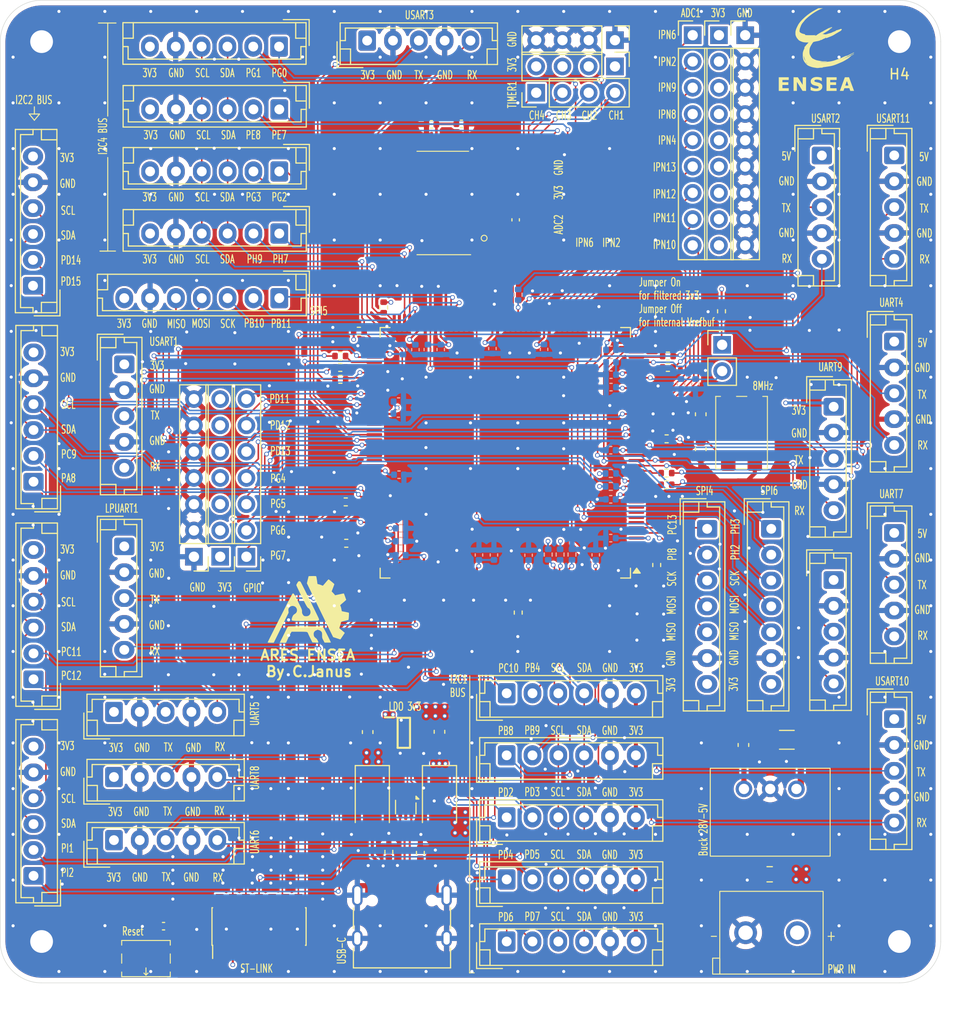
<source format=kicad_pcb>
(kicad_pcb (version 20241229) (generator "pcbnew") (generator_version "9.0")
  (layers (0 "F.Cu" signal) (4 "In1.Cu" signal) (6 "In2.Cu" signal) (2 "B.Cu" signal) (13 "F.Paste" user) (15 "B.Paste" user) (5 "F.SilkS" user "F.Silkscreen") (7 "B.SilkS" user "B.Silkscreen") (1 "F.Mask" user) (3 "B.Mask" user) (25 "Edge.Cuts" user))
  (net 0 "")
  (net 1 "GND")
  (net 2 "+4.5V")
  (net 3 "VDC")
  (net 4 "+3.3V")
  (net 5 "+5V")
  (net 6 "/MCU/NRST")
  (net 7 "/MCU/Vcap")
  (net 8 "Net-(U3-VLXSMPS)")
  (net 9 "/MCU/Osc_OUT")
  (net 10 "/MCU/Osc_IN")
  (net 11 "Net-(D1-A)")
  (net 12 "/I2C4_SCL")
  (net 13 "/I2C4_SDA")
  (net 14 "/GPIO_PG3")
  (net 15 "/GPIO_PG2")
  (net 16 "/GPIO_PD13")
  (net 17 "/GPIO_PG7")
  (net 18 "/GPIO_PG4")
  (net 19 "/GPIO_PG6")
  (net 20 "/GPIO_PD12")
  (net 21 "/GPIO_PD11")
  (net 22 "/GPIO_PG5")
  (net 23 "/GPIO_PD15")
  (net 24 "/I2C2_SCL")
  (net 25 "/GPIO_PD14")
  (net 26 "/I2C2_SDA")
  (net 27 "/GPIO_PD2")
  (net 28 "/TIM1_CH1")
  (net 29 "/TIM1_CH2")
  (net 30 "/TIM1_CH3")
  (net 31 "/TIM1_CH4")
  (net 32 "/GPIO_PE8")
  (net 33 "/GPIO_PE7")
  (net 34 "/GPIO_PC11")
  (net 35 "/GPIO_PC12")
  (net 36 "/I2C1_SDA")
  (net 37 "/GPIO_PB4")
  (net 38 "/I2C1_SCL")
  (net 39 "/GPIO_PC10")
  (net 40 "/GPIO_PB9")
  (net 41 "/GPIO_PB8")
  (net 42 "/GPIO_PD6")
  (net 43 "/GPIO_PD7")
  (net 44 "/GPIO_PD5")
  (net 45 "/GPIO_PD4")
  (net 46 "/GPIO_PD3")
  (net 47 "/UART12_RX")
  (net 48 "/UART12_TX")
  (net 49 "/USART1_RX")
  (net 50 "/USART1_TX")
  (net 51 "/USART2_RX")
  (net 52 "/USART2_TX")
  (net 53 "/USART3_TX")
  (net 54 "/USART3_RX")
  (net 55 "/LPUART1_TX")
  (net 56 "/LPUART1_RX")
  (net 57 "/UART7_RX")
  (net 58 "/UART7_TX")
  (net 59 "/ADC1_INP2")
  (net 60 "/ADC1_INP4")
  (net 61 "/ADC1_INP11")
  (net 62 "/ADC1_INP10")
  (net 63 "/ADC1_INP8")
  (net 64 "/ADC1_INP6")
  (net 65 "/ADC1_INP12")
  (net 66 "/ADC1_INP13")
  (net 67 "/ADC1_INP9")
  (net 68 "/UART4_TX")
  (net 69 "/UART4_RX")
  (net 70 "/UART5_TX")
  (net 71 "/UART5_RX")
  (net 72 "/UART8_RX")
  (net 73 "/UART8_TX")
  (net 74 "/USART10_RX")
  (net 75 "/USART10_TX")
  (net 76 "/USART11_RX")
  (net 77 "/USART11_TX")
  (net 78 "/USART6_TX")
  (net 79 "/USART6_RX")
  (net 80 "/MCU/D+")
  (net 82 "Net-(J48-CC1)")
  (net 83 "Net-(J48-CC2)")
  (net 84 "/MCU/D-")
  (net 87 "/MCU/SWO")
  (net 89 "/MCU/SWCLK")
  (net 91 "/MCU/SWDIO")
  (net 94 "Net-(U3-PF2)")
  (net 95 "Net-(U3-PF7)")
  (net 96 "Net-(U3-PH13)")
  (net 97 "Net-(U3-PG14)")
  (net 98 "Net-(U3-BOOT0)")
  (net 99 "Net-(U3-PA0)")
  (net 100 "Net-(U3-PA2)")
  (net 101 "/UART9_TX")
  (net 102 "Net-(U3-PA9)")
  (net 103 "Net-(U3-PB13)")
  (net 104 "Net-(U3-PB14)")
  (net 105 "Net-(U3-PD8)")
  (net 106 "Net-(U3-PE3)")
  (net 109 "/MCU/stm_DP")
  (net 110 "/MCU/stm_DM")
  (net 111 "/UART9_RX")
  (net 112 "/SPI4_SCK")
  (net 113 "/GPIO_PI8")
  (net 116 "/GPIO_PC13")
  (net 122 "/SPI4_MISO")
  (net 127 "/SPI4_MOSI")
  (net 128 "/SPI5_MOSI")
  (net 133 "/SPI5_MISO")
  (net 139 "/SPI5_SCK")
  (net 141 "Net-(JP1-B)")
  (net 142 "/GPIO_PI1")
  (net 143 "/GPIO_PI2")
  (net 144 "/GPIO_PB11")
  (net 145 "/GPIO_PB10")
  (net 146 "/GPIO_PH3")
  (net 147 "/SPI6_MOSI")
  (net 148 "/GPIO_PA8")
  (net 149 "/SPI6_SCK")
  (net 150 "/GPIO_PC9")
  (net 151 "/GPIO_PH7")
  (net 152 "/GPIO_PH9")
  (net 153 "/SPI6_MISO")
  (net 155 "/GPIO_PH2")
  (net 156 "/GPIO_PF14")
  (net 157 "/GPIO_PF15")
  (net 158 "Net-(U3-PF3)")
  (net 159 "Net-(U3-PG1)")
  (net 160 "Net-(JP1-A)")
  (footprint "Resistor_SMD:R_0402_1005Metric" (layer "F.Cu") (at 157.7 85.5)
    (property "Reference" "R12" (hide yes))
    (property "Value" "51" (hide yes))
  )
  (footprint "Connector_JST:JST_EH_B5B-EH-A_1x05_P2.50mm_Vertical" (layer "F.Cu") (at 179.6 65 -90)
    (property "Reference" "J46" (hide yes))
    (property "Value" "Conn_01x05" (hide yes))
  )
  (footprint "Connector_JST:JST_EH_B5B-EH-A_1x05_P2.50mm_Vertical" (layer "F.Cu") (at 104.1 118.8)
    (property "Reference" "J42" (hide yes))
    (property "Value" "Conn_01x05" (hide yes))
  )
  (footprint "Resistor_SMD:R_0402_1005Metric" (layer "F.Cu") (at 126.58 102.5 180)
    (property "Reference" "R9" (hide yes))
    (property "Value" "51" (hide yes))
  )
  (footprint "Connector_PinHeader_2.54mm:PinHeader_1x09_P2.54mm_Vertical" (layer "F.Cu") (at 165.18 53.38)
    (property "Reference" "J39" (hide yes))
    (property "Value" "Conn_01x09" (hide yes))
  )
  (footprint "Connector_JST:JST_EH_B6B-EH-A_1x06_P2.50mm_Vertical" (layer "F.Cu") (at 96.32 134.65 90)
    (property "Reference" "J7" (hide yes))
    (property "Value" "Conn_01x06" (hide yes))
  )
  (footprint "Capacitor_SMD:C_0805_2012Metric" (layer "F.Cu") (at 167.55 134.5 180)
    (property "Reference" "C36" (hide yes))
    (property "Value" "4u7" (hide yes))
  )
  (footprint "Resistor_SMD:R_0402_1005Metric" (layer "F.Cu") (at 126.53 98.5 180)
    (property "Reference" "R15" (hide yes))
    (property "Value" "51" (hide yes))
  )
  (footprint "Package_QFP:LQFP-176_24x24mm_P0.5mm" (layer "F.Cu") (at 141.97 93.75 180)
    (property "Reference" "U3" (hide yes))
    (property "Value" "STM32H573IITxQ" (hide yes))
  )
  (footprint "Capacitor_SMD:C_0603_1608Metric" (layer "F.Cu") (at 128.65 120.75 90)
    (property "Reference" "C1" (hide yes))
    (property "Value" "1uF" (hide yes))
  )
  (footprint "Capacitor_SMD:C_0603_1608Metric" (layer "F.Cu") (at 165.01 122 90)
    (property "Reference" "C4" (hide yes))
    (property "Value" "4u7" (hide yes))
  )
  (footprint "Connector_PinHeader_2.54mm:PinHeader_1x04_P2.54mm_Vertical" (layer "F.Cu") (at 144.96 58.94 90)
    (property "Reference" "J9" (hide yes))
    (property "Value" "Conn_01x04" (hide yes))
  )
  (footprint "Quartz:WE-XTAL Quartz Crystal 8MHz" (layer "F.Cu") (at 164.83 91.8 -90)
    (property "Reference" "U4" (hide yes))
    (property "Value" "~" (hide yes))
  )
  (footprint "Connector_JST:JST_EH_B6B-EH-A_1x06_P2.50mm_Vertical" (layer "F.Cu") (at 120.1 60.55 180)
    (property "Reference" "J12" (hide yes))
    (property "Value" "Conn_01x06" (hide yes))
  )
  (footprint "Resistor_SMD:R_0402_1005Metric" (layer "F.Cu") (at 157.58 92.4 180)
    (property "Reference" "R8" (hide yes))
    (property "Value" "51" (hide yes))
  )
  (footprint "Resistor_SMD:R_0402_1005Metric" (layer "F.Cu") (at 126 85.5 180)
    (property "Reference" "R17" (hide yes))
    (property "Value" "51" (hide yes))
  )
  (footprint "MountingHole:MountingHole_2.2mm_M2_Pad" (layer "F.Cu") (at 180.1 141 180)
    (property "Reference" "H2" (hide yes))
    (property "Value" "MountingHole_Pad" (hide yes))
  )
  (footprint "Connector_JST:JST_EH_B5B-EH-A_1x05_P2.50mm_Vertical" (layer "F.Cu") (at 104.1 125.1)
    (property "Reference" "J44" (hide yes))
    (property "Value" "Conn_01x05" (hide yes))
  )
  (footprint "Resistor_SMD:R_0402_1005Metric" (layer "F.Cu") (at 157.56 95.71)
    (property "Reference" "R14" (hide yes))
    (property "Value" "51" (hide yes))
  )
  (footprint "Resistor_SMD:R_0402_1005Metric" (layer "F.Cu") (at 130.2 79.7 -90)
    (property "Reference" "R6" (hide yes))
    (property "Value" "2k2" (hide yes))
  )
  (footprint "Resistor_SMD:R_0402_1005Metric" (layer "F.Cu") (at 133.75 132.44 90)
    (property "Reference" "R1" (hide yes))
    (property "Value" "5k1" (hide yes))
  )
  (footprint "Capacitor_SMD:C_0603_1608Metric" (layer "F.Cu") (at 160.88 90.025 90)
    (property "Reference" "C34" (hide yes))
    (property "Value" "18p" (hide yes))
  )
  (footprint "Connector_PinHeader_2.54mm:PinHeader_1x04_P2.54mm_Vertical" (layer "F.Cu") (at 152.58 53.86 -90)
    (property "Reference" "J22" (hide yes))
    (property "Value" "Conn_01x04" (hide yes))
  )
  (footprint "Connector_JST:JST_EH_B5B-EH-A_1x05_P2.50mm_Vertical" (layer "F.Cu") (at 179.6 119.5 -90)
    (property "Reference" "J45" (hide yes))
    (property "Value" "Conn_01x05" (hide yes))
  )
  (footprint "Connector_JST:JST_EH_B5B-EH-A_1x05_P2.50mm_Vertical" (layer "F.Cu") (at 105.1 102.8 -90)
    (property "Reference" "J37" (hide yes))
    (property "Value" "Conn_01x05" (hide yes))
  )
  (footprint "Package_TO_SOT_SMD:SOT-666" (layer "F.Cu") (at 132.3375 128 -90)
    (property "Reference" "U2" (hide yes))
    (property "Value" "USBLC6-2P6" (hide yes))
  )
  (footprint "Wurth_ShieldedPowerInductor:7440660022" (layer "F.Cu") (at 140.52 69.6 180)
    (property "Reference" "L1" (hide yes))
    (property "Value" "2u2" (hide yes))
  )
  (footprint "Logos_Ensea:LogoENSEA_footprint" (layer "F.Cu") (at 171.71 54.78)
    (property "Reference" "G***" (hide yes))
    (property "Value" "LOGO" (hide yes))
  )
  (footprint "Connector_JST:JST_EH_B6B-EH-A_1x06_P2.50mm_Vertical" (layer "F.Cu") (at 142.1 141)
    (property "Reference" "J28" (hide yes))
    (property "Value" "Conn_01x06" (hide yes))
  )
  (footprint "MountingHole:MountingHole_2.2mm_M2_Pad" (layer "F.Cu") (at 180.1 54 180)
    (property "Reference" "H4")
    (property "Value" "MountingHole_Pad")
  )
  (footprint "Connector_JST:JST_EH_B6B-EH-A_1x06_P2.50mm_Vertical" (layer "F.Cu") (at 142.1 129)
    (property "Reference" "J30" (hide yes))
    (property "Value" "Conn_01x06" (hide yes))
  )
  (footprint "BU33SD5WG-TR:SOT95P280X125-5N" (layer "F.Cu") (at 132.15 120.825)
    (property "Reference" "PS1" (hide yes))
    (property "Value" "BU33SD5WG-TR" (hide yes))
  )
  (footprint "Capacitor_SMD:C_0402_1005Metric" (layer "F.Cu") (at 142.97 71.23 90)
    (property "Reference" "C18" (hide yes))
    (property "Value" "200p" (hide yes))
  )
  (footprint "Connector_PinHeader_2.54mm:PinHeader_1x09_P2.54mm_Vertical" (layer "F.Cu") (at 160.1 53.38)
    (property "Reference" "J40" (hide yes))
    (property "Value" "Conn_01x09" (hide yes))
  )
  (footprint "Diode_SMD:D_SMA" (layer "F.Cu") (at 135.6 127.5 -90)
    (property "Reference" "D2" (hide yes))
    (property "Value" "D_Schottky" (hide yes))
  )
  (footprint "Connector_JST:JST_EH_B6B-EH-A_1x06_P2.50mm_Vertical" (layer "F.Cu") (at 96.27 77.6 90)
    (property "Reference" "J19" (hide yes))
    (property "Value" "Conn_01x06" (hide yes))
  )
  (footprint "Connector_PinHeader_2.54mm:PinHeader_1x02_P2.54mm_Vertical" (layer "F.Cu") (at 162.95 83.31)
    (property "Reference" "JP1" (hide yes))
    (property "Value" "Jumper_2_Open")
  )
  (footprint "Connector_JST:JST_EH_B7B-EH-A_1x07_P2.50mm_Vertical" (layer "F.Cu") (at 161.5 101.1 -90)
    (property "Reference" "J11" (hide yes))
    (property "Value" "Conn_01x07")
  )
  (footprint "Capacitor_SMD:C_1206_3216Metric" (layer "F.Cu") (at 169.21 121.5 180)
    (property "Reference" "C2" (hide yes))
    (property "Value" "4u7" (hide yes))
  )
  (footprint "Connector_JST:JST_EH_B7B-EH-A_1x07_P2.50mm_Vertical" (layer "F.Cu") (at 120.1 78.8 180)
    (property "Reference" "J16" (hide yes))
    (property "Value" "Conn_01x07")
  )
  (footprint "Resistor_SMD:R_0402_1005Metric" (layer "F.Cu") (at 162.89 80.07 -90)
    (property "Reference" "R22" (hide yes))
    (property "Value" "47")
  )
  (footprint "Capacitor_SMD:C_0402_1005Metric" (layer "F.Cu") (at 134.82 62 180)
    (property "Reference" "C12" (hide yes))
    (property "Value" "4u7" (hide yes))
  )
  (footprint "Connector_JST:JST_EH_B6B-EH-A_1x06_P2.50mm_Vertical" (layer "F.Cu") (at 96.32 96.55 90)
    (property "Reference" "J13" (hide yes))
    (property "Value" "Conn_01x06" (hide yes))
  )
  (footprint "Connector_JST:JST_EH_B5B-EH-A_1x05_P2.50mm_Vertical" (layer "F.Cu") (at 173.74 106.05 -90)
    (property "Reference" "J33" (hide yes))
    (property "Value" "Conn_01x05" (hide yes))
  )
  (footprint "Logos_Ensea:LogoAres" (layer "F.Cu") (at 122.92 108.89)
    (property "Reference" "G***" (hide yes))
    (property "Value" "LOGO" (hide yes))
  )
  (footprint "MountingHole:MountingHole_2.2mm_M2_Pad" (layer "F.Cu") (at 97.1 141 180)
    (property "Reference" "H1" (hide yes))
    (property "Value" "MountingHole_Pad" (hide yes))
  )
  (footprint "Resistor_SMD:R_0402_1005Metric" (layer "F.Cu") (at 157.7 84.4)
    (property "Reference" "R13" (hide yes))
    (property "Value" "51" (hide yes))
  )
  (footprint "Connector_JST:JST_EH_B6B-EH-A_1x06_P2.50mm_Vertical" (layer "F.Cu") (at 120.1 66.55 180)
    (property "Reference" "J1" (hide yes))
    (property "Value" "Conn_01x06" (hide yes))
  )
  (footprint "Connector_JST:JST_EH_B6B-EH-A_1x06_P2.50mm_Vertical" (layer "F.Cu") (at 96.32 115.65 90)
    (property "Reference" "J5" (hide yes))
    (property "Value" "Conn_01x06" (hide yes))
  )
  (footprint "Connector_PinHeader_2.54mm:PinHeader_1x04_P2.54mm_Vertical" (layer "F.Cu") (at 152.58 56.4 -90)
    (property "Reference" "J14" (hide yes))
    (property "Value" "Conn_01x04" (hide yes))
  )
  (footprint "Connector_JST:JST_EH_B5B-EH-A_1x05_P2.50mm_Vertical" (layer "F.Cu") (at 128.6 53.9)
    (property "Reference" "J36" (hide yes))
    (property "Value" "Conn_01x05" (hide yes))
  )
  (footprint "Connector_JST:JST_EH_B5B-EH-A_1x05_P2.50mm_Vertical" (layer "F.Cu") (at 104.1 131.2)
    (property "Reference" "J47" (hide yes))
    (property "Value" "Conn_01x05" (hide yes))
  )
  (footprint "Switch:WS-TASU SMT Tact Switch 4.7x3.5 mm side push" (layer "F.Cu") (at 107.2 142.65)
    (property "Reference" "SW1" (hide yes))
    (property "Value" "SW_MEC_5E")
  )
  (footprint "Connector_PinHeader_2.54mm:PinHeader_1x07_P2.54mm_Vertical" (layer "F.Cu") (at 116.92 103.8 180)
    (property "Reference" "J8" (hide yes))
    (property "Value" "Conn_01x07")
  )
  (footprint "Connector_PinHeader_2.54mm:PinHeader_1x07_P2.54mm_Vertical" (layer "F.Cu") (at 111.84 103.8 180)
    (property "Reference" "J3" (hide yes))
    (property "Value" "Conn_01x07")
  )
  (footprint "Connector_JST:JST_EH_B5B-EH-A_1x05_P2.50mm_Vertical" (layer "F.Cu") (at 105.1 85.2 -90)
    (property "Reference" "J34" (hide yes))
    (property "Value" "Conn_01x05" (hide yes))
  )
  (footprint "Capacitor_SMD:C_0603_1608Metric" (layer "F.Cu") (at 135.6 120.725 -90)
    (property "Reference" "C3" (hide yes))
    (property "Value" "1uF" (hide yes))
  )
  (footprint "Connector_JST:JST_EH_B6B-EH-A_1x06_P2.50mm_Vertical" (layer "F.Cu") (at 142.1 135)
    (property "Reference" "J29" (hide yes))
    (property "Value" "Conn_01x06" (hide yes))
  )
  (footprint "Resistor_SMD:R_0402_1005Metric" (layer "F.Cu") (at 126.01 86.65 180)
    (property "Reference" "R18" (hide yes))
    (property "Value" "51" (hide yes))
  )
  (footprint "Connector_JST:JST_EH_B5B-EH-A_1x05_P2.50mm_Vertical" (layer "F.Cu") (at 172.6 65.01 -90)
    (property "Reference" "J35" (hide yes))
    (property "Value" "Conn_01x05" (hide yes))
  )
  (footprint "Connector_PinHeader_1.27mm:PinHeader_2x07_P1.27mm_Vertical_SMD" (layer "F.Cu") (at 118.14 139.55 90)
    (property "Reference" "J50" (hide yes))
    (property "Value" "Conn_ST_STDC14" (hide yes))
  )
  (footprint "Resistor_SMD:R_0402_1005Metric" (layer "F.Cu") (at 156.62 104.6 -90)
    (property "Reference" "R19" (hide yes))
    (property "Value" "51" (hide yes))
  )
  (footprint "Connector_USB:USB_C_Receptacle_HRO_TYPE-C-31-M-12" (layer "F.Cu") (at 131.97 139.65)
    (property "Reference" "J48" (hide yes))
    (property "Value" "USB_C_Receptacle_USB2.0_16P" (hide yes))
  )
  (footprint "Connector_PinHeader_2.54mm:PinHeader_1x09_P2.54mm_Vertical" (layer "F.Cu") (at 162.64 53.38)
    (property "Reference" "J32" (hide yes))
    (property "Value" "Conn_01x09" (hide yes))
  )
  (footprint "Capacitor_SMD:C_0603_1608Metric" (layer "F.Cu") (at 160.88 93.4 90)
    (property "Reference" "C35" (hide yes))
    (property "Value" "18p" (hide yes))
  )
  (footprint "Connector_JST:JST_EH_B6B-EH-A_1x06_P2.50mm_Vertical" (layer "F.Cu") (at 120.1 72.55 180)
    (property "Reference" "J6" (hide yes))
    (property "Value" "Conn_01x06" (hide yes))
  )
  (footprint "Diode_SMD:D_SMA" (layer "F.Cu") (at 129.1 127.5 -90)
    (property "Reference" "D1" (hide yes))
    (property "Value" "D_Schottky" (hide yes))
  )
  (footprint "Connector_PinHeader_2.54mm:PinHeader_1x07_P2.54mm_Vertical" (layer "F.Cu") (at 114.38 103.8 180)
    (property "Reference" "J2" (hide yes))
    (property "Value" "Conn_01x07")
  )
  (footprint "Resistor_SMD:R_0402_1005Metric" (layer "F.Cu") (at 126 84.4 180)
    (property "Reference" "R16" (hide yes))
    (property "Value" "51" (hide yes))
  )
  (footprint "Capacitor_SMD:C_0402_1005Metric" (layer "F.Cu") (at 137.72 61.95)
    (property "Reference" "C15" (hide yes))
    (property "Value" "4u7" (hide yes))
  )
  (footprint "Resistor_SMD:R_0402_1005Metric" (layer "F.Cu") (at 127.8 82)
    (property "Reference" "R4" (hide yes))
    (property "Value" "2k2" (hide yes))
  )
  (footprint "MountingHole:MountingHole_2.2mm_M2_Pad" (layer "F.Cu") (at 97.1 54 180)
    (property "Reference" "H3" (hide yes))
    (property "Value" "MountingHole_Pad" (hide yes))
  )
  (footprint "Connector_JST:JST_EH_B6B-EH-A_1x06_P2.50mm_Vertical" (layer "F.Cu") (at 142.1 117)
    (property "Reference" "J25" (hide yes))
    (property "Value" "Conn_01x06" (hide yes))
  )
  (footprint "Capacitor_SMD:C_0402_1005Metric" (layer "F.Cu") (at 108.9 139.52)
    (property "Reference" "C6" (hide yes))
    (property "Value" "100n" (hide yes))
  )
  (footprint "Resistor_SMD:R_0402_1005Metric" (layer "F.Cu") (at 130.7 132.34 90)
    (property "Reference" "R2" (hide yes))
    (property "Value" "5k1" (hide yes))
  )
  (footprint "Resistor_SMD:R_0402_1005Metric" (layer "F.Cu") (at 143.22 109.2 -90)
    (property "Reference" "R10" (hide yes))
    (property "Value" "51" (hide yes))
  )
  (footprint "Resistor_SMD:R_0402_1005Metric" (layer "F.Cu") (at 157.56 96.84 180)
    (property "Reference" "R7" (hide yes))
    (property "Value" "51" (hide yes))
  )
  (footprint "Connector_JST:JST_EH_B6B-EH-A_1x06_P2.50mm_Vertical" (layer "F.Cu") (at 120.08 54.48 180)
    (property "Reference" "J18" (hide yes))
    (property "Value" "Conn_01x06" (hide yes))
  )
  (footprint "MagI3C:StepDown3v3" (layer "F.Cu") (at 167.6 126.25 180)
    (property "Reference" "U1" (hide yes))
    (property "Value" "~" (hide yes))
  )
  (footprint "Connector_JST:JST_EH_B6B-EH-A_1x06_P2.50mm_Vertical" (layer "F.Cu") (at 142.1 123)
    (property "Reference" "J27" (hide yes))
    (property "Value" "Conn_01x06" (hide yes))
  )
  (footprint "KF301-5.0-2P:KF301-5.0-2P" (layer "F.Cu") (at 165.22 140.15)
    (property "Reference" "J49" (hide yes))
    (property "Value" "Conn_01x02" (hide yes))
  )
  (footprint "Connector_JST:JST_EH_B5B-EH-A_1x05_P2.50mm_Vertical" (layer "F.Cu") (at 173.74 89.3 -90)
    (property "Reference" "J10" (hide yes))
    (property "Value" "Conn_01x05")
  )
  (footprint "Connector_JST:JST_EH_B5B-EH-A_1x05_P2.50mm_Vertical" (layer "F.Cu") (at 179.6 83 -90)
    (property "Reference" "J41" (hide yes))
    (property "Value" "Conn_01x05" (hide yes))
  )
  (footprint "Connector_JST:JST_EH_B7B-EH-A_1x07_P2.50mm_Vertical" (layer "F.Cu") (at 167.7 101.1 -90)
    (property "Reference" "J17" (hide yes))
    (property "Value" "Conn_01x07")
  )
  (footprint "Connector_JST:JST_EH_B5B-EH-A_1x05_P2.50mm_Vertical" (layer "F.Cu") (at 179.6 101.5 -90)
    (property "Reference" "J43" (hide yes))
    (property "Value" "Conn_01x05" (hide yes))
  )
  (footprint "Capacitor_SMD:C_0402_1005Metric" (layer "B.Cu") (at 160.37 87.1 -90)
    (property "Reference" "C26" (hide yes))
    (property "Value" "100n" (hide yes))
  )
  (footprint "Capacitor_SMD:C_0402_1005Metric" (layer "B.Cu") (at 132.07 83.77 90)
    (property "Reference" "C14" (hide yes))
    (property "Value" "100n" (hide yes))
  )
  (footprint "Capacitor_SMD:C_0402_1005Metric" (layer "B.Cu") (at 131.85 102.3)
    (property "Reference" "C16" (hide yes))
    (property "Value" "100n" (hide yes))
  )
  (footprint "Capacitor_SMD:C_0402_1005Metric" (layer "B.Cu") (at 131.62 89.95)
    (property "Reference" "C17" (hide yes))
    (property "Value" "100n" (hide yes))
  )
  (footprint "Capacitor_SMD:C_0402_1005Metric" (layer "B.Cu") (at 152.17 102 180)
    (property "Reference" "C29" (hide yes))
    (property "Value" "100n" (hide yes))
  )
  (footprint "Capacitor_SMD:C_0402_1005Metric" (layer "B.Cu") (at 144.22 103.65 90)
    (property "Reference" "C22" (hide yes))
    (property "Value" "100n" (hide yes))
  )
  (footprint "Capacitor_SMD:C_0402_1005Metric" (layer "B.Cu") (at 152.2 87.4 180)
    (property "Reference" "C23" (hide yes))
    (property "Value" "100n" (hide yes))
  )
  (footprint "Capacitor_SMD:C_0402_1005Metric" (layer "B.Cu") (at 139.42 103.63 90)
    (property "Reference" "C19" (hide yes))
    (property "Value" "100n" (hide yes))
  )
  (footprint "Capacitor_SMD:C_0402_1005Metric" (layer "B.Cu") (at 152.2 86.2 180)
    (property "Reference" "C31" (hide yes))
    (property "Value" "100n" (hide yes))
  )
  (footprint "Capacitor_SMD:C_0402_1005Metric" (layer "B.Cu") (at 150.72 103.62 90)
    (property "Reference" "C11" (hide yes))
    (property "Value" "100n" (hide yes))
  )
  (footprint "Capacitor_SMD:C_0402_1005Metric" (layer "B.Cu") (at 152.17 93.5 180)
    (property "Reference" "C25" (hide yes))
    (property "Value" "100n" (hide yes))
  )
  (footprint "Capacitor_SMD:C_0402_1005Metric" (layer "B.Cu") (at 152.17 98.25 180)
    (property "Reference" "C27" (hide yes))
    (property "Value" "100n" (hide yes))
  )
  (footprint "Capacitor_SMD:C_0402_1005Metric" (layer "B.Cu") (at 152.2 83.8)
    (property "Reference" "C20" (hide yes))
    (property "Value" "100n" (hide yes))
  )
  (footprint "Capacitor_SMD:C_0402_1005Metric" (layer "B.Cu") (at 152.2 85 180)
    (property "Reference" "C30" (hide yes))
    (property "Value" "1u" (hide yes))
  )
  (footprint "Capacitor_SMD:C_0402_1005Metric" (layer "B.Cu") (at 131.64 88.8)
    (property "Reference" "C5" (hide yes))
    (property "Value" "4u7" (hide yes))
  )
  (footprint "Capacitor_SMD:C_0402_1005Metric" (layer "B.Cu") (at 140.87 103.63 90)
    (property "Reference" "C28" (hide yes))
    (property "Value" "1u" (hide yes))
  )
  (footprint "Capacitor_SMD:C_0402_1005Metric" (layer "B.Cu") (at 131.85 101.05)
    (property "Reference" "C10" (hide yes))
    (property "Value" "100n" (hide yes))
  )
  (footprint "Capacitor_SMD:C_0402_1005Metric" (layer "B.Cu") (at 131.68 95.87)
    (property "Reference" "C9" (hide yes))
    (property "Value" "100n" (hide yes))
  )
  (footprint "Capacitor_SMD:C_0402_1005Metric" (layer "B.Cu") (at 134.47 83.77 -90)
    (property "Reference" "C33" (hide yes))
    (property "Value" "10u" (hide yes))
  )
  (footprint "Capacitor_SMD:C_0402_1005Metric" (layer "B.Cu") (at 131.85 103.65 180)
    (property "Reference" "C8" (hide yes))
    (property "Value" "100n" (hide yes))
  )
  (footprint "Capacitor_SMD:C_0402_1005Metric" (layer "B.Cu") (at 145.72 83.75 -90)
    (property "Reference" "C21" (hide yes))
    (property "Value" "100n" (hide yes))
  )
  (footprint "Capacitor_SMD:C_0402_1005Metric" (layer "B.Cu") (at 140.72 83.67 -90)
    (property "Reference" "C7" (hide yes))
    (property "Value" "100n" (hide yes))
  )
  (footprint "Resistor_SMD:R_0402_1005Metric" (layer "B.Cu") (at 146.12 103.59 -90)
    (property "Reference" "R20" (hide yes))
    (property "Value" "2k2" (hide yes))
  )
  (footprint "Resistor_SMD:R_0402_1005Metric" (layer "B.Cu") (at 143.21 78.47 90)
    (property "Reference" "R23" (hide yes))
    (property "Value" "51")
  )
  (footprint "Capacitor_SMD:C_0402_1005Metric" (layer "B.Cu") (at 135.72 83.77 -90)
    (property "Reference" "C32" (hide yes))
    (property "Value" "4.7u" (hide yes))
  )
  (footprint "Capacitor_SMD:C_0402_1005Metric" (layer "B.Cu") (at 133.27 83.78 -90)
    (property "Reference" "C13" (hide yes))
    (property "Value" "100n" (hide yes))
  )
  (footprint "Resistor_SMD:R_0402_1005Metric" (layer "B.Cu") (at 147.27 103.59 -90)
    (property "Reference" "R21" (hide yes))
    (property "Value" "2k2" (hide yes))
  )
  (footprint "Resistor_SMD:R_0402_1005Metric" (layer "B.Cu") (at 152.18 97)
    (property "Reference" "R5" (hide yes))
    (property "Value" "2k2" (hide yes))
  )
  (footprint "Resistor_SMD:R_0402_1005Metric" (layer "B.Cu") (at 148.42 103.59 -90)
    (property "Reference" "R11" (hide yes))
    (property "Value" "10k" (hide yes))
  )
  (footprint "Capacitor_SMD:C_0402_1005Metric" (layer "B.Cu") (at 158.97 87.1 -90)
    (property "Reference" "C24" (hide yes))
    (property "Value" "1u" (hide yes))
  )
  (footprint "Resistor_SMD:R_0402_1005Metric" (layer "B.Cu") (at 152.18 95.75)
    (property "Reference" "R3" (hide yes))
    (property "Value" "2k2" (hide yes))
  )
  (gr_line (start 96.4 60.3) (end 96.4 61) (stroke (width 0.1)) (layer "F.SilkS"))
  (gr_line (start 173.2 140.5) (end 173.8 140.5) (stroke (width 0.1)) (layer "F.SilkS"))
  (gr_line (start 173.5 140.1) (end 173.5 140.9) (stroke (width 0.1)) (layer "F.SilkS"))
  (gr_line (start 96.9 61) (end 96.4 61) (stroke (width 0.1)) (layer "F.SilkS"))
  (gr_line (start 104.3 52.2) (end 102.6 52.2) (stroke (width 0.1)) (layer "F.SilkS"))
  (gr_line (start 104.25 74.25) (end 102.75 74.25) (stroke (width 0.1)) (layer "F.SilkS"))
  (gr_line (start 103.5 61.2) (end 103.5 52.2) (stroke (width 0.1)) (layer "F.SilkS"))
  (gr_line (start 102.75 74.25) (end 103.5 74.25) (stroke (width 0.1)) (layer "F.SilkS"))
  (gr_line (start 103.5 65.2) (end 103.5 74.25) (stroke (width 0.1)) (layer "F.SilkS"))
  (gr_line (start 138.96 144.03) (end 138.51 144.03) (stroke (width 0.1)) (layer "F.SilkS"))
  (gr_line (start 161.9 140.5) (end 162.4 140.5) (stroke (width 0.1)) (layer "F.SilkS"))
  (gr_line (start 96.4 61.6) (end 96.9 61) (stroke (width 0.1)) (layer "F.SilkS"))
  (gr_line (start 138.51 144.03) (end 138.53 115.32) (stroke (width 0.1)) (layer "F.SilkS"))
  (gr_line (start 96.4 61) (end 95.9 61) (stroke (width 0.1)) (layer "F.SilkS"))
  (gr_line (start 95.9 61) (end 96.4 61.6) (stroke (width 0.1)) (layer "F.SilkS"))
  (gr_arc (start 180.1 50) (mid 182.928427 51.171573) (end 184.1 54) (stroke (width 0.05)) (layer "Edge.Cuts"))
  (gr_arc (start 97.1 145) (mid 94.271573 143.828427) (end 93.1 141) (stroke (width 0.05)) (layer "Edge.Cuts"))
  (gr_line (start 97.1 145) (end 180.1 145) (stroke (width 0.05)) (layer "Edge.Cuts"))
  (gr_arc (start 93.1 54) (mid 94.271573 51.171573) (end 97.1 50) (stroke (width 0.05)) (layer "Edge.Cuts"))
  (gr_line (start 184.1 141) (end 184.1 54) (stroke (width 0.05)) (layer "Edge.Cuts"))
  (gr_arc (start 184.1 141) (mid 182.928427 143.828427) (end 180.1 145) (stroke (width 0.05)) (layer "Edge.Cuts"))
  (gr_line (start 93.1 54) (end 93.1 141) (stroke (width 0.05)) (layer "Edge.Cuts"))
  (gr_line (start 180.1 50) (end 97.1 50) (stroke (width 0.05)) (layer "Edge.Cuts"))
  (gr_text "GND" (at 164.57 114.39 90) (layer "F.SilkS") (effects (font (size 0.8 0.5) (thickness 0.1)) (justify left bottom)))
  (gr_text "GND" (at 168.36 72.96 0) (layer "F.SilkS") (effects (font (size 0.8 0.5) (thickness 0.1)) (justify left bottom)))
  (gr_text "GND" (at 130.4 57.7 0) (layer "F.SilkS") (effects (font (size 0.8 0.5) (thickness 0.1)) (justify left bottom)))
  (gr_text "USART3" (at 132.2 51.9 0) (layer "F.SilkS") (effects (font (size 0.8 0.5) (thickness 0.1)) (justify left bottom)))
  (gr_text "UART7\n" (at 178.1 98.2 0) (layer "F.SilkS") (effects (font (size 0.8 0.5) (thickness 0.1)) (justify left bottom)))
  (gr_text "TX" (at 108.8 128.89 0) (layer "F.SilkS") (effects (font (size 0.8 0.5) (thickness 0.1)) (justify left bottom)))
  (gr_text "SPI6" (at 166.59 97.88 0) (layer "F.SilkS") (effects (font (size 0.8 0.5) (thickness 0.1)) (justify left bottom)))
  (gr_text "RX" (at 107.48 113.4 0) (layer "F.SilkS") (effects (font (size 0.8 0.5) (thickness 0.1)) (justify left bottom)))
  (gr_text "SCL" (at 146.28 133.06 0) (layer "F.SilkS") (effects (font (size 0.8 0.5) (thickness 0.1)) (justify left bottom)))
  (gr_text "SCL" (at 146.3 139.06 0) (layer "F.SilkS") (effects (font (size 0.8 0.5) (thickness 0.1)) (justify left bottom)))
  (gr_text "GND" (at 98.8 68.2 0) (layer "F.SilkS") (effects (font (size 0.8 0.5) (thickness 0.1)) (justify left bottom)))
  (gr_text "GND" (at 105.93 128.92 0) (layer "F.SilkS") (effects (font (size 0.8 0.5) (thickness 0.1)) (justify left bottom)))
  (gr_text "CH3\n" (at 146.8 61.6 0) (layer "F.SilkS") (effects (font (size 0.8 0.5) (thickness 0.1)) (justify left bottom)))
  (gr_text "RX" (at 181.8 93.5 0) (layer "F.SilkS") (effects (font (size 0.8 0.5) (thickness 0.1)) (justify left bottom)))
  (gr_text "3V3" (at 169.61 90.13 0) (layer "F.SilkS") (effects (font (size 0.8 0.5) (thickness 0.1)) (justify left bottom)))
  (gr_text "TX" (at 107.59 90.6 0) (layer "F.SilkS") (effects (font (size 0.8 0.5) (thickness 0.1)) (justify left bottom)))
  (gr_text "ADC2" (at 147.6 72.7 90) (layer "F.SilkS") (effects (font (size 0.8 0.5) (thickness 0.1)) (justify left bottom)))
  (gr_text "PG5\n\n" (at 119.18 100.43 0) (layer "F.SilkS") (effects (font (size 0.8 0.5) (thickness 0.1)) (justify left bottom)))
  (gr_text "SDA" (at 98.93 130.06 0) (layer "F.SilkS") (effects (font (size 0.8 0.5) (thickness 0.1)) (justify left bottom)))
  (gr_text "By C.Janus" (at 118.7 115.49 0) (layer "F.SilkS") (effects (font (size 1 1) (thickness 0.2) (bold yes)) (justify left bottom)))
  (gr_text "3V3" (at 153.86 127.04 0) (layer "F.SilkS") (effects (font (size 0.8 0.5) (thickness 0.1)) (justify left bottom)))
  (gr_text "3V3" (at 107.52 85.78 0) (layer "F.SilkS") (effects (font (size 0.8 0.5) (thickness 0.1)) (justify left bottom)))
  (gr_text "PG0" (at 119.3 57.5 0) (layer "F.SilkS") (effects (font (size 0.8 0.5) (thickness 0.1)) (justify left bottom)))
  (gr_text "SDA" (at 114.4 63.5 0) (layer "F.SilkS") (effects (font (size 0.8 0.5) (thickness 0.1)) (justify left bottom)))
  (gr_text "Reset" (at 104.84 140.48 0) (layer "F.SilkS") (effects (font (size 0.8 0.5) (thickness 0.1)) (justify left bottom)))
  (gr_text "IPN4\n\n" (at 156.7 65.3 0) (layer "F.SilkS") (effects (font (size 0.8 0.5) (thickness 0.1)) (justify left bottom)))
  (gr_text "GND" (at 181.5 86 0) (layer "F.SilkS") (effects (font (size 0.8 0.5) (thickness 0.1)) (justify left bottom)))
  (gr_text "PH2" (at 164.69 104.19 90) (layer "F.SilkS") (effects (font (size 0.8 0.5) (thickness 0.1)) (justify left bottom)))
  (gr_text "GND" (at 109.3 75.5 0) (layer "F.SilkS") (effects (font (size 0.8 0.5) (thickness 0.1)) (justify left bottom)))
  (gr_text "3V3" (at 103.33 135.28 0) (layer "F.SilkS") (effects (font (size 0.8 0.5) (thickness 0.1)) (justify left bottom)))
  (gr_text "I2C1\nBUS" (at 136.55 117.41 0) (layer "F.SilkS") (effects (font (size 0.8 0.5) (thickness 0.1)) (justify left bottom)))
  (gr_text "3V3" (at 103.53 122.74 0) (layer "F.SilkS") (effects (font (size 0.8 0.5) (thickness 0.1)) (justify left bottom)))
  (gr_text "SCK" (at 158.56 106.73 90) (layer "F.SilkS") (effects (font (size 0.8 0.5) (thickness 0.1)) (justify left bottom)))
  (gr_text "PG3" (at 116.8 69.5 0) (layer "F.SilkS") (effects (font (size 0.8 0.5) (thickness 0.1)) (justify left bottom)))
  (gr_text "RX" (at 113.74 128.85 0) (layer "F.SilkS") (effects (font (size 0.8 0.5) (thickness 0.1)) (justify left bottom)))
  (gr_text "SCK" (at 114.33 81.74 0) (layer "F.SilkS") (effects (font (size 0.8 0.5) (thickness 0.1)) (justify left bottom)))
  (gr_text "GND" (at 169.58 92.33 0) (layer "F.SilkS") (effects (font (size 0.8 0.5) (thickness 0.1)) (justify left bottom)))
  (gr_text "GND" (at 151.29 115.03 0) (layer "F.SilkS") (effects (font (size 0.8 0.5) (thickness 0.1)) (justify left bottom)))
  (gr_text "RX" (at 168.66 75.46 0) (layer "F.SilkS") (effects (font (size 0.8 0.5) (thickness 0.1)) (justify left bottom)))
  (gr_text "TX" (at 107.55 108.42 0) (layer "F.SilkS") (effects (font (size 0.8 0.5) (thickness 0.1)) (justify left bottom)))
  (gr_text "SDA" (at 148.82 121.06 0) (layer "F.SilkS") (effects (font (size 0.8 0.5) (thickness 0.1)) (justify left bottom)))
  (gr_text "SPI4" (at 160.34 97.91 0) (layer "F.SilkS") (effects (font (size 0.8 0.5) (thickness 0.1)) (justify left bottom)))
  (gr_text "PD3" (at 143.77 127.02 0) (layer "F.SilkS") (effects (font (size 0.8 0.5) (thickness 0.1)) (justify left bottom)))
  (gr_text "PG6\n\n" (at 119.17 103.01 0) (layer "F.SilkS") (effects (font (size 0.8 0.5) (thickness 0.1)) (justify left bottom)))
  (gr_text "SCL" (at 146.32 115.01 0) (layer "F.SilkS") (effects (font (size 0.8 0.5) (thickness 0.1)) (justify left bottom)))
  (gr_text "3V3" (at 161.8 51.7 0) (layer "F.SilkS") (effects (font (size 0.8 0.5) (thickness 0.1)) (justify left bottom)))
  (gr_text "GND" (at 106.72 81.73 0) (layer "F.SilkS") (effects (font (size 0.8 0.5) (thickness 0.1)) (justify left bottom)))
  (gr_text "TX" (at 108.66 135.24 0) (layer "F.SilkS") (effects (font (size 0.8 0.5) (thickness 0.1)) (justify left bottom)))
  (gr_text "SDA" (at 114.3 69.5 0) (layer "F.SilkS") (effects (font (size 0.8 0.5) (thickness 0.1)) (justify left bottom)))
  (gr_text "PD7" (at 143.78 139.06 0) (layer "F.SilkS") (effects (font (size 0.8 0.5) (thickness 0.1)) (justify left bottom)))
  (gr_text "MISO" (at 164.59 111.97 90) (layer "F.SilkS") (effects (font (size 0.8 0.5) (thickness 0.1)) (justify left bottom)))
  (gr_text "GND" (at 181.42 122.5 0) (layer "F.SilkS") (effects (font (size 0.8 0.5) (thickness 0.1)) (justify left bottom)))
  (gr_text "3V3" (at 127.9 57.7 0) (layer "F.SilkS") (effects (font (size 0.8 0.5) (thickness 0.1)) (justify left bottom)))
  (gr_text "3V3" (at 158.47 116.94 90) (layer "F.SilkS") (effects (font (size 0.8 0.5) (thickness 0.1)) (justify left bottom)))
  (gr_text "IPN11\n\n" (at 156.2 72.8 0) (layer "F.SilkS") (effects (font (size 0.8 0.5) (thickness 0.1)) (justify left bottom)))
  (gr_text "PD15" (at 98.89 77.65 0) (layer "F.SilkS") (effects (font (size 0.8 0.5) (thickness 0.1)) (justify left bottom)))
  (gr_text "UART4\n" (at 178.1 79.7 0) (layer "F.SilkS") (effects (font (size 0.8 0.5) (thickness 0.1)) (justify left bottom)))
  (gr_text "PD2" (at 141.21 127.06 0) (layer "F.SilkS") (effects (font (size 0.8 0.5) (thickness 0.1)) (justify left bottom)))
  (gr_text "3V3" (at 103.47 128.94 0) (layer "F.SilkS") (effects (font (size 0.8 0.5) (thickness 0.1)) (justify left bottom)))
  (gr_text "3V3" (at 98.83 84.46 0) (layer "F.SilkS") (effects (font (size 0.8 0.5) (thickness 0.1)) (justify left bottom)))
  (gr_text "3V3" (at 98.83 122.56 0) (layer "F.SilkS") (effects (font (size 0.8 0.5) (thickness 0.1)) (justify left bottom)))
  (gr_text "3V3" (at 164.53 116.88 90) (layer "F.SilkS") (effects (font (size 0.8 0.5) (thickness 0.1)) (justify left bottom)))
  (gr_text "GND" (at 110.96 122.73 0) (layer "F.SilkS") (effects (font (size 0.8 0.5) (thickness 0.1)) (justify left bottom)))
  (gr_text "TX" (at 181.8 107 0) (layer "F.SilkS") (effects (font (size 0.8 0.5) (thickness 0.1)) (justify left bottom)))
  (gr_text "GND" (at 181.7 73 0) (layer "F.SilkS") (effects (font (size 0.8 0.5) (thickness 0.1)) (justify left bottom)))
  (gr_text "PC12" (at 98.93 115.77 0) (layer "F.SilkS") (effects (font (size 0.8 0.5) (thickness 0.1)) (justify left bottom)))
  (gr_text "MOSI" (at 158.52 109.45 90) (layer "F.SilkS") (effects (font (size 0.8 0.5) (thickness 0.1)) (justify left bottom)))
  (gr_text "GND" (at 110.76 135.27 0) (layer "F.SilkS") (effects (font (size 0.8 0.5) (thickness 0.1)) (justify left bottom)))
  (gr_text "PC11" (at 98.93 113.46 0) (layer "F.SilkS") (effects (font (size 0.8 0.5) (thickness 0.1)) (justify left bottom)))
  (gr_text "GND" (at 181.5 109.4 0) (layer "F.SilkS") (effects (font (size 0.8 0.5) (thickness 0.1)) (justify left bottom)))
  (gr_text "UART8" (at 118.2 126.4 90) (layer "F.SilkS") (effects (font (size 0.8 0.5) (thickness 0.1)) (justify left bottom)))
  (gr_text "GND" (at 158.47 114.44 90) (layer "F.SilkS") (effects (font (size 0.8 0.5) (thickness 0.1)) (justify left bottom)))
  (gr_text "3V3" (at 98.8 65.7 0) (layer "F.SilkS") (effects (font (size 0.8 0.5) (thickness 0.1)) (justify left bottom)))
  (gr_text "SCL" (at 98.93 108.66 0) (layer "F.SilkS") (effects (font (size 0.8 0.5) (thickness 0.1)) (justify left bottom)))
  (gr_text "SCL" (at 111.9 75.5 0) (layer "F.SilkS") (effects (font (size 0.8 0.5) (thickness 0.1)) (justify left bottom)))
  (gr_text "PA8" (at 98.93 96.67 0) (layer "F.SilkS") (effects (font (size 0.8 0.5) (thickness 0.1)) (justify left bottom)))
  (gr_text "TX" (at 133.1 57.7 0) (layer "F.SilkS") (effects (font (size 0.8 0.5) (thickness 0.1)) (justify left bottom)))
  (gr_text "IPN6\n\n" (at 156.7 55.1 0) (layer "F.SilkS") (effects (font (size 0.8 0.5) (thickness 0.1)) (justify left bottom)))
  (gr_text "GND" (at 181.6 91 0) (layer "F.SilkS") (effects (font (size 0.8 0.5) (thickness 0.1)) (justify left bottom)))
  (gr_text "PG4\n\n" (at 119.18 98 0) (layer "F.SilkS") (effects (font (size 0.8 0.5) (thickness 0.1)) (justify left bottom)))
  (gr_text "TX" (at 181.7 125.1 0) (layer "F.SilkS") (effects (font (size 0.8 0.5) (thickness 0.1)) (justify left bottom)))
  (gr_text "IPN6" (at 148.7 73.9 0) (layer "F.SilkS") (effects (font (size 0.8 0.5) (thickness 0.1)) (justify left bottom)))
  (gr_text "SCL" (at 146.29 121.06 0) (layer "F.SilkS") (effects (font (size 0.8 0.5) (thickness 0.1)) (justify left bottom)))
  (gr_text "3V3" (at 104.33 81.73 0) (layer "F.SilkS") (effects (font (size 0.8 0.5) (thickness 0.1)) (justify left bottom)))
  (gr_text "3V3" (at 106.8 75.5 0) (layer "F.SilkS") (effects (font (size 0.8 0.5) (thickness 0.1)) (justify left bottom)))
  (gr_text "SDA" (at 148.82 127.02 0) (layer "F.SilkS") (effects (font (size 0.8 0.5) (thickness 0.1)) (justify left bottom)))
  (gr_text "SCL" (at 112 63.5 0) (layer "F.SilkS") (effects (font (size 0.8 0.5) (thickness 0.1)) (justify left bottom)))
  (gr_text "GND" (at 164.3 51.7 0) (layer "F.SilkS") (effects (font (size 0.8 0.5) (thickness 0.1)) (justify left bottom)))
  (gr_text "GND" (at 105.79 135.27 0) (layer "F.SilkS") (effects (font (size 0.8 0.5) (thickness 0.1)) (justify left bottom)))
  (gr_text "3V3" (at 106.8 69.5 0) (layer "F.SilkS") (effects (font (size 0.8 0.5) (thickness 0.1)) (justify left bottom)))
  (gr_text "GND" (at 98.83 86.96 0) (layer "F.SilkS") (effects (font (size 0.8 0.5) (thickness 0.1)) (justify left bottom)))
  (gr_text "GND" (at 181.7 68 0) (layer "F.SilkS") (effects (font (size 0.8 0.5) (thickness 0.1)) (justify left bottom)))
  (gr_text "TX" (at 182 70.6 0) (layer "F.SilkS") (effects (font (size 0.8 0.5) (thickness 0.1)) (justify left bottom)))
  (gr_text "LPUART1" (at 103.18 99.6 0) (layer "F.SilkS") (effects (font (size 0.8 0.5) (thickness 0.1)) (justify left bottom)))
  (gr_text "USART2" (at 171.5 61.9 0) (layer "F.SilkS") (effects (font (size 0.8 0.5) (thickness 0.1)) (justify left bottom)))
  (gr_text "SCL" (at 111.9 69.5 0) (layer "F.SilkS") (effects (font (size 0.8 0.5) (thickness 0.1)) (justify left bottom)))
  (gr_text "PD11" (at 119.1 89 0) (layer "F.SilkS") (effects (font (size 0.8 0.5) (thickness 0.1)) (justify left bottom)))
  (gr_text "PWR IN" (at 173.1 144.15 0) (layer "F.SilkS") (effects (font (size 0.8 0.5) (thickness 0.1)) (justify left bottom)))
  (gr_text "PD14" (at 98.9 75.6 0) (layer "F.SilkS") (effects (font (size 0.8 0.5) (thickness 0.1)) (justify left bottom)))
  (gr_text "3V3" (at 106.9 63.5 0) (layer "F.SilkS") (effects (font (size 0.8 0.5) (thickness 0.1)) (justify left bottom)))
  (gr_text "GND" (at 107.41 105.88 0) (layer "F.SilkS") (effects (font (size 0.8 0.5) (thickness 0.1)) (justify left bottom)))
  (gr_text "I2C4 BUS" (at 103.5 65 90) (layer "F.SilkS") (effects (font (size 0.8 0.5) (thickness 0.1)) (justify left bottom)))
  (gr_text "5V" (at 168.65 65.55 0) (layer "F.SilkS") (effects (font (size 0.8 0.5) (thickness 0.1)) (justify left bottom)))
  (gr_text "ST-LINK" (at 116.27 144.08 0) (layer "F.SilkS") (effects (font (size 0.8 0.5) (thickness 0.1)) (justify left bottom)))
  (gr_text "GPIO" (at 116.56 107.3 0) (layer "F.SilkS") (effects (font (size 0.8 0.5) (thickness 0.1)) (justify left bottom)))
  (gr_text "SPI5" (at 123.01 80.51 0) (layer "F.SilkS") (effects (font (size 0.8 0.5) (thickness 0.1)) (justify left bottom)))
  (gr_text "3V3" (at 153.89 115.03 0) (layer "F.SilkS") (effects (font (size 0.8 0.5) (thickness 0.1)) (justify left bottom)))
  (gr_text "PB9" (at 143.77 121.06 0) (layer "F.SilkS") (effects (font (size 0.8 0.5) (thickness 0.1)) (justify left bottom)))
  (gr_text "3V3" (at 114.06 107.23 0) (layer "F.SilkS") (effects (font (size 0.8 0.5) (thickness 0.1)) (justify left bottom)))
  (gr_text "GND" (at 109.3 57.5 0) (layer "F.SilkS") (effects (font (size 0.8 0.5) (thickness 0.1)) (justify left bottom)))
  (gr_text "GND" (at 107.43 110.88 0) (layer "F.SilkS") (effects (font (size 0.8 0.5) (thickness 0.1)) (justify left bottom)))
  (gr_text "SCL" (at 111.9 57.5 0) (layer "F.SilkS") (effects (font (size 0.8 0.5) (thickness 0.1)) (justify left bottom)))
  (gr_text "TX" (at 168.66 70.56 0) (layer "F.SilkS") (effects (font (size 0.8 0.5) (thickness 0.1)) (justify left bottom)))
  (gr_text "TX" (at 108.86 122.7 0) (layer "F.SilkS") (effects (font (size 0.8 0.5) (thickness 0.1)) (justify left bottom)))
  (gr_text "I2C2 BUS" (at 94.5 60.1 0) (layer "F.SilkS") (effects (font (size 0.8 0.5) (thickness 0.1)) (justify left bottom)))
  (gr_text "GND" (at 107.45 88.06 0) (layer "F.SilkS") (effects (font (size 0.8 0.5) (thickness 0.1)) (justify left bottom)))
  (gr_text "SDA" (at 114.3 75.5 0) (layer "F.SilkS") (effects (font (size 0.8 0.5) (thickness 0.1)) (justify left bottom)))
  (gr_text "Buck 28V-5V" (at 161.6 132.8 90) (layer "F.SilkS") (effects (font (size 0.8 0.5) (thickness 0.1)) (justify left bottom)))
  (gr_text "RX" (at 181.7 130 0) (layer "F.SilkS") (effects (font (size 0.8 0.5) (thickness 0.1)) (justify left bottom)))
  (gr_text "8MHz" (at 165.85 87.75 0) (layer "F.SilkS") (effects (font (size 0.8 0.5) (thickness 0.1)) (justify left bottom)))
  (gr_text "GND" (at 109.3 69.5 0) (layer "F.SilkS") (effects (font (size 0.8 0.5) (thickness 0.1)) (justify left bottom)))
  (gr_text "SCL" (at 98.93 127.66 0) (layer "F.SilkS") (effects (font (size 0.8 0.5) (thickness 0.1)) (justify left bottom)))
  (gr_text "PD4" (at 141.2 133.1 0) (layer "F.SilkS") (effects (font (size 0.8 0.5) (thickness 0.1)) (justify left bottom)))
  (gr_text "CH4\n" (at 144.2 61.6 0) (layer "F.SilkS") (effects (font (size 0.8 0.5) (thickness 0.1)) (justify left bottom)))
  (gr_text "TIMER1" (at 143.1 60.5 90) (layer "F.SilkS") (effects (font (size 0.8 0.5) (thickness 0.1)) (justify left bottom)))
  (gr_text "SCL" (at 98.93 89.56 0) (layer "F.SilkS") (effects (font (size 0.8 0.5) (thickness 0.1)) (justify left bottom)))
  (gr_text "SDA" (at 148.81 133.06 0) (layer "F.SilkS") (effects (font (size 0.8 0.5) (thickness 0.1)) (justify left bottom)))
  (gr_text "3V3" (at 147.6 69.35 90) (layer "F.SilkS") (effects (font (size 0.8 0.5) (thickness 0.1)) (justify left bottom)))
  (gr_text "5V" (at 181.96 65.61 0) (layer "F.SilkS") (effects (font (size 0.8 0.5) (thickness 0.1)) (justify left bottom)))
  (gr_text "IPN9" (at 156.7 58.9 0) (layer "F.SilkS") (effects (font (size 0.8 0.5) (thickness 0.1)) (justify left bottom)))
  (gr_text "ADC1" (at 158.9 51.7 0) (layer "F.SilkS") (effects (font (size 0.8 0.5) (thickness 0.1)) (justify left bottom)))
  (gr_text "GND" (at 98.83 125.06 0) (layer "F.SilkS") (effects (font (size 0.8 0.5) (thickness 0.1)) (justify left bottom)))
  (gr_text "5V" (at 181.72 120.04 0) (layer "F.SilkS") (effects (font (size 0.8 0.5) (thickness 0.1)) (justify left bottom)))
  (gr_text "RX" (at 138.2 57.7 0) (layer "F.SilkS") (effects (font (size 0.8 0.5) (thickness 0.1)) (justify left bottom)))
  (gr_text "RX" (at 113.6 135.3 0) (layer "F.SilkS") (effects (font (size 0.8 0.5) (thickness 0.1)) (justify left bottom)))
  (gr_text "GND" (at 111.36 107.23 0) (layer "F.SilkS") (effects (font (size 0.8 0.5) (thickness 0.1)) (justify left bottom)))
  (gr_text "GND" (at 151.27 139.08 0) (layer "F.SilkS") (effects (font (size 0.8 0.5) (thickness 0.1)) (justify left bottom)))
  (gr_text "PD13\n\n" (at 119.16 95.34 0) (layer "F.SilkS") (effects (font (size 0.8 0.5) (thickness 0.1)) (justify left bottom)))
  (gr_text "CH1" (at 151.9 61.6 0) (layer "F.SilkS") (effects (font (size 0.8 0.5) (thickness 0.1)) (justify left bottom)))
  (gr_text "PI1" (at 98.93 132.46 0) (layer "F.SilkS") (effects (font (size 0.8 0.5) (thickness 0.1)) (justify left bottom)))
  (gr_text "GND" (at 168.36 67.96 0) (layer "F.SilkS") (effects (font (size 0.8 0.5) (thickness 0.1)) (justify left bottom)))
  (gr_text "IPN10\n\n" (at 156.2 75.4 0) (layer "F.SilkS") (effects (font (size 0.8 0.5) (thickness 0.1)) (justify left bottom)))
  (gr_text "PB4" (at 143.8 115.01 0) (layer "F.SilkS") (effects (font (size 0.8 0.5) (thickness 0.1)) (justify left bottom)))
  (gr_text "USB-C" (at 126.6 143.26 90) (layer "F.SilkS") (effects (font (size 0.8 0.5) (thickness 0.1)) (justify left bottom)))
  (gr_text "PB11" (at 119.24 81.73 0) (layer "F.SilkS") (effects (font (size 0.8 0.5) (thickness 0.1)) (justify left bottom)))
  (gr_text "Jumper On \nfor filtered 3v3\nJumper Off\nfor internal Vrefbuf" (at 154.83 81.59 0) (layer "F.SilkS") (effects (font (size 0.8 0.5) (thickness 0.1)) (justify left bottom)))
  (gr_text "PE7" (at 119.3 63.5 0) (layer "F.SilkS") (effects (font (size 0.8 0.5) (thickness 0.1)) (justify left bottom)))
  (gr_text "PG2" (at 119.3 69.5 0) (layer "F.SilkS") (effects (font (size 0.8 0.5) (thickness 0.1)) (justify left bottom)))
  (gr_text "SCL" (at 98.9 70.8 0) (layer "F.SilkS") (effects (font (size 0.8 0.5) (thickness 0.1)) (justify left bottom)))
  (gr_text "IPN13\n\n" (at 156.2 67.9 0) (layer "F.SilkS") (effects (font (size 0.8 0.5) (thickness 0.1)) (justify left bottom)))
  (gr_text "GND" (at 110.9 128.92 0) (layer "F.SilkS") (effects (font (size 0.8 0.5) (thickness 0.1)) (justify left bottom)))
  (gr_text "PH7" (at 119.4 75.5 0) (layer "F.SilkS") (effects (font (size 0.8 0.5) (thickness 0.1)) (justify left bottom)))
  (gr_text "3V3" (at 106.8 57.5 0) (layer "F.SilkS") (effects (font (size 0.8 0.5) (thickness 0.1)) (justify left bottom)))
  (gr_text "SDA" (at 114.3 57.5 0) (layer "F.SilkS") (effects (font (size 0.8 0.5) (thickness 0.1)) (justify left bottom)))
  (gr_text "GND" (at 107.47 93.06 0) (layer "F.SilkS") (effects (font (size 0.8 0.5) (thickness 0.1)) (justify left bottom)))
  (gr_text "PD12\n" (at 119.15 91.56 0) (layer "F.SilkS") (effects (font (size 0.8 0.5) (thickness 0.1)) (justify left bottom)))
  (gr_text "GND" (at 135.3 57.7 0) (layer "F.SilkS") (effects (font (size 0.8 0.5) (thickness 0.1)) (justify left bottom)))
  (gr_text "IPN12\n\n" (at 156.2 70.5 0) (layer "F.SilkS") (effects (font (size 0.8 0.5) (thickness 0.1)) (justify left bottom)))
  (gr_text "PG7\n\n" (at 119.17 105.44 0) (layer "F.SilkS") (effects (font (size 0.8 0.5) (thickness 0.1)) (justify left bottom)))
  (gr_text "MISO" (at 109.17 81.76 0) (layer "F.SilkS") (effects (font (size 0.8 0.5) (thickness 0.1)) (justify left bottom)))
  (gr_text "PB8" (at 141.21 121.1 0) (layer "F.SilkS") (effects (font (size 0.8 0.5) (thickness 0.1)) (justify left bottom)))
  (gr_text "PC9" (at 98.93 94.36 0) (layer "F.SilkS") (effects (font (size 0.8 0.5) (thickness 0.1)) (justify left bottom)))
  (gr_text "RX" (at 113.8 122.66 0) (layer "F.SilkS") (effects (font (size 0.8 0.5) (thickness 0.1)) (justify left bottom)))
  (gr_text "GND" (at 151.26 127.04 0) (layer "F.SilkS") (effects (font (size 0.8 0.5) (thickness 0.1)) (justify left bottom)))
  (gr_text "USART10" (at 177.7 116.3 0) (layer "F.SilkS") (effects (font (size 0.8 0.5) (thickness 0.1)) (justify left bottom)))
  (gr_text "UART9" (at 172.2 85.93 0) (layer "F.SilkS") (effects (font (size 0.8 0.5) (thickness 0.1)) (justify left bottom)))
  (gr_text "PI2" (at 98.93 134.81 0) (layer "F.SilkS") (effects (font (size 0.8 0.5) (thickness 0.1)) (justify left bottom)))
  (gr_text "GND" (at 147.6 67 90) (layer "F.SilkS") (effects (font (size 0.8 0.5) (thickness 0.1)) (justify left bottom)))
  (gr_text "IPN2\n\n" (at 156.7 57.7 0) (layer "F.SilkS") (effects (font (size 0.8 0.5) (thickness 0.1)) (justify left bottom)))
  (gr_text "CH2\n\n" (at 149.3 62.9 0) (layer "F.SilkS") (effects (font (size 0.8 0.5) (thickness 0.1)) (justify left bottom)))
  (gr_text "PD5" (at 143.76 133.06 0) (layer "F.SilkS") (effects (font (size 0.8 0.5) (thickness 0.1)) (justify left bottom)))
  (gr_text "RX" (at 181.8 111.9 0) (layer "F.SilkS") (effects (font (size 0.8 0.5) (thickness 0.1)) (justify left bottom)))
  (gr_text "GND" (at 98.83 106.06 0) (layer "F.SilkS") (effects (font (size 0.8 0.5) (thickness 0.1)) (justify left bottom)))
  (gr_text "GND" (at 105.99 122.73 0) (layer "F.SilkS") (effects (font (size 0.8 0.5) (thickness 0.1)) (justify left bottom)))
  (gr_text "5V" (at 181.8 102.04 0) (layer "F.SilkS") (effects (font (size 0.8 0.5) (thickness 0.1)) (justify left bottom)))
  (gr_text "PG1" (at 116.8 57.5 0) (layer "F.SilkS") (effects (font (size 0.8 0.5) (thickness 0.1)) (justify left bottom)))
  (gr_text "SDA" (at 98.93 91.96 0) (layer "F.SilkS") (effects (font (size 0.8 0.5) (thickness 0.1)) (justify left bottom)))
  (gr_text "3V3" (at 107.51 103.31 0) (layer "F.SilkS") (effects (font (size 0.8 0.5) (thickness 0.1)) (justify left bottom)))
  (gr_text "SCK" (at 164.66 106.68 90) (layer "F.SilkS") (effects (font (size 0.8 0.5) (thickness 0.1)) (justify left bottom)))
  (gr_text "MOSI" (at 111.56 81.73 0) (layer "F.SilkS") (effects (font (size 0.8 0.5) (thickness 0.1)) (justify left bottom)))
  (gr_text "ARES ENSEA" (at 118.15 113.9 0) (layer "F.SilkS") (effects (font (size 1 1) (thickness 0.2) (bold yes)) (justify left bottom)))
  (gr_text "RX" (at 169.88 99.83 0) (layer "F.SilkS") (effects (font (size 0.8 0.5) (thickness 0.1)) (justify left bottom)))
  (gr_text "TX" (at 181.8 88.6 0) (layer "F.SilkS") (effects (font (size 0.8 0.5) (thickness 0.1)) (justify left bottom)))
  (gr_text "GND" (at 181.44 127.5 0) (layer "F.SilkS") (effects (font (size 0.8 0.5) (thickness 0.1)) (justify left bottom)))
  (gr_text "SCL" (at 146.29 127.02 0) (layer "F.SilkS") (effects (font (size 0.8 0.5) (thickness 0.1)) (justify left bottom)))
  (gr_text "3V3" (at 153.85 133.08 0) (layer "F.SilkS") (effects (font (size 0.8 0.5) (thickness 0.1)) (justify left bottom)))
  (gr_text "3V3" (at 143.1 57 90) (layer "F.SilkS") (effects (font (size 0.8 0.5) (thickness 0.1)) (justify left bottom)))
  (gr_text "MISO" (at 158.49 112.02 90) (layer "F.SilkS") (effects (font (size 0.8 0.5) (thickness 0.1)) (justify left bottom)))
  (gr_text "GND" (at 143.1 54.6 90) (layer "F.SilkS") (effects (font (size 0.8 0.5) (thickness 0.1)) (justify left bottom)))
  (gr_text "TX" (at 169.88 94.93 0) (layer "F.SilkS") (effects (font (size 0.8 0.5) (thickness 0.1)) (justify left bottom)))
  (gr_text "SDA" (at 98.9 73.2 0) (layer "F.SilkS") (effects (font (size 0.8 0.5) (thickness 0.1)) (justify left bottom)))
  (gr_text "GND" (at 181.5 104.4 0) (layer "F.SilkS") (effects (font (size 0.8 0.5) (thickness 0.1)) (justify left bottom)))
  (gr_text "USART1\n" (at 107.48 83.47 0) (layer "F.SilkS") (effects (font (size 0.8 0.5) (thickness 0.1)) (justify left bottom)))
  (gr_text "PH9" (at 116.9 75.5 0) (layer "F.SilkS") (effects (font (size 0.8 0.5) (thickness 0.1)) (justify left bottom)))
  (gr_text "MOSI" (at 164.62 109.4 90) (layer "F.SilkS") (effects (font (size 0.8 0.5) (thickness 0.1)) (justify left bottom)))
  (gr_text "GND" (at 109.4 63.5 0) (layer "F.SilkS") (effects (font (size 0.8 0.5) (thickness 0.1)) (justify left bottom)))
  (gr_text "LDO 3v3" (at 130.63 118.75 0) (layer "F.SilkS") (effects (font (size 0.8 0.5) (thickness 0.1)) (justify left bottom)))
  (gr_text "PB10" (at 116.63 81.7 0) (layer "F.SilkS") (effects (font (size 0.8 0.5) (thickness 0.1)) (justify left bottom)))
  (gr_text "GND" (at 169.62 97.33 0) (layer "F.SilkS") (effects (font (size 0.8 0.5) (thickness 0.1)) (justify left bottom)))
  (gr_text "PE8" (at 116.8 63.5 0) (layer "F.SilkS") (effects (font (size 0.8 0.5) (thickness 0.1)) (justify left bottom)))
  (gr_text "3V3" (at 153.87 139.08 0) (layer "F.SilkS") (effects (font (size 0.8 0.5) (thickness 0.1)) (justify left bottom)))
  (gr_text "UART5\n" (at 118.2 120.2 90) (layer "F.SilkS") (effects (font (size 0.8 0.5) (thickness 0.1)) (justify left bottom)))
  (gr_text "PD6" (at 141.22 139.1 0) (layer "F.SilkS") (effects (font (size 0.8 0.5) (thickness 0.1)) (justify left bottom)))
  (gr_text "5V" (at 181.81 83.59 0) (layer "F.SilkS") (effects (font (size 0.8 0.5) (thickness 0.1)) (justify left bottom)))
  (gr_text "RX" (at 107.52 95.58 0) (layer "F.SilkS") (effects (font (size 0.8 0.5) (thickness 0.1)) (justify left bottom)))
  (gr_text "PC10" (at 141.24 115.05 0) (layer "F.SilkS") (effects (font (size 0.8 0.5) (thickness 0.1)) (justify left bottom)))
  (gr_text "3V3" (at 98.83 103.56 0) (layer "F.SilkS") (effects (font (size 0.8 0.5) (thickness 0.1)) (justify left bottom)))
  (gr_text "3V3" (at 153.86 121.08 0) (layer "F.SilkS") (effects (font (size 0.8 0.5) (thickness 0.1)) (justify left bottom)))
  (gr_text "GND" (at 151.25 133.08 0) (layer "F.SilkS") (effects (font (size 0.8 0.5) (thickness 0.1)) (justify left bottom)))
  (gr_text "SDA" (at 98.93 111.06 0) (layer "F.SilkS") (effects (font (size 0.8 0.5) (thickness 0.1)) (justify left bottom)))
  (gr_text "SDA" (at 148.85 115.01 0) (layer "F.SilkS") (effects (font (size 0.8 0.5) (thickness 0.1)) (justify left bottom)))
  (gr_text "PC13" (at 158.6 101.75 90) (layer "F.SilkS") (effects (font (size 0.8 0.5) (thickness 0.1)) (justify left bottom)))
  (gr_text "SDA" (at 148.83 139.06 0) (layer "F.SilkS") (effects (font (size 0.8 0.5) (thickness 0.1)) (justify left bottom)))
  (gr_text "USART11" (at 177.8 61.9 0) (layer "F.SilkS") (effects (font (size 0.8 0.5) (thickness 0.1)) (justify left bottom)))
  (gr_text "RX" (at 181.98 75.51 0) (layer "F.SilkS") (effects (font (size 0.8 0.5) (thickness 0.1)) (justify left bottom)))
  (gr_text "PH3" (at 164.7 101.7 90) (layer "F.SilkS") (effects (font (size 0.8 0.5) (thickness 0.1)) (justify left bottom)))
  (gr_text "PI8" (at 158.59 104.24 90) (layer "F.SilkS") (effects (font (size 0.8 0.5) (thickness 0.1)) (justify left bottom)))
  (gr_text "IPN2\n\n" (at 151.3 75.2 0) (layer "F.SilkS") (effects (font (size 0.8 0.5) (thickness 0.1)) (justify left bottom)))
  (gr_text "IPN8\n\n" (at 156.7 62.8 0) (layer "F.SilkS") (effects (font (size 0.8 0.5) (thickness 0.1)) (justify left bottom)))
  (gr_text "UART6" (at 118.2 132.6 90) (layer "F.SilkS") (effects (font (size 0.8 0.5) (thickness 0.1)) (justify left bottom)))
  (gr_text "GND" (at 151.26 121.08 0) (layer "F.SilkS") (effects (font (size 0.8 0.5) (thickness 0.1)) (justify left bottom)))
  (segment (start 163.57 88.9) (end 163.63 88.9) (width 0.4) (layer "F.Cu") (net 1))
  (segment (start 164.48 96.44) (end 162.62 96.44) (width 0.4) (layer "F.Cu") (net 1))
  (segment (start 164.93 87.6) (end 162.23 87.6) (width 0.4) (layer "F.Cu") (net 1))
  (segment (start 166.11 94.7) (end 166.11 95.73) (width 0.4) (layer "F.Cu") (net 1))
  (segment (start 153.26 98.59) (end 153.26 98.64) (width 0.25) (layer "F.Cu") (net 1))
  (segment (start 168.23 88.63) (end 168.23 95.31) (width 0.4) (layer "F.Cu") (net 1))
  (segment (start 162.62 96.44) (end 160.88 94.7) (width 0.4) (layer "F.Cu") (net 1))
  (segment (start 166.11 95.73) (end 165.4 96.44) (width 0.4) (layer "F.Cu") (net 1))
  (segment (start 128.65 119.975) (end 129.5 120.825) (width 0.5) (layer "F.Cu") (net 1))
  (segment (start 160.88 88.95) (end 160.88 89.25) (width 0.4) (layer "F.Cu") (net 1))
  (segment (start 167.2 87.6) (end 168.23 88.63) (width 0.4) (layer "F.Cu") (net 1))
  (segment (start 154.645 98) (end 153.85 98) (width 0.25) (layer "F.Cu") (net 1))
  (segment (start 162.23 87.6) (end 160.88 88.95) (width 0.4) (layer "F.Cu") (net 1))
  (segment (start 129.295 95) (end 130.8 95) (width 0.15) (layer "F.Cu") (net 1))
  (segment (start 129.5 120.825) (end 130.75 120.825) (width 0.5) (layer "F.Cu") (net 1))
  (segment (start 168.23 95.31) (end 167.1 96.44) (width 0.4) (layer "F.Cu") (net 1))
  (segment (start 163.63 88.9) (end 164.93 87.6) (width 0.4) (layer "F.Cu") (net 1))
  (segment (start 160.88 94.7) (end 160.88 94.175) (width 0.4) (layer "F.Cu") (net 1))
  (segment (start 165.4 96.44) (end 164.48 96.44) (width 0.4) (layer "F.Cu") (net 1))
  (segment (start 164.66 87.6) (end 167.2 87.6) (width 0.4) (layer "F.Cu") (net 1))
  (segment (start 164.93 87.6) (end 164.66 87.6) (width 0.4) (layer "F.Cu") (net 1))
  (segment (start 167.1 96.44) (end 164.48 96.44) (width 0.4) (layer "F.Cu") (net 1))
  (segment (start 153.85 98) (end 153.26 98.59) (width 0.25) (layer "F.Cu") (net 1))
  (via (at 174.26 130.64) (size 0.45) (drill 0.3) (layers "F.Cu" "B.Cu") (net 1))
  (via (at 183.14 82.02) (size 0.45) (drill 0.3) (layers "F.Cu" "B.Cu") (net 1))
  (via (at 130.7 130.54) (size 0.45) (drill 0.3) (layers "F.Cu" "B.Cu") (net 1))
  (via (at 96.56 80.11) (size 0.45) (drill 0.3) (layers "F.Cu" "B.Cu") (net 1))
  (via (at 129.01 112.67) (size 0.45) (drill 0.3) (layers "F.Cu" "B.Cu") (net 1))
  (via (at 148.02 137.77) (size 0.45) (drill 0.3) (layers "F.Cu" "B.Cu") (net 1))
  (via (at 134.3 90.86) (size 0.45) (drill 0.3) (layers "F.Cu" "B.Cu") (net 1))
  (via (at 138.74 112.96) (size 0.45) (drill 0.3) (layers "F.Cu" "B.Cu") (net 1))
  (via (at 174.26 117.38) (size 0.45) (drill 0.3) (layers "F.Cu" "B.Cu") (net 1))
  (via (at 107.66 68.76) (size 0.45) (drill 0.3) (layers "F.Cu" "B.Cu") (net 1))
  (via (at 148.04 126.2) (size 0.45) (drill 0.3) (layers "F.Cu" "B.Cu") (net 1))
  (via (at 103.22 59.92) (size 0.45) (drill 0.3) (layers "F.Cu" "B.Cu") (net 1))
  (via (at 154.63 114.43) (size 0.45) (drill 0.3) (layers "F.Cu" "B.Cu") (net 1))
  (via (at 143.18 90.86) (size 0.45) (drill 0.3) (layers "F.Cu" "B.Cu") (net 1))
  (via (at 143.18 101.16) (size 0.45) (drill 0.3) (layers "F.Cu" "B.Cu") (net 1))
  (via (at 106.86 84.95) (size 0.45) (drill 0.3) (layers "F.Cu" "B.Cu") (net 1))
  (via (at 98.78 143.9) (size 0.45) (drill 0.3) (layers "F.Cu" "B.Cu") (net 1))
  (via (at 138.6 86.44) (size 0.45) (drill 0.3) (layers "F.Cu" "B.Cu") (net 1))
  (via (at 149.61 102.94) (size 0.45) (drill 0.3) (layers "F.Cu" "B.Cu") (net 1))
  (via (at 94.34 126.22) (size 0.45) (drill 0.3) (layers "F.Cu" "B.Cu") (net 1))
  (via (at 145.28 103.18) (size 0.45) (drill 0.3) (layers "F.Cu" "B.Cu") (net 1))
  (via (at 148.99 124.52) (size 0.45) (drill 0.3) (layers "F.Cu" "B.Cu") (net 1))
  (via (at 162.74 102.59) (size 0.45) (drill 0.3) (layers "F.Cu" "B.Cu") (net 1))
  (via (at 127.7 101.5) (size 0.45) (drill 0.3) (layers "F.Cu" "B.Cu") (net 1))
  (via (at 121 111.4) (size 0.45) (drill 0.3) (layers "F.Cu" "B.Cu") (net 1))
  (via (at 160.94 139.48) (size 0.45) (drill 0.3) (layers "F.Cu" "B.Cu") (net 1))
  (via (at 117.48 126.22) (size 0.45) (drill 0.3) (layers "F.Cu" "B.Cu") (net 1))
  (via (at 125.44 99.46) (size 0.45) (drill 0.3) (layers "F.Cu" "B.Cu") (net 1))
  (via (at 138.74 117.38) (size 0.45) (drill 0.3) (layers "F.Cu" "B.Cu") (net 1))
  (via (at 133.9 73.24) (size 0.45) (drill 0.3) (layers "F.Cu" "B.Cu") (net 1))
  (via (at 129.01 111.39) (size 0.45) (drill 0.3) (layers "F.Cu" "B.Cu") (net 1))
  (via (at 98.78 121.8) (size 0.45) (drill 0.3) (layers "F.Cu" "B.Cu") (net 1))
  (via (at 128.7 133.66) (size 0.45) (drill 0.3) (layers "F.Cu" "B.Cu") (net 1))
  (via (at 117.44 121.78) (size 0.45) (drill 0.3) (layers "F.Cu" "B.Cu") (net 1))
  (via (at 145.88 130.61) (size 0.45) (drill 0.3) (layers "F.Cu" "B.Cu") (net 1))
  (via (at 120.98 51.08) (size 0.45) (drill 0.3) (layers "F.Cu" "B.Cu") (net 1))
  (via (at 138.74 73.18) (size 0.45) (drill 0.3) (layers "F.Cu" "B.Cu") (net 1))
  (via (at 129.86 73.18) (size 0.45) (drill 0.3) (layers "F.Cu" "B.Cu") (net 1))
  (via (at 94.34 117.38) (size 0.45) (drill 0.3) (layers "F.Cu" "B.Cu") (net 1))
  (via (at 165.38 130.64) (size 0.45) (drill 0.3) (layers "F.Cu" "B.Cu") (net 1))
  (via (at 96.56 81.93) (size 0.45) (drill 0.3) (layers "F.Cu" "B.Cu") (net 1))
  (via (at 129.86 64.34) (size 0.45) (drill 0.3) (layers "F.Cu" "B.Cu") (net 1))
  (via (at 147.61 88.23) (size 0.45) (drill 0.3) (layers "F.Cu" "B.Cu") (net 1))
  (via (at 183.14 99.7) (size 0.45) (drill 0.3) (layers "F.Cu" "B.Cu") (net 1))
  (via (at 137.3 84.1) (size 0.45) (drill 0.3) (layers "F.Cu" "B.Cu") (net 1))
  (via (at 153.45 137.74) (size 0.45) (drill 0.3) (layers "F.Cu" "B.Cu") (net 1))
  (via (at 171.25 105.29) (size 0.45) (drill 0.3) (layers "F.Cu" "B.Cu") (net 1))
  (via (at 178.7 59.92) (size 0.45) (drill 0.3) (layers "F.Cu" "B.Cu") (net 1))
  (via (at 94.16 86.43) (size 0.45) (drill 0.3) (layers "F.Cu" "B.Cu") (net 1))
  (via (at 121.2 134.1) (size 0.45) (drill 0.3) (layers "F.Cu" "B.Cu") (net 1))
  (via (at 118.48 106.34) (size 0.45) (drill 0.3) (layers "F.Cu" "B.Cu") (net 1))
  (via (at 156.5 80.6) (size 0.45) (drill 0.3) (layers "F.Cu" "B.Cu") (net 1))
  (via (at 156.52 97.97) (size 0.45) (drill 0.3) (layers "F.Cu" "B.Cu") (net 1))
  (via (at 123.85 90.75) (size 0.45) (drill 0.3) (layers "F.Cu" "B.Cu") (net 1))
  (via (at 113.8 64.31) (size 0.45) (drill 0.3) (layers "F.Cu" "B.Cu") (net 1))
  (via (at 160.94 126.22) (size 0.45) (drill 0.3) (layers "F.Cu" "B.Cu") (net 1))
  (via (at 113.83 68.76) (size 0.45) (drill 0.3) (layers "F.Cu" "B.Cu") (net 1))
  (via (at 121 106.3) (size 0.45) (drill 0.3) (layers "F.Cu" "B.Cu") (net 1))
  (via (at 103.22 51.08) (size 0.45) (drill 0.3) (layers "F.Cu" "B.Cu") (net 1))
  (via (at 170.33 113.54) (size 0.45) (drill 0.3) (layers "F.Cu" "B.Cu") (net 1))
  (via (at 134.3 86.44) (size 0.45) (drill 0.3) (layers "F.Cu" "B.Cu") (net 1))
  (via (at 135.99 116.14) (size 0.45) (drill 0.3) (layers "F.Cu" "B.Cu") (net 1))
  (via (at 94.16 77.59) (size 0.45) (drill 0.3) (layers "F.Cu" "B.Cu") (net 1))
  (via (at 168.17 86.49) (size 0.45) (drill 0.3) (layers "F.Cu" "B.Cu") (net 1))
  (via (at 174.26 126.22) (size 0.45) (drill 0.3) (layers "F.Cu" "B.Cu") (net 1))
  (via (at 135.21 133.68) (size 0.45) (drill 0.3) (layers "F.Cu" "B.Cu") (net 1))
  (via (at 131.8 122.8) (size 0.45) (drill 0.3) (layers "F.Cu" "B.Cu") (net 1))
  (via (at 178.7 143.9) (size 0.45) (drill 0.3) (layers "F.Cu" "B.Cu") (net 1))
  (via (at 96.28 100.74) (size 0.45) (drill 0.3) (layers "F.Cu" "B.Cu") (net 1))
  (via (at 99.1 134.06) (size 0.45) (drill 0.3) (layers "F.Cu" "B.Cu") (net 1))
  (via (at 169.82 55.5) (size 0.45) (drill 0.3) (layers "F.Cu" "B.Cu") (net 1))
  (via (at 157.29 109.35) (size 0.45) (drill 0.3) (layers "F.Cu" "B.Cu") (net 1))
  (via (at 119.79 99.42) (size 0.45) (drill 0.3) (layers "F.Cu" "B.Cu") (net 1))
  (via (at 143.18 59.92) (size 0.45) (drill 0.3) (layers "F.Cu" "B.Cu") (net 1))
  (via (at 150.69 130.58) (size 0.45) (drill 0.3) (layers "F.Cu" "B.Cu") (net 1))
  (via (at 133.88 77.66) (size 0.45) (drill 0.3) (layers "F.Cu" "B.Cu") (net 1))
  (via (at 109.39 99.14) (size 0.45) (drill 0.3) (layers "F.Cu" "B.Cu") (net 1))
  (via (at 174.26 55.5) (size 0.45) (drill 0.3) (layers "F.Cu" "B.Cu") (net 1))
  (via (at 156.5 77.6) (size 0.45) (drill 0.3) (layers "F.Cu" "B.Cu") (net 1))
  (via (at 169.17 123.59) (size 0.45) (drill 0.3) (layers "F.Cu" "B.Cu") (net 1))
  (via (at 107.66 51.08) (size 0.45) (drill 0.3) (layers "F.Cu" "B.Cu") (net 1))
  (via (at 143.18 111.52) (size 0.45) (drill 0.3) (layers "F.Cu" "B.Cu") (net 1))
  (via (at 130.6 103.6) (size 0.45) (drill 0.3) (layers "F.Cu" "B.Cu") (net 1))
  (via (at 127.7 83.4) (size 0.45) (drill 0.3) (layers "F.Cu" "B.Cu") (net 1))
  (via (at 138.74 64.34) (size 0.45) (drill 0.3) (layers "F.Cu" "B.Cu") (net 1))
  (via (at 98.78 92.87) (size 0.45) (drill 0.3) (layers "F.Cu" "B.Cu") (net 1))
  (via (at 157.8 97.97) (size 0.45) (drill 0.3) (layers "F.Cu" "B.Cu") (net 1))
  (via (at 94.34 64.34) (size 0.45) (drill 0.3) (layers "F.Cu" "B.Cu") (net 1))
  (via (at 150.69 126.16) (size 0.45) (drill 0.3) (layers "F.Cu" "B.Cu") (net 1))
  (via (at 143.18 68.76) (size 0.45) (drill 0.3) (layers "F.Cu" "B.Cu") (net 1))
  (via (at 158.19 91.57) (size 0.45) (drill 0.3) (layers "F.Cu" "B.Cu") (net 1))
  (via (at 157.26 114.39) (size 0.45) (drill 0.3) (layers "F.Cu" "B.Cu") (net 1))
  (via (at 142.11 132.03) (size 0.45) (drill 0.3) (layers "F.Cu" "B.Cu") (net 1))
  (via (at 114.66 134.1) (size 0.45) (drill 0.3) (layers "F.Cu" "B.Cu") (net 1))
  (via (at 125.42 55.5) (size 0.45) (drill 0.3) (layers "F.Cu" "B.Cu") (net 1))
  (via (at 158.63 102.27) (size 0.45) (drill 0.3) (layers "F.Cu" "B.Cu") (net 1))
  (via (at 125.42 139.48) (size 0.45) (drill 0.3) (layers "F.Cu" "B.Cu") (net 1))
  (via (at 157.29 106.63) (size 0.45) (drill 0.3) (layers "F.Cu" "B.Cu") (net 1))
  (via (at 127.6 89.9) (size 0.45) (drill 0.3) (layers "F.Cu" "B.Cu") (net 1))
  (via (at 94.16 82.01) (size 0.45) (drill 0.3) (layers "F.Cu" "B.Cu") (net 1))
  (via (at 160.94 130.64) (size 0.45) (drill 0.3) (layers "F.Cu" "B.Cu") (net 1))
  (via (at 137.27 103.19) (size 0.45) (drill 0.3) (layers "F.Cu" "B.Cu") (net 1))
  (via (at 120.98 104.12) (size 0.45) (drill 0.3) (layers "F.Cu" "B.Cu") (net 1))
  (via (at 156.5 139.48) (size 0.45) (drill 0.3) (layers "F.Cu" "B.Cu") (net 1))
  (via (at 94.34 104.12) (size 0.45) (drill 0.3) (layers "F.Cu" "B.Cu") (net 1))
  (via (at 164.14 99.37) (size 0.45) (drill 0.3) (layers "F.Cu" "B.Cu") (net 1))
  (via (at 183.14 121.8) (size 0.45) (drill 0.3) (layers "F.Cu" "B.Cu") (net 1))
  (via (at 119.15 90.8) (size 0.45) (drill 0.3) (layers "F.Cu" "B.Cu") (net 1))
  (via (at 131.49 77.59) (size 0.45) (drill 0.3) (layers "F.Cu" "B.Cu") (net 1))
  (via (at 94.16 73.17) (size 0.45) (drill 0.3) (layers "F.Cu" "B.Cu") (net 1))
  (via (at 183.14 86.44) (size 0.45) (drill 0.3) (layers "F.Cu" "B.Cu") (net 1))
  (via (at 112.11 139.83) (size 0.45) (drill 0.3) (layers "F.Cu" "B.Cu") (net 1))
  (via (at 112.1 64.34) (size 0.45) (drill 0.3) (layers "F.Cu" "B.Cu") (net 1))
  (via (at 165.38 86.44) (size 0.45) (drill 0.3) (layers "F.Cu" "B.Cu") (net 1))
  (via (at 147.62 93.36) (size 0.45) (drill 0.3) (layers "F.Cu" "B.Cu") (net 1))
  (via (at 165.64 81.91) (size 0.45) (drill 0.3) (layers "F.Cu" "B.Cu") (net 1))
  (via (at 169.82 73.18) (size 0.45) (drill 0.3) (layers "F.Cu" "B.Cu") (net 1))
  (via (at 123.51 115.21) (size 0.45) (drill 0.3) (layers "F.Cu" "B.Cu") (net 1))
  (via (at 160.94 121.8) (size 0.45) (drill 0.3) (layers "F.Cu" "B.Cu") (net 1))
  (via (at 96.26 117.87) (size 0.45) (drill 0.3) (layers "F.Cu" "B.Cu") (net 1))
  (via (at 124.3 126.2) (size 0.45) (drill 0.3) (layers "F.Cu" "B.Cu") (net 1))
  (via (at 96.28 98.92) (size 0.45) (drill 0.3) (layers "F.Cu" "B.Cu") (net 1))
  (via (at 127.08 130.65) (size 0.45) (drill 0.3) (layers "F.Cu" "B.Cu") (net 1))
  (via (at 156.24 91.64) (size 0.45) (drill 0.3) (layers "F.Cu" "B.Cu") (net 1))
  (via (at 142.12 130.7) (size 0.45) (drill 0.3) (layers "F.Cu" "B.Cu") (net 1))
  (via (at 144.6 78.1) (size 0.45) (drill 0.3) (layers "F.Cu" "B.Cu") (net 1))
  (via (at 103.22 55.5) (size 0.45) (drill 0.3) (layers "F.Cu" "B.Cu") (net 1))
  (via (at 147.3 84.1) (size 0.45) (drill 0.3) (layers "F.Cu" "B.Cu") (net 1))
  (via (at 178.7 130.64) (size 0.45) (drill 0.3) (layers "F.Cu" "B.Cu") (net 1))
  (via (at 152.91 105.13) (size 0.45) (drill 0.3) (layers "F.Cu" "B.Cu") (net 1))
  (via (at 165.38 143.9) (size 0.45) (drill 0.3) (layers "F.Cu" "B.Cu") (net 1))
  (via (at 138.74 55.5) (size 0.45) (drill 0.3) (layers "F.Cu" "B.Cu") (net 1))
  (via (at 183.14 108.54) (size 0.45) (drill 0.3) (layers "F.Cu" "B.Cu") (net 1))
  (via (at 152.82 82.88) (size 0.45) (drill 0.3) (layers "F.Cu" "B.Cu") (net 1))
  (via (at 149.26 101.16) (size 0.45) (drill 0.3) (layers "F.Cu" "B.Cu") (net 1))
  (via (at 145.86 137.76) (size 0.45) (drill 0.3) (layers "F.Cu" "B.Cu") (net 1))
  (via (at 183.14 64.34) (size 0.45) (drill 0.3) (layers "F.Cu" "B.Cu") (net 1))
  (via (at 94.34 135.06) (size 0.45) (drill 0.3) (layers "F.Cu" "B.Cu") (net 1))
  (via (at 134.06 126.16) (size 0.45) (drill 0.3) (layers "F.Cu" "B.Cu") (net 1))
  (via (at 139.22 135.91) (size 0.45) (drill 0.3) (layers "F.Cu" "B.Cu") (net 1))
  (via (at 174.26 73.18) (size 0.45) (drill 0.3) (layers "F.Cu" "B.Cu") (net 1))
  (via (at 107.66 64.34) (size 0.45) (drill 0.3) (layers "F.Cu" "B.Cu") (net 1))
  (via (at 134.3 59.92) (size 0.45) (drill 0.3) (layers "F.Cu" "B.Cu") (net 1))
  (via (at 124.3 134.1) (size 0.45) (drill 0.3) (layers "F.Cu" "B.Cu") (net 1))
  (via (at 135.2 132.16) (size 0.45) (drill 0.3) (layers "F.Cu" "B.Cu") (net 1))
  (via (at 159.87 103.47) (size 0.45) (drill 0.3) (layers "F.Cu" "B.Cu") (net 1))
  (via (at 183.14 95.28) (size 0.45) (drill 0.3) (layers "F.Cu" "B.Cu") (net 1))
  (via (at 94.34 121.8) (size 0.45) (drill 0.3) (layers "F.Cu" "B.Cu") (net 1))
  (via (at 116.2 130.99) (size 0.45) (drill 0.3) (layers "F.Cu" "B.Cu") (net 1))
  (via (at 114.64 135.35) (size 0.45) (drill 0.3) (layers "F.Cu" "B.Cu") (net 1))
  (via (at 121.17 90.67) (size 0.45) (drill 0.3) (layers "F.Cu" "B.Cu") (net 1))
  (via (at 124.3 135.4) (size 0.45) (drill 0.3) (layers "F.Cu" "B.Cu") (net 1))
  (via (at 147.48 78.08) (size 0.45) (drill 0.3) (layers "F.Cu" "B.Cu") (net 1))
  (via (at 116.54 143.9) (size 0.45) (drill 0.3) (layers "F.Cu" "B.Cu") (net 1))
  (via (at 165.21 105.29) (size 0.45) (drill 0.3) (layers "F.Cu" "B.Cu") (net 1))
  (via (at 120.97 115.21) (size 0.45) (drill 0.3) (layers "F.Cu" "B.Cu") (net 1))
  (via (at 107.66 108.54) (size 0.45) (drill 0.3) (layers "F.Cu" "B.Cu") (net 1))
  (via (at 103.21 115.17) (size 0.45) (drill 0.3) (layers "F.Cu" "B.Cu") (net 1))
  (via (at 109.8 134.1) (size 0.45) (drill 0.3) (layers "F.Cu" "B.Cu") (net 1))
  (via (at 118.52 104.12) (size 0.45) (drill 0.3) (layers "F.Cu" "B.Cu") (net 1))
  (via (at 138.74 51.08) (size 0.45) (drill 0.3) (layers "F.Cu" "B.Cu") (net 1))
  (via (at 152.06 51.08) (size 0.45) (drill 0.3) (layers "F.Cu" "B.Cu") (net 1))
  (via (at 174.26 77.6) (size 0.45) (drill 0.3) (layers "F.Cu" "B.Cu") (net 1))
  (via (at 120.98 77.09) (size 0.45) (drill 0.3) (layers "F.Cu" "B.Cu") (net 1))
  (via (at 121.21 130.99) (size 0.45) (drill 0.3) (layers "F.Cu" "B.Cu") (net 1))
  (via (at 121.18 135.35) (size 0.45) (drill 0.3) (layers "F.Cu" "B.Cu") (net 1))
  (via (at 109.39 93.66) (size 0.45) (drill 0.3) (layers "F.Cu" "B.Cu") (net 1))
  (via (at 129.86 68.76) (size 0.45) (drill 0.3) (layers "F.Cu" "B.Cu") (net 1))
  (via (at 156.5 130.64) (size 0.45) (drill 0.3) (layers "F.Cu" "B.Cu") (net 1))
  (via (at 135.47 104.3) (size 0.45) (drill 0.3) (layers "F.Cu" "B.Cu") (net 1))
  (via (at 156.5 51.08) (size 0.45) (drill 0.3) (layers "F.Cu" "B.Cu") (net 1))
  (via (at 138.74 121.8) (size 0.45) (drill 0.3) (layers "F.Cu" "B.Cu") (net 1))
  (via (at 103.22 64.34) (size 0.45) (drill 0.3) (layers "F.Cu" "B.Cu") (net 1))
  (via (at 183.14 112.96) (size 0.45) (drill 0.3) (layers "F.Cu" "B.Cu") (net 1))
  (via (at 143.18 112.96) (size 0.45) (drill 0.3) (layers "F.Cu" "B.Cu") (net 1))
  (via (at 165.38 51.08) (size 0.45) (drill 0.3) (layers "F.Cu" "B.Cu") (net 1))
  (via (at 135.6 122.8) (size 0.45) (drill 0.3) (layers "F.Cu" "B.Cu") (net 1))
  (via (at 116.54 77.09) (size 0.45) (drill 0.3) (layers "F.Cu" "B.Cu") (net 1))
  (via (at 114.98 139.8) (size 0.45) (drill 0.3) (layers "F.Cu" "B.Cu") (net 1))
  (via (at 126.91 117.36) (size 0.45) (drill 0.3) (layers "F.Cu" "B.Cu") (net 1))
  (via (at 146.23 79.32) (size 0.45) (drill 0.3) (layers "F.Cu" "B.Cu") (net 1))
  (via (at 183.14 55.5) (size 0.45) (drill 0.3) (layers "F.Cu" "B.Cu") (net 1))
  (via (at 130.6 85.9) (size 0.45) (drill 0.3) (layers "F.Cu" "B.Cu") (net 1))
  (via (at 130.15 133.69) (size 0.45) (drill 0.3) (layers "F.Cu" "B.Cu") (net 1))
  (via (at 130.8 83.4) (size 0.45) (drill 0.3) (layers "F.Cu" "B.Cu") (net 1))
  (via (at 152.06 112.96) (size 0.45) (drill 0.3) (layers "F.Cu" "B.Cu") (net 1))
  (via (at 98.78 68.76) (size 0.45) (drill 0.3) (layers "F.Cu" "B.Cu") (net 1))
  (via (at 138.74 59.92) (size 0.45) (drill 0.3) (layers "F.Cu" "B.Cu") (net 1))
  (via (at 166.89 99.51) (size 0.45) (drill 0.3) (layers "F.Cu" "B.Cu") (net 1))
  (via (at 178.7 112.96) (size 0.45) (drill 0.3) (layers "F.Cu" "B.Cu") (net 1))
  (via (at 119.3 132.8) (size 0.45) (drill 0.3) (layers "F.Cu" "B.Cu") (net 1))
  (via (at 152.06 143.9) (size 0.45) (drill 0.3) (layers "F.Cu" "B.Cu") (net 1))
  (via (at 122.35 55.48) (size 0.45) (drill 0.3) (layers "F.Cu" "B.Cu") (net 1))
  (via (at 117.48 135.35) (size 0.45) (drill 0.3) (layers "F.Cu" "B.Cu") (net 1))
  (via (at 120.98 112.96) (size 0.45) (drill 0.3) (layers "F.Cu" "B.Cu") (net 1))
  (via (at 94.34 112.96) (size 0.45) (drill 0.3) (layers "F.Cu" "B.Cu") (net 1))
  (via (at 174.26 135.06) (size 0.45) (drill 0.3) (layers "F.Cu" "B.Cu") (net 1))
  (via (at 154.72 109.32) (size 0.45) (drill 0.3) (layers "F.Cu" "B.Cu") (net 1))
  (via (at 169.82 68.76) (size 0.45) (drill 0.3) (layers "F.Cu" "B.Cu") (net 1))
  (via (at 120.63 58.72) (size 0.45) (drill 0.3) (layers "F.Cu" "B.Cu") (net 1))
  (via (at 138.74 68.76) (size 0.45) (drill 0.3) (layers "F.Cu" "B.Cu") (net 1))
  (via (at 112.1 68.76) (size 0.45) (drill 0.3) (layers "F.Cu" "B.Cu") (net 1))
  (via (at 107.66 143.9) (size 0.45) (drill 0.3) (layers "F.Cu" "B.Cu") (net 1))
  (via (at 159.69 92.26) (size 0.45) (drill 0.3) (layers "F.Cu" "B.Cu") (net 1))
  (via (at 183.14 130.64) (size 0.45) (drill 0.3) (layers "F.Cu" "B.Cu") (net 1))
  (via (at 103.22 121.8) (size 0.45) (drill 0.3) (layers "F.Cu" "B.Cu") (net 1))
  (via (at 138.9 108) (size 0.45) (drill 0.3) (layers "F.Cu" "B.Cu") (net 1))
  (via (at 129.86 139.48) (size 0.45) (drill 0.3) (layers "F.Cu" "B.Cu") (net 1))
  (via (at 99.09 135.45) (size 0.45) (drill 0.3) (layers "F.Cu" "B.Cu") (net 1))
  (via (at 116.2 126.22) (size 0.45) (drill 0.3) (layers "F.Cu" "B.Cu") (net 1))
  (via (at 183.14 77.6) (size 0.45) (drill 0.3) (layers "F.Cu" "B.Cu") (net 1))
  (via (at 119.03 117.38) (size 0.45) (drill 0.3) (layers "F.Cu" "B.Cu") (net 1))
  (via (at 151.03 79.62) (size 0.45) (drill 0.3) (layers "F.Cu" "B.Cu") (net 1))
  (via (at 124.8 87.3) (size 0.45) (drill 0.3) (layers "F.Cu" "B.Cu") (net 1))
  (via (at 120.98 121.8) (size 0.45) (drill 0.3) (layers "F.Cu" "B.Cu") (net 1))
  (via (at 134.29 93.25) (size 0.45) (drill 0.3) (layers "F.Cu" "B.Cu") (net 1))
  (via (at 144.3 84.1) (size 0.45) (drill 0.3) (layers "F.Cu" "B.Cu") (net 1))
  (via (at 121.2 132.8) (size 0.45) (drill 0.3) (layers "F.Cu" "B.Cu") (net 1))
  (via (at 125.42 68.76) (size 0.45) (drill 0.3) (layers "F.Cu" "B.Cu") (net 1))
  (via (at 152.06 77.6) (size 0.45) (drill 0.3) (layers "F.Cu" "B.Cu") (net 1))
  (via (at 125.42 73.18) (size 0.45) (drill 0.3) (layers "F.Cu" "B.Cu") (net 1))
  (via (at 160.94 51.08) (size 0.45) (drill 0.3) (layers "F.Cu" "B.Cu") (net 1))
  (via (at 103.22 143.9) (size 0.45) (drill 0.3) (layers "F.Cu" "B.Cu") (net 1))
  (via (at 149.12 83.16) (size 0.45) (drill 0.3) (layers "F.Cu" "B.Cu") (net 1))
  (via (at 130.51 81.53) (size 0.45) (drill 0.3) (layers "F.Cu" "B.Cu") (net 1))
  (via (at 138.74 143.9) (size 0.45) (drill 0.3) (layers "F.Cu" "B.Cu") (net 1))
  (via (at 98.78 73.18) (size 0.45) (drill 0.3) (layers "F.Cu" "B.Cu") (net 1))
  (via (at 183.14 117.38) (size 0.45) (drill 0.3) (layers "F.Cu" "B.Cu") (net 1))
  (via (at 156.5 83.4) (size 0.45) (drill 0.3) (layers "F.Cu" "B.Cu") (net 1))
  (via (at 119.14 87.27) (size 0.45) (drill 0.3) (layers "F.Cu" "B.Cu") (net 1))
  (via (at 134.3 95.28) (size 0.45) (drill 0.3) (layers "F.Cu" "B.Cu") (net 1))
  (via (at 111.04 85.13) (size 0.45) (drill 0.3) (layers "F.Cu" "B.Cu") (net 1))
  (via (at 94.34 99.7) (size 0.45) (drill 0.3) (layers "F.Cu" "B.Cu") (net 1))
  (via (at 147.62 68.76) (size 0.45) (drill 0.3) (layers "F.Cu" "B.Cu") (net 1))
  (via (at 124.3 132.8) (size 0.45) (drill 0.3) (layers "F.Cu" "B.Cu") (net 1))
  (via (at 150.67 137.73) (size 0.45) (drill 0.3) (layers "F.Cu" "B.Cu") (net 1))
  (via (at 153.47 130.6) (size 0.45) (drill 0.3) (layers "F.Cu" "B.Cu") (net 1))
  (via (at 117.5 132.8) (size 0.45) (drill 0.3) (layers "F.Cu" "B.Cu") (net 1))
  (via (at 103.22 112.96) (size 0.45) (drill 0.3) (layers "F.Cu" "B.Cu") (net 1))
  (via (at 130.6 87.7) (size 0.45) (drill 0.3) (layers "F.Cu" "B.Cu") (net 1))
  (via (at 94.34 68.76) (size 0.45) (drill 0.3) (layers "F.Cu" "B.Cu") (net 1))
  (via (at 125.28 83.02) (size 0.45) (drill 0.3) (layers "F.Cu" "B.Cu") (net 1))
  (via (at 147.62 86.44) (size 0.45) (drill 0.3) (layers "F.Cu" "B.Cu") (net 1))
  (via (at 161.34 85.79) (size 0.45) (drill 0.3) (layers "F.Cu" "B.Cu") (net 1))
  (via (at 129.86 117.38) (size 0.45) (drill 0.3) (layers "F.Cu" "B.Cu") (net 1))
  (via (at 132.2 108) (size 0.45) (drill 0.3) (layers "F.Cu" "B.Cu") (net 1))
  (via (at 183.14 59.92) (size 0.45) (drill 0.3) (layers "F.Cu" "B.Cu") (net 1))
  (via (at 151.66 102.97) (size 0.45) (drill 0.3) (layers "F.Cu" "B.Cu") (net 1))
  (via (at 143.18 93.33) (size 0.45) (drill 0.3) (layers "F.Cu" "B.Cu") (net 1))
  (via (at 165.66 80.67) (size 0.45) (drill 0.3) (layers "F.Cu" "B.Cu") (net 1))
  (via (at 98.78 104.12) (size 0.45) (drill 0.3) (layers "F.Cu" "B.Cu") (net 1))
  (via (at 136 108) (size 0.45) (drill 0.3) (layers "F.Cu" "B.Cu") (net 1))
  (via (at 109.41 96.34) (size 0.45) (drill 0.3) (layers "F.Cu" "B.Cu") (net 1))
  (via (at 158.32 93.91) (size 0.45) (drill 0.3) (layers "F.Cu" "B.Cu") (net 1))
  (via (at 113.82 55.69) (size 0.45) (drill 0.3) (layers "F.Cu" "B.Cu") (net 1))
  (via (at 98.78 108.54) (size 0.45) (drill 0.3) (layers "F.Cu" "B.Cu") (net 1))
  (via (at 121.28 95.57) (size 0.45) (drill 0.3) (layers "F.Cu" "B.Cu") (net 1))
  (via (at 154.7 111.86) (size 0.45) (drill 0.3) (layers "F.Cu" "B.Cu") (net 1))
  (via (at 119.28 126.22) (size 0.45) (drill 0.3) (layers "F.Cu" "B.Cu") (net 1))
  (via (at 153.38 95.13) (size 0.45) (drill 0.3) (layers "F.Cu" "B.Cu") (net 1))
  (via (at 124.2 101.9) (size 0.45) (drill 0.3) (layers "F.Cu" "B.Cu") (net 1))
  (via (at 125.42 64.34) (size 0.45) (drill 0.3) (layers "F.Cu" "B.Cu") (net 1))
  (via (at 130.69 126.16) (size 0.45) (drill 0.3) (layers "F.Cu" "B.Cu") (net 1))
  (via (at 154.62 106.62) (size 0.45) (drill 0.3) (layers "F.Cu" "B.Cu") (net 1))
  (via (at 157.29 111.87) (size 0.45) (drill 0.3) (layers "F.Cu" "B.Cu") (net 1))
  (via (at 159.1 97.96) (size 0.45) (drill 0.3) (layers "F.Cu" "B.Cu") (net 1))
  (via (at 121.85 139.8) (size 0.45) (drill 0.3) (layers "F.Cu" "B.Cu") (net 1))
  (via (at 117.5 134.1) (size 0.45) (drill 0.3) (layers "F.Cu" "B.Cu") (net 1))
  (via (at 134.3 139.48) (size 0.45) (drill 0.3) (layers "F.Cu" "B.Cu") (net 1))
  (via (at 120.98 108.54) (size 0.45) (drill 0.3) (layers "F.Cu" "B.Cu") (net 1))
  (via (at 174.26 121.8) (size 0.45) (drill 0.3) (layers "F.Cu" "B.Cu") (net 1))
  (via (at 145.91 133.54) (size 0.45) (drill 0.3) (layers "F.Cu" "B.Cu") (net 1))
  (via (at 121 99.46) (size 0.45) (drill 0.3) (layers "F.Cu" "B.Cu") (net 1))
  (via (at 178.7 117.38) (size 0.45) (drill 0.3) (layers "F.Cu" "B.Cu") (net 1))
  (via (at 147.62 73.18) (size 0.45) (drill 0.3) (layers "F.Cu" "B.Cu") (net 1))
  (via (at 120.98 117.38) (size 0.45) (drill 0.3) (layers "F.Cu" "B.Cu") (net 1))
  (via (at 152.04 73.2) (size 0.45) (drill 0.3) (layers "F.Cu" "B.Cu") (net 1))
  (via (at 134.3 68.76) (size 0.45) (drill 0.3) (layers "F.Cu" "B.Cu") (net 1))
  (via (at 153.5 121.3) (size 0.45) (drill 0.3) (layers "F.Cu" "B.Cu") (net 1))
  (via (at 147.62 51.08) (size 0.45) (drill 0.3) (layers "F.Cu" "B.Cu") (net 1))
  (via (at 147.63 101.16) (size 0.45) (drill 0.3) (layers "F.Cu" "B.Cu") (net 1))
  (via (at 115.69 87.3) (size 0.45) (drill 0.3) (layers "F.Cu" "B.Cu") (net 1))
  (via (at 160.94 135.06) (size 0.45) (drill 0.3) (layers "F.Cu" "B.Cu") (net 1))
  (via (at 134.3 99.7) (size 0.45) (drill 0.3) (layers "F.Cu" "B.Cu") (net 1))
  (via (at 166.56 123.64) (size 0.45) (drill 0.3) (layers "F.Cu" "B.Cu") (net 1))
  (via (at 143.18 86.44) (size 0.45) (drill 0.3) (layers "F.Cu" "B.Cu") (net 1))
  (via (at 112.1 51.08) (size 0.45) (drill 0.3) (layers "F.Cu" "B.Cu") (net 1))
  (via (at 120.98 64.34) (size 0.45) (drill 0.3) (layers "F.Cu" "B.Cu") (net 1))
  (via (at 106.85 139.54) (size 0.45) (drill 0.3) (layers "F.Cu" "B.Cu") (net 1))
  (via (at 183.14 126.22) (size 0.45) (drill 0.3) (layers "F.Cu" "B.Cu") (net 1))
  (via (at 147.62 90.86) (size 0.45) (drill 0.3) (layers "F.Cu" "B.Cu") (net 1))
  (via (at 94.34 108.54) (size 0.45) (drill 0.3) (layers "F.Cu" "B.Cu") (net 1))
  (via (at 178.7 95.28) (size 0.45) (drill 0.3) (layers "F.Cu" "B.Cu") (net 1))
  (via (at 165.38 135.06) (size 0.45) (drill 0.3) (layers "F.Cu" "B.Cu") (net 1))
  (via (at 109.8 135.4) (size 0.45) (drill 0.3) (layers "F.Cu" "B.Cu") (net 1))
  (via (at 94.34 130.64) (size 0.45) (drill 0.3) (layers "F.Cu" "B.Cu") (net 1))
  (via (at 141 78.1) (size 0.45) (drill 0.3) (layers "F.Cu" "B.Cu") (net 1))
  (via (at 174.25 87.17) (size 0.45) (drill 0.3) (layers "F.Cu" "B.Cu") (net 1))
  (via (at 174.26 64.34) (size 0.45) (drill 0.3) (layers "F.Cu" "B.Cu") (net 1))
  (via (at 178.7 135.06) (size 0.45) (drill 0.3) (layers "F.Cu" "B.Cu") (net 1))
  (via (at 113.76 115.21) (size 0.45) (drill 0.3) (layers "F.Cu" "B.Cu") (net 1))
  (via (at 156.75 87.29) (size 0.45) (drill 0.3) (layers "F.Cu" "B.Cu") (net 1))
  (via (at 94.34 55.5) (size 0.45) (drill 0.3) (layers "F.Cu" "B.Cu") (net 1))
  (via (at 169.82 59.92) (size 0.45) (drill 0.3) (layers "F.Cu" "B.Cu") (net 1))
  (via (at 127.74 132.21) (size 0.45) (drill 0.3) (layers "F.Cu" "B.Cu") (net 1))
  (via (at 139.25 134.36) (size 0.45) (drill 0.3) (layers "F.Cu" "B.Cu") (net 1))
  (via (at 125.28 81.63) (size 0.45) (drill 0.3) (layers "F.Cu" "B.Cu") (net 1))
  (via (at 145.83 124.34) (size 0.45) (drill 0.3) (layers "F.Cu" "B.Cu") (net 1))
  (via (at 152.06 64.34) (size 0.45) (drill 0.3) (layers "F.Cu" "B.Cu") (net 1))
  (via (at 134.3 55.5) (size 0.45) (drill 0.3) (layers "F.Cu" "B.Cu") (net 1))
  (via (at 119.03 121.8) (size 0.45) (drill 0.3) (layers "F.Cu" "B.Cu") (net 1))
  (via (at 149.4 104.56) (size 0.45) (drill 0.3) (layers "F.Cu" "B.Cu") (net 1))
  (via (at 152.06 108.54) (size 0.45) (drill 0.3) (layers "F.Cu" "B.Cu") (net 1))
  (via (at 135.09 127.41) (size 0.45) (drill 0.3) (layers "F.Cu" "B.Cu") (net 1))
  (via (at 118.99 115.21) (size 0.45) (drill 0.3) (layers "F.Cu" "B.Cu") (net 1))
  (via (at 129.01 109.9) (size 0.45) (drill 0.3) (layers "F.Cu" "B.Cu") (net 1))
  (via (at 127 121.8) (size 0.45) (drill 0.3) (layers "F.Cu" "B.Cu") (net 1))
  (via (at 165.16 110.06) (size 0.45) (drill 0.3) (layers "F.Cu" "B.Cu") (net 1))
  (via (at 111.14 82.07) (size 0.45) (drill 0.3) (layers "F.Cu" "B.Cu") (net 1))
  (via (at 142.55 103.23) (size 0.45) (drill 0.3) (layers "F.Cu" "B.Cu") (net 1))
  (via (at 109.37 110.47) (size 0.45) (drill 0.3) (layers "F.Cu" "B.Cu") (net 1))
  (via (at 156.5 73.18) (size 0.45) (drill 0.3) (layers "F.Cu" "B.Cu") (net 1))
  (via (at 117.51 130.99) (size 0.45) (drill 0.3) (layers "F.Cu" "B.Cu") (net 1))
  (via (at 156.27 89.99) (size 0.45) (drill 0.3) (layers "F.Cu" "B.Cu") (net 1))
  (via (at 132 86.6) (size 0.45) (drill 0.3) (layers "F.Cu" "B.Cu") (net 1))
  (via (at 119.29 139.8) (size 0.45) (drill 0.3) (layers "F.Cu" "B.Cu") (net 1))
  (via (at 115.8 82.14) (size 0.45) (drill 0.3) (layers "F.Cu" "B.Cu") (net 1))
  (via (at 174.26 68.76) (size 0.45) (drill 0.3) (layers "F.Cu" "B.Cu") (net 1))
  (via (at 116.18 55.7) (size 0.45) (drill 0.3) (layers "F.Cu" "B.Cu") (net 1))
  (via (at 171.45 94.22) (size 0.45) (drill 0.3) (layers "F.Cu" "B.Cu") (net 1))
  (via (at 145.91 120.13) (size 0.45) (drill 0.3) (layers "F.Cu" "B.Cu") (net 1))
  (via (at 133.8 130.65) (size 0.45) (drill 0.3) (layers "F.Cu" "B.Cu") (net 1))
  (via (at 96.26 119.69) (size 0.45) (drill 0.3) (layers "F.Cu" "B.Cu") (net 1))
  (via (at 120.98 82.02) (size 0.45) (drill 0.3) (layers "F.Cu" "B.Cu") (net 1))
  (via (at 178.7 99.7) (size 0.45) (drill 0.3) (layers "F.Cu" "B.Cu") (net 1))
  (via (at 119.28 135.35) (size 0.45) (drill 0.3) (layers "F.Cu" "B.Cu") (net 1))
  (via (at 169.82 51.08) (size 0.45) (drill 0.3) (layers "F.Cu" "B.Cu") (net 1))
  (via (at 143.18 95.28) (size 0.45) (drill 0.3) (layers "F.Cu" "B.Cu") (net 1))
  (via (at 116.2 124.42) (size 0.45) (drill 0.3) (layers "F.Cu" "B.Cu") (net 1))
  (via (at 125.42 51.08) (size 0.45) (drill 0.3) (layers "F.Cu" "B.Cu") (net 1))
  (via (at 142 108) (size 0.45) (drill 0.3) (layers "F.Cu" "B.Cu") (net 1))
  (via (at 169.82 77.6) (size 0.45) (drill 0.3) (layers "F.Cu" "B.Cu") (net 1))
  (via (at 156.5 143.9) (size 0.45) (drill 0.3) (layers "F.Cu" "B.Cu") (net 1))
  (via (at 143.18 55.5) (size 0.45) (drill 0.3) (layers "F.Cu" "B.Cu") (net 1))
  (via (at 127.05 126.16) (size 0.45) (drill 0.3) (layers "F.Cu" "B.Cu") (net 1))
  (via (at 171.39 77.66) (size 0.45) (drill 0.3) (layers "F.Cu" "B.Cu") (net 1))
  (via (at 129.86 51.08) (size 0.45) (drill 0.3) (layers "F.Cu" "B.Cu") (net 1))
  (via (at 156.5 82.02) (size 0.45) (drill 0.3) (layers "F.Cu" "B.Cu") (net 1))
  (via (at 129.86 143.9) (size 0.45) (drill 0.3) (layers "F.Cu" "B.Cu") (net 1))
  (via (at 162.68 104.98) (size 0.45) (drill 0.3) (layers "F.Cu" "B.Cu") (net 1))
  (via (at 121.02 85.17) (size 0.45) (drill 0.3) (layers "F.Cu" "B.Cu") (net 1))
  (via (at 134.07 122.82) (size 0.45) (drill 0.3) (layers "F.Cu" "B.Cu") (net 1))
  (via (at 125.42 104.12) (size 0.45) (drill 0.3) (layers "F.Cu" "B.Cu") (net 1))
  (via (at 153.53 124.58) (size 0.45) (drill 0.3) (layers "F.Cu" "B.Cu") (net 1))
  (via (at 120.98 126.22) (size 0.45) (drill 0.3) (layers "F.Cu" "B.Cu") (net 1))
  (via (at 171.56 87.15) (size 0.45) (drill 0.3) (layers "F.Cu" "B.Cu") (net 1))
  (via (at 174.26 139.48) (size 0.45) (drill 0.3) (layers "F.Cu" "B.Cu") (net 1))
  (via (at 127.8 103.7) (size 0.45) (drill 0.3) (layers "F.Cu" "B.Cu") (net 1))
  (via (at 134.3 143.9) (size 0.45) (drill 0.3) (layers "F.Cu" "B.Cu") (net 1))
  (via (at 138.76 101.14) (size 0.45) (drill 0.3) (layers "F.Cu" "B.Cu") (net 1))
  (via (at 165.55 102.96) (size 0.45) (drill 0.3) (layers "F.Cu" "B.Cu") (net 1))
  (via (at 116.54 51.08) (size 0.45) (drill 0.3) (layers "F.Cu" "B.Cu") (net 1))
  (via (at 119.31 130.99) (size 0.45) (drill 0.3) (layers "F.Cu" "B.Cu") (net 1))
  (via (at 103.23 139.47) (size 0.45) (drill 0.3) (layers "F.Cu" "B.Cu") (net 1))
  (via (at 120.98 143.9) (size 0.45) (drill 0.3) (layers "F.Cu" "B.Cu") (net 1))
  (via (at 144.47 121.4) (size 0.45) (drill 0.3) (layers "F.Cu" "B.Cu") (net 1))
  (via (at 131.53 133.65) (size 0.45) (drill 0.3) (layers "F.Cu" "B.Cu") (net 1))
  (via (at 159.67 89.88) (size 0.45) (drill 0.3) (layers "F.Cu" "B.Cu") (net 1))
  (via (at 119.79 96.36) (size 0.45) (drill 0.3) (layers "F.Cu" "B.Cu") (net 1))
  (via (at 169.82 64.34) (size 0.45) (drill 0.3) (layers "F.Cu" "B.Cu") (net 1))
  (via (at 98.78 130.64) (size 0.45) (drill 0.3) (layers "F.Cu" "B.Cu") (net 1))
  (via (at 119.3 134.1) (size 0.45) (drill 0.3) (layers "F.Cu" "B.Cu") (net 1))
  (via (at 114.66 132.8) (size 0.45) (drill 0.3) (layers "F.Cu" "B.Cu") (net 1))
  (via (at 112.1 77.09) (size 0.45) (drill 0.3) (layers "F.Cu" "B.Cu") (net 1))
  (via (at 94.34 139.48) (size 0.45) (drill 0.3) (layers "F.Cu" "B.Cu") (net 1))
  (via (at 109.8 136.9) (size 0.45) (drill 0.3) (layers "F.Cu" "B.Cu") (net 1))
  (via (at 133.4 102.3) (size 0.45) (drill 0.3) (layers "F.Cu" "B.Cu") (net 1))
  (via (at 183.14 139.48) (size 0.45) (drill 0.3) (layers "F.Cu" "B.Cu") (net 1))
  (via (at 132.6 114.48) (size 0.45) (drill 0.3) (layers "F.Cu" "B.Cu") (net 1))
  (via (at 124.3 136.9) (size 0.45) (drill 0.3) (layers "F.Cu" "B.Cu") (net 1))
  (via (at 147.62 143.9) (size 0.45) (drill 0.3) (layers "F.Cu" "B.Cu") (net 1))
  (via (at 174.26 51.08) (size 0.45) (drill 0.3) (layers "F.Cu" "B.Cu") (net 1))
  (via (at 183.14 68.76) (size 0.45) (drill 0.3) (layers "F.Cu" "B.Cu") (net 1))
  (via (at 98.78 95.28) (size 0.45) (drill 0.3) (layers "F.Cu" "B.Cu") (net 1))
  (via (at 152.08 89.18) (size 0.45) (drill 0.3) (layers "F.Cu" "B.Cu") (net 1))
  (via (at 103.22 77.09) (size 0.45) (drill 0.3) (layers "F.Cu" "B.Cu") (net 1))
  (via (at 116.22 64.31) (size 0.45) (drill 0.3) (layers "F.Cu" "B.Cu") (net 1))
  (via (at 169.82 143.9) (size 0.45) (drill 0.3) (layers "F.Cu" "B.Cu") (net 1))
  (via (at 183.14 90.86) (size 0.45) (drill 0.3) (layers "F.Cu" "B.Cu") (net 1))
  (via (at 128.04 115.15) (size 0.45) (drill 0.3) (layers "F.Cu" "B.Cu") (net 1))
  (via (at 153.16 101.14) (size 0.45) (drill 0.3) (layers "F.Cu" "B.Cu") (net 1))
  (via (at 171.25 101.84) (size 0.45) (drill 0.3) (layers "F.Cu" "B.Cu") (net 1))
  (via (at 143.18 51.08) (size 0.45) (drill 0.3) (layers "F.Cu" "B.Cu") (net 1))
  (via (at 138.6 95.28) (size 0.45) (drill 0.3) (layers "F.Cu" "B.Cu") (net 1))
  (via (at 174.27 81.88) (size 0.45) (drill 0.3) (layers "F.Cu" "B.Cu") (net 1))
  (via (at 183.14 73.18) (size 0.45) (drill 0.3) (layers "F.Cu" "B.Cu") (net 1))
  (via (at 121 109.9) (size 0.45) (drill 0.3) (layers "F.Cu" "B.Cu") (net 1))
  (via (at 166.86 97.5) (size 0.45) (drill 0.3) (layers "F.Cu" "B.Cu") (net 1))
  (via (at 129.86 121.8) (size 0.45) (drill 0.3) (layers "F.Cu" "B.Cu") (net 1))
  (via (at 125.42 59.92) (size 0.45) (drill 0.3) (layers "F.Cu" "B.Cu") (net 1))
  (via (at 156.5 55.5) (size 0.45) (drill 0.3) (layers "F.Cu" "B.Cu") (net 1))
  (via (at 161.59 80.11) (size 0.45) (drill 0.3) (layers "F.Cu" "B.Cu") (net 1))
  (via (at 109.37 115.21) (size 0.45) (drill 0.3) (layers "F.Cu" "B.Cu") (net 1))
  (via (at 98.78 51.08) (size 0.45) (drill 0.3) (layers "F.Cu" "B.Cu") (net 1))
  (via (at 174.26 59.92) (size 0.45) (drill 0.3) (layers "F.Cu" "B.Cu") (net 1))
  (via (at 134.3 51.08) (size 0.45) (drill 0.3) (layers "F.Cu" "B.Cu") (net 1))
  (via (at 117.44 117.36) (size 0.45) (drill 0.3) (layers "F.Cu" "B.Cu") (net 1))
  (via (at 98.78 126.22) (size 0.45) (drill 0.3) (layers "F.Cu" "B.Cu") (net 1))
  (via (at 103.22 73.18) (size 0.45) (drill 0.3) (layers "F.Cu" "B.Cu") (net 1))
  (via (at 109.8 132.8) (size 0.45) (drill 0.3) (layers "F.Cu" "B.Cu") (net 1))
  (via (at 127.83 107.12) (size 0.45) (drill 0.3) (layers "F.Cu" "B.Cu") (net 1))
  (via (at 107.66 104.12) (size 0.45) (drill 0.3) (layers "F.Cu" "B.Cu") (net 1))
  (via (at 109.4 105.88) (size 0.45) (drill 0.3) (layers "F.Cu" "B.Cu") (net 1))
  (via (at 107.66 82.02) (size 0.45) (drill 0.3) (layers "F.Cu" "B.Cu") (net 1))
  (via (at 125.4 95.65) (size 0.45) (drill 0.3) (layers "F.Cu" "B.Cu") (net 1))
  (via (at 94.34 95.28) (size 0.45) (drill 0.3) (layers "F.Cu" "B.Cu") (net 1))
  (via (at 160.94 143.9) (size 0.45) (drill 0.3) (layers "F.Cu" "B.Cu") (net 1))
  (via (at 150.87 98.25) (size 0.45) (drill 0.3) (layers "F.Cu" "B.Cu") (net 1))
  (via (at 147.69 64.93) (size 0.45) (drill 0.3) (layers "F.Cu" "B.Cu") (net 1))
  (via (at 183.14 135.06) (size 0.45) (drill 0.3) (layers "F.Cu" "B.Cu") (net 1))
  (via (at 174.26 143.9) (size 0.45) (drill 0.3) (layers "F.Cu" "B.Cu") (net 1))
  (via (at 120.98 68.76) (size 0.45) (drill 0.3) (layers "F.Cu" "B.Cu") (net 1))
  (via (at 116.2 115.21) (size 0.45) (drill 0.3) (layers "F.Cu" "B.Cu") (net 1))
  (via (at 121 101.9) (size 0.45) (drill 0.3) (layers "F.Cu" "B.Cu") (net 1))
  (via (at 171.39 81.92) (size 0.45) (drill 0.3) (layers "F.Cu" "B.Cu") (net 1))
  (via (at 98.78 64.34) (size 0.45) (drill 0.3) (layers "F.Cu" "B.Cu") (net 1))
  (via (at 165.16 107.48) (size 0.45) (drill 0.3) (layers "F.Cu" "B.Cu") (net 1))
  (via (at 103.22 117.38) (size 0.45) (drill 0.3) (layers "F.Cu" "B.Cu") (net 1))
  (via (at 143.18 64.34) (size 0.45) (drill 0.3) (layers "F.Cu" "B.Cu") (net 1))
  (via (at 145.88 126.19) (size 0.45) (drill 0.3) (layers "F.Cu" "B.Cu") (net 1))
  (via (at 94.34 59.92) (size 0.45) (drill 0.3) (layers "F.Cu" "B.Cu") (net 1))
  (via (at 143.18 143.9) (size 0.45) (drill 0.3) (layers "F.Cu" "B.Cu") (net 1))
  (via (at 152.06 90.86) (size 0.45) (drill 0.3) (layers "F.Cu" "B.Cu") (net 1))
  (via (at 169.82 130.64) (size 0.45) (drill 0.3) (layers "F.Cu" "B.Cu") (net 1))
  (via (at 144.4 108) (size 0.45) (drill 0.3) (layers "F.Cu" "B.Cu") (net 1))
  (via (at 129.86 59.92) (size 0.45) (drill 0.3) (layers "F.Cu" "B.Cu") (net 1))
  (via (at 129.86 55.5) (size 0.45) (drill 0.3) (layers "F.Cu" "B.Cu") (net 1))
  (via (at 170.35 110.68) (size 0.45) (drill 0.3) (layers "F.Cu" "B.Cu") (net 1))
  (via (at 125.42 143.9) (size 0.45) (drill 0.3) (layers "F.Cu" "B.Cu") (net 1))
  (via (at 183.14 104.12) (size 0.45) (drill 0.3) (layers "F.Cu" "B.Cu") (net 1))
  (via (at 131.9 119.6) (size 0.45) (drill 0.3) (layers "F.Cu" "B.Cu") (net 1))
  (via (at 156.5 135.06) (size 0.45) (drill 0.3) (layers "F.Cu" "B.Cu") (net 1))
  (via (at 98.78 59.92) (size 0.45) (drill 0.3) (layers "F.Cu" "B.Cu") (net 1))
  (via (at 142.4 84.1) (size 0.45) (drill 0.3) (layers "F.Cu" "B.Cu") (net 1))
  (via (at 135.49 77.66) (size 0.45) (drill 0.3) (layers "F.Cu" "B.Cu") (net 1))
  (via (at 129.86 77.6) (size 0.45) (drill 0.3) (layers "F.Cu" "B.Cu") (net 1))
  (via (at 158.21 89.98) (size 0.45) (drill 0.3) (layers "F.Cu" "B.Cu") (net 1))
  (via (at 125.42 77.6) (size 0.45) (drill 0.3) (layers "F.Cu" "B.Cu") (net 1))
  (via (at 148.04 130.62) (size 0.45) (drill 0.3) (layers "F.Cu" "B.Cu") (net 1))
  (via (at 127.686006 87.283674) (size 0.45) (drill 0.3) (layers "F.Cu" "B.Cu") (net 1))
  (via (at 165.38 77.6) (size 0.45) (drill 0.3) (layers "F.Cu" "B.Cu") (net 1))
  (via (at 138.74 126.22) (size 0.45) (drill 0.3) (layers "F.Cu" "B.Cu") (net 1))
  (via (at 98.78 112.96) (size 0.45) (drill 0.3) (layers "F.Cu" "B.Cu") (net 1))
  (via (at 138.74 139.48) (size 0.45) (drill 0.3) (layers "F.Cu" "B.Cu") (net 1))
  (via (at 178.7 77.6) (size 0.45) (drill 0.3) (layers "F.Cu" "B.Cu") (net 1))
  (via (at 138.6 90.86) (size 0.45) (drill 0.3) (layers "F.Cu" "B.Cu") (net 1))
  (via (at 112.1 143.9) (size 0.45) (drill 0.3) (layers "F.Cu" "B.Cu") (net 1))
  (via (at 98.78 99.7) (size 0.45) (drill 0.3) (layers "F.Cu" "B.Cu") (net 1))
  (via (at 125.42 108.54) (size 0.45) (drill 0.3) (layers "F.Cu" "B.Cu") (net 1))
  (via (at 107.66 113.12) (size 0.45) (drill 0.3) (layers "F.Cu" "B.Cu") (net 1))
  (via (at 116.54 68.76) (size 0.45) (drill 0.3) (layers "F.Cu" "B.Cu") (net 1))
  (via (at 103.22 68.76) (size 0.45) (drill 0.3) (layers "F.Cu" "B.Cu") (net 1))
  (via (at 113.77 108.6) (size 0.45) (drill 0.3) (layers "F.Cu" "B.Cu") (net 1))
  (via (at 94.16 90.85) (size 0.45) (drill 0.3) (layers "F.Cu" "B.Cu") (net 1))
  (via (at 98.78 117.38) (size 0.45) (drill 0.3) (layers "F.Cu" "B.Cu") (net 1))
  (via (at 159.5 88.8) (size 0.45) (drill 0.3) (layers "F.Cu" "B.Cu") (net 1))
  (via (at 140.9 79.39) (size 0.45) (drill 0.3) (layers "F.Cu" "B.Cu") (net 1))
  (via (at 178.7 51.08) (size 0.45) (drill 0.3) (layers "F.Cu" "B.Cu") (net 1))
  (via (at 115.8 85.16) (size 0.45) (drill 0.3) (layers "F.Cu" "B.Cu") (net 1))
  (via (at 124.3 130.6) (size 0.45) (drill 0.3) (layers "F.Cu" "B.Cu") (net 1))
  (via (at 130.84 97.9) (size 0.45) (drill 0.3) (layers "F.Cu" "B.Cu") (net 1))
  (via (at 147.62 95.28) (size 0.45) (drill 0.3) (layers "F.Cu" "B.Cu") (net 1))
  (segment (start 131.7 104.2) (end 132.6 104.2) (width 0.15) (layer "B.Cu") (net 1))
  (segment (start 133.27 84.26) (end 133.04 84.26) (width 0.25) (layer "B.Cu") (net 1))
  (segment (start 152.37 92.72) (end 152.37 92.59) (width 0.3) (layer "B.Cu") (net 1))
  (segment (start 151.82 93.37) (end 151.82 93.27) (width 0.3) (layer "B.Cu") (net 1))
  (segment (start 133.04 84.26) (end 132.07 83.29) (width 0.25) (layer "B.Cu") (net 1))
  (segment (start 152.37 92.59) (end 151.31 92.59) (width 0.25) (layer "B.Cu") (net 1))
  (segment (start 151.69 93.5) (end 151.82 93.37) (width 0.3) (layer "B.Cu") (net 1))
  (segment (start 131.37 103.65) (end 131.37 103.87) (width 0.15) (layer "B.Cu") (net 1))
  (segment (start 150.87 98.25) (end 151.69 98.25) (width 0.25) (layer "B.Cu") (net 1))
  (segment (start 151.82 93.27) (end 152.37 92.72) (width 0.3) (layer "B.Cu") (net 1))
  (segment (start 151.31 92.59) (end 151.27 92.63) (width 0.25) (layer "B.Cu") (net 1))
  (segment (start 132.6 104.2) (end 130.4 104.2) (width 0.15) (layer "B.Cu") (net 1))
  (segment (start 131.37 103.87) (end 131.7 104.2) (width 0.15) (layer "B.Cu") (net 1))
  (via (at 128.54 122.75) (size 0.45) (drill 0.3) (layers "F.Cu" "B.Cu") (net 2))
  (via (at 135.58 123.79) (size 0.45) (drill 0.3) (layers "F.Cu" "B.Cu") (net 2))
  (via (at 130.36 119.05) (size 0.45) (drill 0.3) (layers "F.Cu" "B.Cu") (net 2))
  (via (at 128.54 123.62) (size 0.45) (drill 0.3) (layers "F.Cu" "B.Cu") (net 2))
  (via (at 131.1 119.06) (size 0.45) (drill 0.3) (layers "F.Cu" "B.Cu") (net 2))
  (via (at 129.7 123.62) (size 0.45) (drill 0.3) (layers "F.Cu" "B.Cu") (net 2))
  (via (at 129.67 122.75) (size 0.45) (drill 0.3) (layers "F.Cu" "B.Cu") (net 2))
  (via (at 136.17 123.81) (size 0.45) (drill 0.3) (layers "F.Cu" "B.Cu") (net 2))
  (via (at 135.01 123.81) (size 0.45) (drill 0.3) (layers "F.Cu" "B.Cu") (net 2))
  (segment (start 170.14 126.25) (end 170.56 125.83) (width 0.6) (layer "F.Cu") (net 3))
  (segment (start 170.56 121.625) (end 170.685 121.5) (width 0.6) (layer "F.Cu") (net 3))
  (segment (start 170.56 125.83) (end 170.56 121.625) (width 0.6) (layer "F.Cu") (net 3))
  (via (at 171.1 135) (size 0.45) (drill 0.3) (layers "F.Cu" "B.Cu") (net 3))
  (via (at 171.1 134) (size 0.45) (drill 0.3) (layers "F.Cu" "B.Cu") (net 3))
  (via (at 170.1 134) (size 0.45) (drill 0.3) (layers "F.Cu" "B.Cu") (net 3))
  (via (at 170.1 135) (size 0.45) (drill 0.3) (layers "F.Cu" "B.Cu") (net 3))
  (segment (start 132.72 105.5) (end 132.72 106.425) (width 0.2) (layer "F.Cu") (net 4))
  (segment (start 130.35 95.5) (end 129.295 95.5) (width 0.2) (layer "F.Cu") (net 4))
  (segment (start 154.645 86) (end 153.4 86) (width 0.2) (layer "F.Cu") (net 4))
  (segment (start 130.6 102.25) (end 130.35 102) (width 0.2) (layer "F.Cu") (net 4))
  (segment (start 129.295 90) (end 130.9 90) (width 0.2) (layer "F.Cu") (net 4))
  (segment (start 153.48 97.81) (end 153.79 97.5) (width 0.2) (layer "F.Cu") (net 4))
  (segment (start 133.621 81.887112) (end 133.621 81.879) (width 0.2) (layer "F.Cu") (net 4))
  (segment (start 150.72 104.72) (end 150.7 104.7) (width 0.2) (layer "F.Cu") (net 4))
  (segment (start 139.22 104.88) (end 139.4 104.7) (width 0.2) (layer "F.Cu") (net 4))
  (segment (start 130.9 79.2) (end 130.21 79.2) (width 0.2) (layer "F.Cu") (net 4))
  (segment (start 153.15 97.8) (end 153.16 97.81) (width 0.2) (layer "F.Cu") (net 4))
  (segment (start 139.22 106.425) (end 139.22 104.88) (width 0.2) (layer "F.Cu") (net 4))
  (segment (start 154.645 102) (end 155.8 102) (width 0.2) (layer "F.Cu") (net 4))
  (segment (start 162.9 79.55) (end 162.89 79.56) (width 0.2) (layer "F.Cu") (net 4))
  (segment (start 127.3 82.01) (end 127.29 82) (width 0.2) (layer "F.Cu") (net 4))
  (segment (start 130.8 84.2) (end 130.6 84) (width 0.2) (layer "F.Cu") (net 4))
  (segment (start 134.1 103.75) (end 134.1 104.12) (width 0.2) (layer "F.Cu") (net 4))
  (segment (start 154.6 123) (end 154.6 129) (width 0.4) (layer "F.Cu") (net 4))
  (segment (start 140.72 81.075) (end 140.72 82.38) (width 0.2) (layer "F.Cu") (net 4))
  (segment (start 151.8 83.1) (end 152.22 82.68) (width 0.2) (layer "F.Cu") (net 4))
  (segment (start 133.424 82.076) (end 133.432112 82.076) (width 0.2) (layer "F.Cu") (net 4))
  (segment (start 152.22 82.68) (end 152.22 81.075) (width 0.2) (layer "F.Cu") (net 4))
  (segment (start 130.9 90) (end 131.5 89.4) (width 0.2) (layer "F.Cu") (net 4))
  (segment (start 162.91 77.93) (end 162.9 77.94) (width 0.2) (layer "F.Cu") (net 4))
  (segment (start 154.6 135) (end 154.6 141) (width 0.4) (layer "F.Cu") (net 4))
  (segment (start 153.79 97.5) (end 154.645 97.5) (width 0.2) (layer "F.Cu") (net 4))
  (segment (start 145.72 81.075) (end 145.72 82.58) (width 0.2) (layer "F.Cu") (net 4))
  (segment (start 153.35 93.5) (end 154.645 93.5) (width 0.2) (layer "F.Cu") (net 4))
  (segment (start 130.21 79.2) (end 130.2 79.19) (width 0.2) (layer "F.Cu") (net 4))
  (segment (start 150.72 106.425) (end 150.72 104.72) (width 0.2) (layer "F.Cu") (net 4))
  (segment (start 135.72 82.52) (end 136.5 83.3) (width 0.2) (layer "F.Cu") (net 4))
  (segment (start 153.09 97.8) (end 153.15 97.8) (width 0.2) (layer "F.Cu") (net 4))
  (segment (start 145.72 82.58) (end 145 83.3) (width 0.2) (layer "F.Cu") (net 4))
  (segment (start 144.22 104.72) (end 144.2 104.7) (width 0.2) (layer "F.Cu") (net 4))
  (segment (start 154.6 117) (end 154.6 123) (width 0.4) (layer "F.Cu") (net 4))
  (segment (start 133.432112 82.076) (end 133.621 81.887112) (width 0.2) (layer "F.Cu") (net 4))
  (segment (start 133.621 81.879) (end 133.72 81.78) (width 0.2) (layer "F.Cu") (net 4))
  (segment (start 153.16 97.81) (end 153.48 97.81) (width 0.2) (layer "F.Cu") (net 4))
  (segment (start 135.525 119.875) (end 135.6 119.95) (width 0.3) (layer "F.Cu") (net 4))
  (segment (start 130.6 84) (end 129.295 84) (width 0.2) (layer "F.Cu") (net 4))
  (segment (start 115.6 143.25) (end 115.6 141.5) (width 0.2) (layer "F.Cu") (net 4))
  (segment (start 132.7 82.8) (end 133.424 82.076) (width 0.2) (layer "F.Cu") (net 4))
  (segment (start 133.72 81.78) (end 133.72 81.075) (width 0.2) (layer "F.Cu") (net 4))
  (segment (start 153.4 86) (end 153.3 86.1) (width 0.2) (layer "F.Cu") (net 4))
  (segment (start 154.645 87.5) (end 153.3 87.5) (width 0.2) (layer "F.Cu") (net 4))
  (segment (start 154.6 129) (end 154.6 135) (width 0.4) (layer "F.Cu") (net 4))
  (segment (start 162.9 77.94) (end 162.9 79.55) (width 0.2) (layer "F.Cu") (net 4))
  (segment (start 133.55 119.875) (end 135.525 119.875) (width 0.3) (layer "F.Cu") (net 4))
  (segment (start 130.8 101) (end 129.295 101) (width 0.2) (layer "F.Cu") (net 4))
  (segment (start 130.85 101.05) (end 130.8 101) (width 0.2) (layer "F.Cu") (net 4))
  (segment (start 135.72 81.075) (end 135.72 82.52) (width 0.2) (layer "F.Cu") (net 4))
  (segment (start 134.1 104.12) (end 132.72 105.5) (width 0.2) (layer "F.Cu") (net 4))
  (segment (start 130.35 102) (end 129.295 102) (width 0.2) (layer "F.Cu") (net 4))
  (segment (start 140.72 82.38) (end 140 83.1) (width 0.2) (layer "F.Cu") (net 4))
  (segment (start 127.3 82.8) (end 127.3 82.01) (width 0.2) (layer "F.Cu") (net 4))
  (segment (start 144.22 106.425) (end 144.22 104.72) (width 0.2) (layer "F.Cu") (net 4))
  (via (at 153.09 97.8) (size 0.45) (drill 0.3) (layers "F.Cu" "B.Cu") (net 4))
  (via (at 132.7 82.8) (size 0.45) (drill 0.3) (layers "F.Cu" "B.Cu") (net 4))
  (via (at 134.1 103.75) (size 0.45) (drill 0.3) (layers "F.Cu" "B.Cu") (net 4))
  (via (at 134.3 118.3) (size 0.45) (drill 0.3) (layers "F.Cu" "B.Cu") (net 4))
  (via (at 130.8 84.2) (size 0.45) (drill 0.3) (layers "F.Cu" "B.Cu") (net 4))
  (via (at 162.91 77.93) (size 0.45) (drill 0.3) (layers "F.Cu" "B.Cu") (net 4))
  (via (at 153.35 93.5) (size 0.45) (drill 0.3) (layers "F.Cu" "B.Cu") (net 4))
  (via (at 146.1 102.3) (size 0.45) (drill 0.3) (layers "F.Cu" "B.Cu") (net 4))
  (via (at 130.85 101.05) (size 0.45) (drill 0.3) (layers "F.Cu" "B.Cu") (net 4))
  (via (at 150.7 104.7) (size 0.45) (drill 0.3) (layers "F.Cu" "B.Cu") (net 4))
  (via (at 155.8 102) (size 0.45) (drill 0.3) (layers "F.Cu" "B.Cu") (net 4))
  (via (at 115.6 143.25) (size 0.45) (drill 0.3) (layers "F.Cu" "B.Cu") (net 4))
  (via (at 130.35 95.5) (size 0.45) (drill 0.3) (layers "F.Cu" "B.Cu") (net 4))
  (via (at 131.5 89.4) (size 0.45) (drill 0.3) (layers "F.Cu" "B.Cu") (net 4))
  (via (at 151.09 97) (size 0.45) (drill 0.3) (layers "F.Cu" "B.Cu") (net 4))
  (via (at 130.9 79.2) (size 0.45) (drill 0.3) (layers "F.Cu" "B.Cu") (net 4))
  (via (at 136.1 119.2) (size 0.45) (drill 0.3) (layers "F.Cu" "B.Cu") (net 4))
  (via (at 153.3 87.5) (size 0.45) (drill 0.3) (layers "F.Cu" "B.Cu") (net 4))
  (via (at 151.8 83.1) (size 0.45) (drill 0.3) (layers "F.Cu" "B.Cu") (net 4))
  (via (at 136.1 118.3) (size 0.45) (drill 0.3) (layers "F.Cu" "B.Cu") (net 4))
  (via (at 151.08 95.77) (size 0.45) (drill 0.3) (layers "F.Cu" "B.Cu") (net 4))
  (via (at 139.4 104.7) (size 0.45) (drill 0.3) (layers "F.Cu" "B.Cu") (net 4))
  (via (at 134.3 119.2) (size 0.45) (drill 0.3) (layers "F.Cu" "B.Cu") (net 4))
  (via (at 140 83.1) (size 0.45) (drill 0.3) (layers "F.Cu" "B.Cu") (net 4))
  (via (at 145 83.3) (size 0.45) (drill 0.3) (layers "F.Cu" "B.Cu") (net 4))
  (via (at 133.4 118.3) (size 0.45) (drill 0.3) (layers "F.Cu" "B.Cu") (net 4))
  (via (at 153.3 86.1) (size 0.45) (drill 0.3) (layers "F.Cu" "B.Cu") (net 4))
  (via (at 144.2 104.7) (size 0.45) (drill 0.3) (layers "F.Cu" "B.Cu") (net 4))
  (via (at 127.3 82.8) (size 0.45) (drill 0.3) (layers "F.Cu" "B.Cu") (net 4))
  (via (at 135.2 118.3) (size 0.45) (drill 0.3) (layers "F.Cu" "B.Cu") (net 4))
  (via (at 147.3 102.3) (size 0.45) (drill 0.3) (layers "F.Cu" "B.Cu") (net 4))
  (via (at 130.6 102.25) (size 0.45) (drill 0.3) (layers "F.Cu" "B.Cu") (net 4))
  (via (at 135.2 119.2) (size 0.45) (drill 0.3) (layers "F.Cu" "B.Cu") (net 4))
  (via (at 136.5 83.3) (size 0.45) (drill 0.3) (layers "F.Cu" "B.Cu") (net 4))
  (via (at 169.1 88.93) (size 0.45) (drill 0.3) (layers "F.Cu" "B.Cu") (net 4))
  (segment (start 151.08 95.77) (end 151.1 95.75) (width 0.2) (layer "B.Cu") (net 4))
  (segment (start 144.2 104.7) (end 144.2 104.15) (width 0.2) (layer "B.Cu") (net 4))
  (segment (start 173.37 88.93) (end 173.74 89.3) (width 0.3) (layer "B.Cu") (net 4))
  (segment (start 152.64 98.25) (end 152.65 98.25) (width 0.2) (layer "B.Cu") (net 4))
  (segment (start 169.1 88.93) (end 173.37 88.93) (width 0.3) (layer "B.Cu") (net 4))
  (segment (start 153.3 87.5) (end 152.7 87.5) (width 0.2) (layer "B.Cu") (net 4))
  (segment (start 130.4 95.55) (end 130.4 95.45) (width 0.2) (layer "B.Cu") (net 4))
  (segment (start 146.1 103.06) (end 146.12 103.08) (width 0.2) (layer "B.Cu") (net 4))
  (segment (start 140.63 83.1) (end 140.72 83.19) (width 0.2) (layer "B.Cu") (net 4))
  (segment (start 131.5 89.4) (end 131.14 89.76) (width 0.2) (layer "B.Cu") (net 4))
  (segment (start 146.1 102.3) (end 146.1 103.06) (width 0.2) (layer "B.Cu") (net 4))
  (segment (start 130.6 102.25) (end 130.65 102.3) (width 0.2) (layer "B.Cu") (net 4))
  (segment (start 150.7 104.12) (end 150.72 104.1) (width 0.2) (layer "B.Cu") (net 4))
  (segment (start 134.1 103.75) (end 134 103.65) (width 0.2) (layer "B.Cu") (net 4))
  (segment (start 153.09 97.8) (end 152.64 98.25) (width 0.2) (layer "B.Cu") (net 4))
  (segment (start 130.72 95.87) (end 130.4 95.55) (width 0.2) (layer "B.Cu") (net 4))
  (segment (start 139.4 104.13) (end 139.42 104.11) (width 0.2) (layer "B.Cu") (net 4))
  (segment (start 155.8 102) (end 152.65 102) (width 0.2) (layer "B.Cu") (net 4))
  (segment (start 139.42 104.11) (end 140.87 104.11) (width 0.2) (layer "B.Cu") (net 4))
  (segment (start 150.7 104.7) (end 150.7 104.12) (width 0.2) (layer "B.Cu") (net 4))
  (segment (start 147.3 103.05) (end 147.27 103.08) (width 0.2) (layer "B.Cu") (net 4))
  (segment (start 131.2 95.87) (end 130.72 95.87) (width 0.2) (layer "B.Cu") (net 4))
  (segment (start 151.1 95.75) (end 151.67 95.75) (width 0.2) (layer "B.Cu") (net 4))
  (segment (start 140 83.1) (end 140.63 83.1) (width 0.2) (layer "B.Cu") (net 4))
  (segment (start 132.7 82.8) (end 132.77 82.8) (width 0.2) (layer "B.Cu") (net 4))
  (segment (start 135.72 83.29) (end 134.47 83.29) (width 0.2) (layer "B.Cu") (net 4))
  (segment (start 131.16 88.8) (end 131.16 89.06) (width 0.2) (layer "B.Cu") (net 4))
  (segment (start 152.78 86.1) (end 152.68 86.2) (width 0.2) (layer "B.Cu") (net 4))
  (segment (start 136.5 83.3) (end 135.73 83.3) (width 0.2) (layer "B.Cu") (net 4))
  (segment (start 130.65 102.3) (end 131.37 102.3) (width 0.2) (layer "B.Cu") (net 4))
  (segment (start 151.72 83.18) (end 151.8 83.1) (width 0.2) (layer "B.Cu") (net 4))
  (segment (start 152.7 87.5) (end 152.68 87.48) (width 0.2) (layer "B.Cu") (net 4))
  (segment (start 151.09 97) (end 151.67 97) (width 0.2) (layer "B.Cu") (net 4))
  (segment (start 130.8 84.2) (end 132.02 84.2) (width 0.2) (layer "B.Cu") (net 4))
  (segment (start 145 83.3) (end 145.69 83.3) (width 0.2) (layer "B.Cu") (net 4))
  (segment (start 132.77 82.8) (end 133.27 83.3) (width 0.2) (layer "B.Cu") (net 4))
  (segment (start 144.2 104.15) (end 144.22 104.13) (width 0.2) (layer "B.Cu") (net 4))
  (segment (start 152.68 87.48) (end 152.68 87.4) (width 0.2) (layer "B.Cu") (net 4))
  (segment (start 139.4 104.7) (end 139.4 104.13) (width 0.2) (layer "B.Cu") (net 4))
  (segment (start 147.3 102.3) (end 147.3 103.05) (width 0.2) (layer "B.Cu") (net 4))
  (segment (start 132.02 84.2) (end 132.07 84.25) (width 0.2) (layer "B.Cu") (net 4))
  (segment (start 145.69 83.3) (end 145.72 83.27) (width 0.2) (layer "B.Cu") (net 4))
  (segment (start 151.72 83.8) (end 151.72 83.18) (width 0.2) (layer "B.Cu") (net 4))
  (segment (start 131.16 89.06) (end 131.5 89.4) (width 0.2) (layer "B.Cu") (net 4))
  (segment (start 135.73 83.3) (end 135.72 83.29) (width 0.2) (layer "B.Cu") (net 4))
  (segment (start 152.65 93.5) (end 153.35 93.5) (width 0.2) (layer "B.Cu") (net 4))
  (segment (start 130.85 101.05) (end 131.37 101.05) (width 0.2) (layer "B.Cu") (net 4))
  (segment (start 153.3 86.1) (end 152.78 86.1) (width 0.2) (layer "B.Cu") (net 4))
  (segment (start 152.68 86.2) (end 152.68 85) (width 0.2) (layer "B.Cu") (net 4))
  (segment (start 131.14 89.76) (end 131.14 89.95) (width 0.2) (layer "B.Cu") (net 4))
  (segment (start 134 103.65) (end 132.33 103.65) (width 0.2) (layer "B.Cu") (net 4))
  (segment (start 130.4 95.45) (end 130.35 95.5) (width 0.2) (layer "B.Cu") (net 4))
  (segment (start 165.06 126.25) (end 165.06 122.825) (width 0.5) (layer "F.Cu") (net 5))
  (segment (start 132.3375 128.647352) (end 132.984852 128) (width 0.2) (layer "F.Cu") (net 5))
  (segment (start 132.3375 128.925) (end 132.3375 128.647352) (width 0.2) (layer "F.Cu") (net 5))
  (segment (start 134.1 128) (end 135.6 129.5) (width 0.2) (layer "F.Cu") (net 5))
  (segment (start 165.06 122.825) (end 165.01 122.775) (width 0.5) (layer "F.Cu") (net 5))
  (segment (start 132.984852 128) (end 134.1 128) (width 0.2) (layer "F.Cu") (net 5))
  (via (at 137.1 128.5) (size 0.45) (drill 0.3) (layers "F.Cu" "B.Cu") (net 5))
  (via (at 137.1 130.5) (size 0.45) (drill 0.3) (layers "F.Cu" "B.Cu") (net 5))
  (via (at 138.1 130.5) (size 0.45) (drill 0.3) (layers "F.Cu" "B.Cu") (net 5))
  (via (at 138.1 129.5) (size 0.45) (drill 0.3) (layers "F.Cu" "B.Cu") (net 5))
  (via (at 137.1 129.5) (size 0.45) (drill 0.3) (layers "F.Cu" "B.Cu") (net 5))
  (via (at 138.1 128.5) (size 0.45) (drill 0.3) (layers "F.Cu" "B.Cu") (net 5))
  (segment (start 109.36 139.54) (end 109.36 141.41) (width 0.15) (layer "F.Cu") (net 6))
  (segment (start 120.68 138.43) (end 120.06 139.05) (width 0.15) (layer "F.Cu") (net 6))
  (segment (start 120.47 91.4) (end 120.4 91.47) (width 0.15) (layer "F.Cu") (net 6))
  (segment (start 109.36 141.41) (end 109.75 141.8) (width 0.15) (layer "F.Cu") (net 6))
  (segment (start 120.06 139.05) (end 109.85 139.05) (width 0.15) (layer "F.Cu") (net 6))
  (segment (start 120.4 91.47) (end 120.4 137.32) (width 0.15) (layer "F.Cu") (net 6))
  (segment (start 109.38 139.52) (end 109.36 139.54) (width 0.15) (layer "F.Cu") (net 6))
  (segment (start 154.645 90) (end 153.3 90) (width 0.15) (layer "F.Cu") (net 6))
  (segment (start 120.68 137.6) (end 120.68 138.43) (width 0.15) (layer "F.Cu") (net 6))
  (segment (start 120.4 137.32) (end 120.68 137.6) (width 0.15) (layer "F.Cu") (net 6))
  (segment (start 109.85 139.05) (end 109.38 139.52) (width 0.15) (layer "F.Cu") (net 6))
  (via (at 153.3 90) (size 0.45) (drill 0.3) (layers "F.Cu" "B.Cu") (net 6))
  (via (at 120.47 91.4) (size 0.45) (drill 0.3) (layers "F.Cu" "B.Cu") (net 6))
  (segment (start 120.47 91.4) (end 132.89 91.4) (width 0.15) (layer "B.Cu") (net 6))
  (segment (start 152.9 90.3) (end 153.2 90) (width 0.15) (layer "B.Cu") (net 6))
  (segment (start 133.99 90.3) (end 152.9 90.3) (width 0.15) (layer "B.Cu") (net 6))
  (segment (start 153.2 90) (end 153.3 90) (width 0.15) (layer "B.Cu") (net 6))
  (segment (start 132.89 91.4) (end 133.99 90.3) (width 0.15) (layer "B.Cu") (net 6))
  (segment (start 131.52 69.6) (end 131.52 69.67) (width 0.25) (layer "F.Cu") (net 7))
  (segment (start 135.35 61.95) (end 135.3 62) (width 0.25) (layer "F.Cu") (net 7))
  (segment (start 134.7 85.6) (end 134.72 85.58) (width 0.15) (layer "F.Cu") (net 7))
  (segment (start 131.52 66.88) (end 131.52 69.6) (width 0.25) (layer "F.Cu") (net 7))
  (segment (start 131.52 69.67) (end 134.72 72.87) (width 0.25) (layer "F.Cu") (net 7))
  (segment (start 148.4 85.5) (end 148.4 102.5) (width 0.15) (layer "F.Cu") (net 7))
  (segment (start 137.24 61.95) (end 135.35 61.95) (width 0.25) (layer "F.Cu") (net 7))
  (segment (start 148.4 102.5) (end 150.22 104.32) (width 0.15) (layer "F.Cu") (net 7))
  (segment (start 150.22 104.32) (end 150.22 106.425) (width 0.15) (layer "F.Cu") (net 7))
  (segment (start 134.72 85.58) (end 134.72 81.075) (width 0.15) (layer "F.Cu") (net 7))
  (segment (start 134.72 72.87) (end 134.72 81.075) (width 0.25) (layer "F.Cu") (net 7))
  (segment (start 135.3 62) (end 135.3 63.1) (width 0.25) (layer "F.Cu") (net 7))
  (segment (start 135.3 63.1) (end 131.52 66.88) (width 0.25) (layer "F.Cu") (net 7))
  (via (at 148.4 85.5) (size 0.45) (drill 0.3) (layers "F.Cu" "B.Cu") (net 7))
  (via (at 134.7 85.6) (size 0.45) (drill 0.3) (layers "F.Cu" "B.Cu") (net 7))
  (segment (start 148.3 85.4) (end 134.9 85.4) (width 0.15) (layer "B.Cu") (net 7))
  (segment (start 148.4 85.5) (end 148.3 85.4) (width 0.15) (layer "B.Cu") (net 7))
  (segment (start 134.9 85.4) (end 134.7 85.6) (width 0.15) (layer "B.Cu") (net 7))
  (segment (start 137.14 77.54) (end 142.97 71.71) (width 0.25) (layer "F.Cu") (net 8))
  (segment (start 136.22 81.075) (end 136.22 78.01) (width 0.25) (layer "F.Cu") (net 8))
  (segment (start 141.83 71.43) (end 140.52 70.12) (width 0.25) (layer "F.Cu") (net 8))
  (segment (start 136.22 78.01) (end 136.69 77.54) (width 0.25) (layer "F.Cu") (net 8))
  (segment (start 136.69 77.54) (end 137.14 77.54) (width 0.25) (layer "F.Cu") (net 8))
  (segment (start 142.97 71.71) (end 142.69 71.43) (width 0.25) (layer "F.Cu") (net 8))
  (segment (start 140.52 70.12) (end 140.52 69.6) (width 0.25) (layer "F.Cu") (net 8))
  (segment (start 142.69 71.43) (end 141.83 71.43) (width 0.25) (layer "F.Cu") (net 8))
  (segment (start 160.58 90.5) (end 160.88 90.8) (width 0.15) (layer "F.Cu") (net 9))
  (segment (start 154.645 90.5) (end 160.58 90.5) (width 0.15) (layer "F.Cu") (net 9))
  (segment (start 160.88 90.8) (end 164.21 90.8) (width 0.15) (layer "F.Cu") (net 9))
  (segment (start 164.21 90.8) (end 166.11 88.9) (width 0.15) (layer "F.Cu") (net 9))
  (segment (start 154.645 91) (end 159.255 91) (width 0.15) (layer "F.Cu") (net 10))
  (segment (start 159.255 91) (end 160.88 92.625) (width 0.15) (layer "F.Cu") (net 10))
  (segment (start 160.88 92.625) (end 161.465 92.625) (width 0.15) (layer "F.Cu") (net 10))
  (segment (start 161.465 92.625) (end 163.54 94.7) (width 0.15) (layer "F.Cu") (net 10))
  (segment (start 130.530653 137.25) (end 133.6 137.25) (width 0.3) (layer "F.Cu") (net 11))
  (segment (start 129.1 132.75) (end 129.1 129.5) (width 0.3) (layer "F.Cu") (net 11))
  (segment (start 129.52 133.17) (end 129.1 132.75) (width 0.3) (layer "F.Cu") (net 11))
  (segment (start 134.42 136.43) (end 134.42 135.605) (width 0.3) (layer "F.Cu") (net 11))
  (segment (start 129.52 135.605) (end 129.52 136.239347) (width 0.3) (layer "F.Cu") (net 11))
  (segment (start 133.6 137.25) (end 134.42 136.43) (width 0.3) (layer "F.Cu") (net 11))
  (segment (start 129.52 136.239347) (end 130.530653 137.25) (width 0.3) (layer "F.Cu") (net 11))
  (segment (start 129.52 135.605) (end 129.52 133.17) (width 0.3) (layer "F.Cu") (net 11))
  (segment (start 129.1 75.75) (end 129.1 79.72) (width 0.15) (layer "F.Cu") (net 12))
  (segment (start 112.6 54.5) (end 112.6 60.55) (width 0.15) (layer "F.Cu") (net 12))
  (segment (start 129.1 79.72) (end 129.59 80.21) (width 0.15) (layer "F.Cu") (net 12))
  (segment (start 112.6 66.55) (end 112.6 72.55) (width 0.15) (layer "F.Cu") (net 12))
  (segment (start 112.58 54.48) (end 112.6 54.5) (width 0.15) (layer "F.Cu") (net 12))
  (segment (start 129.59 80.21) (end 130.2 80.21) (width 0.15) (layer "F.Cu") (net 12))
  (segment (start 130.355 80.21) (end 131.22 81.075) (width 0.15) (layer "F.Cu") (net 12))
  (segment (start 130.2 80.21) (end 130.355 80.21) (width 0.15) (layer "F.Cu") (net 12))
  (segment (start 112.6 60.55) (end 112.6 66.55) (width 0.15) (layer "F.Cu") (net 12))
  (via (at 129.1 75.75) (size 0.45) (drill 0.3) (layers "F.Cu" "B.Cu") (net 12))
  (segment (start 112.6 72.55) (end 115.8 75.75) (width 0.15) (layer "B.Cu") (net 12))
  (segment (start 115.8 75.75) (end 129.1 75.75) (width 0.15) (layer "B.Cu") (net 12))
  (segment (start 115.1 66.55) (end 115.1 60.55) (width 0.15) (layer "F.Cu") (net 13))
  (segment (start 115.1 72.55) (end 115.1 66.55) (width 0.15) (layer "F.Cu") (net 13))
  (segment (start 115.1 54.5) (end 115.08 54.48) (width 0.15) (layer "F.Cu") (net 13))
  (segment (start 128.31 82) (end 128.31 82.015) (width 0.15) (layer "F.Cu") (net 13))
  (segment (start 128.1 75.25) (end 128.1 80.712839) (width 0.15) (layer "F.Cu") (net 13))
  (segment (start 128.31 80.922839) (end 128.31 82) (width 0.15) (layer "F.Cu") (net 13))
  (segment (start 128.1 80.712839) (end 128.31 80.922839) (width 0.15) (layer "F.Cu") (net 13))
  (segment (start 115.1 60.55) (end 115.1 54.5) (width 0.15) (layer "F.Cu") (net 13))
  (segment (start 128.31 82.015) (end 129.295 83) (width 0.15) (layer "F.Cu") (net 13))
  (via (at 128.1 75.25) (size 0.45) (drill 0.3) (layers "F.Cu" "B.Cu") (net 13))
  (segment (start 115.1 72.55) (end 117.8 75.25) (width 0.15) (layer "B.Cu") (net 13))
  (segment (start 117.8 75.25) (end 128.1 75.25) (width 0.15) (layer "B.Cu") (net 13))
  (segment (start 117.6 66.55) (end 119.25 68.2) (width 0.15) (layer "F.Cu") (net 14))
  (segment (start 123.09 69.589508) (end 123.09 88.288844) (width 0.15) (layer "F.Cu") (net 14))
  (segment (start 123.09 88.288844) (end 126.801156 92) (width 0.15) (layer "F.Cu") (net 14))
  (segment (start 121.700492 68.2) (end 123.09 69.589508) (width 0.15) (layer "F.Cu") (net 14))
  (segment (start 126.801156 92) (end 129.295 92) (width 0.15) (layer "F.Cu") (net 14))
  (segment (start 119.25 68.2) (end 121.700492 68.2) (width 0.15) (layer "F.Cu") (net 14))
  (segment (start 123.42 88.193166) (end 126.726834 91.5) (width 0.15) (layer "F.Cu") (net 15))
  (segment (start 126.726834 91.5) (end 129.295 91.5) (width 0.15) (layer "F.Cu") (net 15))
  (segment (start 120.1 66.55) (end 120.81 66.55) (width 0.15) (layer "F.Cu") (net 15))
  (segment (start 120.81 66.55) (end 123.42 69.16) (width 0.15) (layer "F.Cu") (net 15))
  (segment (start 123.42 69.16) (end 123.42 88.193166) (width 0.15) (layer "F.Cu") (net 15))
  (segment (start 129.195 89.1) (end 129.295 89) (width 0.15) (layer "F.Cu") (net 16))
  (segment (start 118.26 89.91) (end 118.26 91.57) (width 0.15) (layer "F.Cu") (net 16))
  (segment (start 118.26 91.57) (end 116.919803 92.910197) (width 0.15) (layer "F.Cu") (net 16))
  (segment (start 118.83 89.17) (end 118.83 89.34) (width 0.15) (layer "F.Cu") (net 16))
  (segment (start 116.919803 92.910197) (end 116.919803 93.64518) (width 0.15) (layer "F.Cu") (net 16))
  (segment (start 127.6 89.1) (end 129.195 89.1) (width 0.15) (layer "F.Cu") (net 16))
  (segment (start 118.83 89.34) (end 118.26 89.91) (width 0.15) (layer "F.Cu") (net 16))
  (via (at 118.83 89.17) (size 0.45) (drill 0.3) (layers "F.Cu" "B.Cu") (net 16))
  (via (at 127.6 89.1) (size 0.45) (drill 0.3) (layers "F.Cu" "B.Cu") (net 16))
  (segment (start 127.58 89.12) (end 127.6 89.1) (width 0.15) (layer "B.Cu") (net 16))
  (segment (start 118.83 89.17) (end 118.88 89.12) (width 0.15) (layer "B.Cu") (net 16))
  (segment (start 118.88 89.12) (end 127.58 89.12) (width 0.15) (layer "B.Cu") (net 16))
  (segment (start 118.76 97.28) (end 118.76 99.64) (width 0.15) (layer "F.Cu") (net 17))
  (segment (start 118.26 100.14) (end 118.26 101.73) (width 0.15) (layer "F.Cu") (net 17))
  (segment (start 119.1 94.61) (end 119.1 96.94) (width 0.15) (layer "F.Cu") (net 17))
  (segment (start 118.76 99.64) (end 118.26 100.14) (width 0.15) (layer "F.Cu") (net 17))
  (segment (start 118.26 101.73) (end 116.919803 103.070197) (width 0.15) (layer "F.Cu") (net 17))
  (segment (start 119.205 94.505) (end 119.1 94.61) (width 0.15) (layer "F.Cu") (net 17))
  (segment (start 126.9 94.01) (end 126.91 94) (width 0.15) (layer "F.Cu") (net 17))
  (segment (start 126.91 94) (end 129.295 94) (width 0.15) (layer "F.Cu") (net 17))
  (segment (start 119.1 96.94) (end 118.76 97.28) (width 0.15) (layer "F.Cu") (net 17))
  (segment (start 116.919803 103.070197) (end 116.919803 103.80518) (width 0.15) (layer "F.Cu") (net 17))
  (via (at 119.205 94.505) (size 0.45) (drill 0.3) (layers "F.Cu" "B.Cu") (net 17))
  (via (at 126.9 94.01) (size 0.45) (drill 0.3) (layers "F.Cu" "B.Cu") (net 17))
  (segment (start 126.88 94.03) (end 126.9 94.01) (width 0.15) (layer "B.Cu") (net 17))
  (segment (start 119.205 94.505) (end 119.68 94.03) (width 0.15) (layer "B.Cu") (net 17))
  (segment (start 119.68 94.03) (end 126.88 94.03) (width 0.15) (layer "B.Cu") (net 17))
  (segment (start 116.919803 95.490197) (end 116.919803 96.18518) (width 0.15) (layer "F.Cu") (net 18))
  (segment (start 118.05 92.69) (end 118.07 92.71) (width 0.15) (layer "F.Cu") (net 18))
  (segment (start 127.65 92.5) (end 129.295 92.5) (width 0.15) (layer "F.Cu") (net 18))
  (segment (start 127.61 92.54) (end 127.65 92.5) (width 0.15) (layer "F.Cu") (net 18))
  (segment (start 118.07 92.71) (end 118.07 94.34) (width 0.15) (layer "F.Cu") (net 18))
  (segment (start 118.07 94.34) (end 116.919803 95.490197) (width 0.15) (layer "F.Cu") (net 18))
  (via (at 127.61 92.54) (size 0.45) (drill 0.3) (layers "F.Cu" "B.Cu") (net 18))
  (via (at 118.05 92.69) (size 0.45) (drill 0.3) (layers "F.Cu" "B.Cu") (net 18))
  (segment (start 118.05 92.69) (end 118.14 92.6) (width 0.15) (layer "B.Cu") (net 18))
  (segment (start 127.55 92.6) (end 127.61 92.54) (width 0.15) (layer "B.Cu") (net 18))
  (segment (start 118.14 92.6) (end 127.55 92.6) (width 0.15) (layer "B.Cu") (net 18))
  (segment (start 118.691 94.049) (end 118.691 96.634678) (width 0.15) (layer "F.Cu") (net 19))
  (segment (start 127.53 93.51) (end 127.54 93.5) (width 0.15) (layer "F.Cu") (net 19))
  (segment (start 118.691 96.634678) (end 118.21 97.115678) (width 0.15) (layer "F.Cu") (net 19))
  (segment (start 118.87 93.87) (end 118.691 94.049) (width 0.15) (layer "F.Cu") (net 19))
  (segment (start 118.21 99.33) (end 116.919803 100.620197) (width 0.15) (layer "F.Cu") (net 19))
  (segment (start 118.21 97.115678) (end 118.21 99.33) (width 0.15) (layer "F.Cu") (net 19))
  (segment (start 127.54 93.5) (end 129.295 93.5) (width 0.15) (layer "F.Cu") (net 19))
  (segment (start 116.919803 100.620197) (end 116.919803 101.26518) (width 0.15) (layer "F.Cu") (net 19))
  (via (at 118.87 93.87) (size 0.45) (drill 0.3) (layers "F.Cu" "B.Cu") (net 19))
  (via (at 127.53 93.51) (size 0.45) (drill 0.3) (layers "F.Cu" "B.Cu") (net 19))
  (segment (start 118.87 93.87) (end 119.23 93.51) (width 0.15) (layer "B.Cu") (net 19))
  (segment (start 119.23 93.51) (end 127.53 93.51) (width 0.15) (layer "B.Cu") (net 19))
  (segment (start 116.919803 91.10518) (end 116.919803 90.260197) (width 0.15) (layer "F.Cu") (net 20))
  (segment (start 116.919803 90.260197) (end 118.51 88.67) (width 0.15) (layer "F.Cu") (net 20))
  (segment (start 129.275 88.52) (end 129.295 88.5) (width 0.15) (layer "F.Cu") (net 20))
  (segment (start 118.51 88.67) (end 118.51 88.56) (width 0.15) (layer "F.Cu") (net 20))
  (segment (start 126.98 88.52) (end 129.275 88.52) (width 0.15) (layer "F.Cu") (net 20))
  (via (at 126.98 88.52) (size 0.45) (drill 0.3) (layers "F.Cu" "B.Cu") (net 20))
  (via (at 118.51 88.56) (size 0.45) (drill 0.3) (layers "F.Cu" "B.Cu") (net 20))
  (segment (start 118.51 88.56) (end 126.94 88.56) (width 0.15) (layer "B.Cu") (net 20))
  (segment (start 126.94 88.56) (end 126.98 88.52) (width 0.15) (layer "B.Cu") (net 20))
  (segment (start 129.255 88.04) (end 129.295 88) (width 0.15) (layer "F.Cu") (net 21))
  (segment (start 128 88.04) (end 129.255 88.04) (width 0.15) (layer "F.Cu") (net 21))
  (via (at 128 88.04) (size 0.45) (drill 0.3) (layers "F.Cu" "B.Cu") (net 21))
  (segment (start 117.444983 88.04) (end 128 88.04) (width 0.15) (layer "B.Cu") (net 21))
  (segment (start 116.919803 88.56518) (end 117.444983 88.04) (width 0.15) (layer "B.Cu") (net 21))
  (segment (start 116.919803 97.980197) (end 116.919803 98.72518) (width 0.15) (layer "F.Cu") (net 22))
  (segment (start 118.371 93.319) (end 118.371 95.159661) (width 0.15) (layer "F.Cu") (net 22))
  (segment (start 118.371 95.159661) (end 118.09 95.440661) (width 0.15) (layer "F.Cu") (net 22))
  (segment (start 118.09 96.81) (end 116.919803 97.980197) (width 0.15) (layer "F.Cu") (net 22))
  (segment (start 118.58 93.11) (end 118.371 93.319) (width 0.15) (layer "F.Cu") (net 22))
  (segment (start 128.1 93) (end 129.295 93) (width 0.15) (layer "F.Cu") (net 22))
  (segment (start 118.09 95.440661) (end 118.09 96.81) (width 0.15) (layer "F.Cu") (net 22))
  (via (at 118.58 93.11) (size 0.45) (drill 0.3) (layers "F.Cu" "B.Cu") (net 22))
  (via (at 128.1 93) (size 0.45) (drill 0.3) (layers "F.Cu" "B.Cu") (net 22))
  (segment (start 118.58 93.11) (end 118.67 93.02) (width 0.15) (layer "B.Cu") (net 22))
  (segment (start 118.67 93.02) (end 128.08 93.02) (width 0.15) (layer "B.Cu") (net 22))
  (segment (start 128.08 93.02) (end 128.1 93) (width 0.15) (layer "B.Cu") (net 22))
  (segment (start 99.244 88.994) (end 99.244 80.574) (width 0.15) (layer "F.Cu") (net 23))
  (segment (start 99.31 89.06) (end 99.244 88.994) (width 0.15) (layer "F.Cu") (net 23))
  (segment (start 99.244 80.574) (end 96.27 77.6) (width 0.15) (layer "F.Cu") (net 23))
  (segment (start 127.25 91) (end 129.295 91) (width 0.15) (layer "F.Cu") (net 23))
  (segment (start 126.71 90.46) (end 127.25 91) (width 0.15) (layer "F.Cu") (net 23))
  (via (at 99.31 89.06) (size 0.45) (drill 0.3) (layers "F.Cu" "B.Cu") (net 23))
  (via (at 126.71 90.46) (size 0.45) (drill 0.3) (layers "F.Cu" "B.Cu") (net 23))
  (segment (start 99.31 89.06) (end 99.351 89.101) (width 0.15) (layer "B.Cu") (net 23))
  (segment (start 110.433628 89.101) (end 110.786314 89.453686) (width 0.15) (layer "B.Cu") (net 23))
  (segment (start 110.786314 89.453686) (end 111.293628 89.961) (width 0.15) (layer "B.Cu") (net 23))
  (segment (start 126.211 89.961) (end 126.71 90.46) (width 0.15) (layer "B.Cu") (net 23))
  (segment (start 109.46 89.101) (end 110.433628 89.101) (width 0.15) (layer "B.Cu") (net 23))
  (segment (start 111.293628 89.961) (end 126.211 89.961) (width 0.15) (layer "B.Cu") (net 23))
  (segment (start 99.351 89.101) (end 109.46 89.101) (width 0.15) (layer "B.Cu") (net 23))
  (segment (start 98 72.92) (end 98 71.83) (width 0.15) (layer "F.Cu") (net 24))
  (segment (start 153.54 96.48) (end 154.625 96.48) (width 0.15) (layer "F.Cu") (net 24))
  (segment (start 95.65 73.8) (end 97.12 73.8) (width 0.15) (layer "F.Cu") (net 24))
  (segment (start 98 71.83) (end 96.27 70.1) (width 0.15) (layer "F.Cu") (net 24))
  (segment (start 97.521 109.351) (end 97.521 125.949) (width 0.15) (layer "F.Cu") (net 24))
  (segment (start 97.521 125.949) (end 96.32 127.15) (width 0.15) (layer "F.Cu") (net 24))
  (segment (start 96.32 108.15) (end 97.521 106.949) (width 0.15) (layer "F.Cu") (net 24))
  (segment (start 96.32 89.05) (end 95.069 87.799) (width 0.15) (layer "F.Cu") (net 24))
  (segment (start 154.625 96.48) (end 154.645 96.5) (width 0.15) (layer "F.Cu") (net 24))
  (segment (start 95.069 87.799) (end 95.069 74.381) (width 0.15) (layer "F.Cu") (net 24))
  (segment (start 96.32 108.15) (end 97.521 109.351) (width 0.15) (layer "F.Cu") (net 24))
  (segment (start 97.521 106.949) (end 97.521 90.251) (width 0.15) (layer "F.Cu") (net 24))
  (segment (start 95.069 74.381) (end 95.65 73.8) (width 0.15) (layer "F.Cu") (net 24))
  (segment (start 97.12 73.8) (end 98 72.92) (width 0.15) (layer "F.Cu") (net 24))
  (segment (start 97.521 90.251) (end 96.32 89.05) (width 0.15) (layer "F.Cu") (net 24))
  (via (at 153.54 96.48) (size 0.45) (drill 0.3) (layers "F.Cu" "B.Cu") (net 24))
  (segment (start 96.74 89.05) (end 96.32 89.05) (width 0.15) (layer "B.Cu") (net 24))
  (segment (start 117.999 94.72) (end 108.03 94.72) (width 0.15) (layer "B.Cu") (net 24))
  (segment (start 152.69 95.75) (end 152.81 95.75) (width 0.15) (layer "B.Cu") (net 24))
  (segment (start 152.144 95.204) (end 150.194 95.204) (width 0.15) (layer "B.Cu") (net 24))
  (segment (start 127.73 94.24) (end 127.48 94.49) (width 0.15) (layer "B.Cu") (net 24))
  (segment (start 118.26 94.981) (end 117.999 94.72) (width 0.15) (layer "B.Cu") (net 24))
  (segment (start 150.194 95.204) (end 149.23 94.24) (width 0.15) (layer "B.Cu") (net 24))
  (segment (start 101.48 93.79) (end 96.74 89.05) (width 0.15) (layer "B.Cu") (net 24))
  (segment (start 120.29 94.49) (end 119.799 94.981) (width 0.15) (layer "B.Cu") (net 24))
  (segment (start 127.48 94.49) (end 120.29 94.49) (width 0.15) (layer "B.Cu") (net 24))
  (segment (start 107.1 93.79) (end 101.48 93.79) (width 0.15) (layer "B.Cu") (net 24))
  (segment (start 119.799 94.981) (end 118.26 94.981) (width 0.15) (layer "B.Cu") (net 24))
  (segment (start 152.81 95.75) (end 153.54 96.48) (width 0.15) (layer "B.Cu") (net 24))
  (segment (start 149.23 94.24) (end 127.73 94.24) (width 0.15) (layer "B.Cu") (net 24))
  (segment (start 108.03 94.72) (end 107.1 93.79) (width 0.15) (layer "B.Cu") (net 24))
  (segment (start 152.69 95.75) (end 152.144 95.204) (width 0.15) (layer "B.Cu") (net 24))
  (segment (start 126.71 89.78) (end 127.43 90.5) (width 0.15) (layer "F.Cu") (net 25))
  (segment (start 99.76 88.61) (end 99.72 88.57) (width 0.15) (layer "F.Cu") (net 25))
  (segment (start 127.43 90.5) (end 129.295 90.5) (width 0.15) (layer "F.Cu") (net 25))
  (segment (start 99.72 88.57) (end 99.72 78.55) (width 0.15) (layer "F.Cu") (net 25))
  (segment (start 99.72 78.55) (end 96.27 75.1) (width 0.15) (layer "F.Cu") (net 25))
  (via (at 99.76 88.61) (size 0.45) (drill 0.3) (layers "F.Cu" "B.Cu") (net 25))
  (via (at 126.71 89.78) (size 0.45) (drill 0.3) (layers "F.Cu" "B.Cu") (net 25))
  (segment (start 99.76 88.61) (end 99.76 88.66) (width 0.15) (layer "B.Cu") (net 25))
  (segment (start 99.9 88.8) (end 110.558306 88.8) (width 0.15) (layer "B.Cu") (net 25))
  (segment (start 99.76 88.66) (end 99.9 88.8) (width 0.15) (layer "B.Cu") (net 25))
  (segment (start 126.59 89.66) (end 126.71 89.78) (width 0.15) (layer "B.Cu") (net 25))
  (segment (start 111.418306 89.66) (end 126.59 89.66) (width 0.15) (layer "B.Cu") (net 25))
  (segment (start 110.558306 88.8) (end 111.418306 89.66) (width 0.15) (layer "B.Cu") (net 25))
  (segment (start 153.55 97) (end 154.645 97) (width 0.15) (layer "F.Cu") (net 26))
  (segment (start 95.119 128.449) (end 96.32 129.65) (width 0.15) (layer "F.Cu") (net 26))
  (segment (start 95.119 111.851) (end 95.119 128.449) (width 0.15) (layer "F.Cu") (net 26))
  (segment (start 96.27 72.6) (end 94.67 74.2) (width 0.15) (layer "F.Cu") (net 26))
  (segment (start 153.39 97.16) (end 153.55 97) (width 0.15) (layer "F.Cu") (net 26))
  (segment (start 95.119 92.751) (end 96.32 91.55) (width 0.15) (layer "F.Cu") (net 26))
  (segment (start 95.119 109.449) (end 95.119 92.751) (width 0.15) (layer "F.Cu") (net 26))
  (segment (start 94.67 74.2) (end 94.67 89.9) (width 0.15) (layer "F.Cu") (net 26))
  (segment (start 96.32 110.65) (end 95.119 109.449) (width 0.15) (layer "F.Cu") (net 26))
  (segment (start 96.32 110.65) (end 95.119 111.851) (width 0.15) (layer "F.Cu") (net 26))
  (segment (start 94.67 89.9) (end 96.32 91.55) (width 0.15) (layer "F.Cu") (net 26))
  (via (at 153.39 97.16) (size 0.45) (drill 0.3) (layers "F.Cu" "B.Cu") (net 26))
  (segment (start 152.69 97) (end 152.85 97.16) (width 0.15) (layer "B.Cu") (net 26))
  (segment (start 107.861 95.021) (end 117.721 95.021) (width 0.15) (layer "B.Cu") (net 26))
  (segment (start 120.589 94.791) (end 127.604678 94.791) (width 0.15) (layer "B.Cu") (net 26))
  (segment (start 117.721 95.021) (end 118.02 95.32) (width 0.15) (layer "B.Cu") (net 26))
  (segment (start 101.051 94.091) (end 106.931 94.091) (width 0.15) (layer "B.Cu") (net 26))
  (segment (start 106.931 94.091) (end 107.861 95.021) (width 0.15) (layer "B.Cu") (net 26))
  (segment (start 118.02 95.32) (end 120.06 95.32) (width 0.15) (layer "B.Cu") (net 26))
  (segment (start 152.144 96.454) (end 152.69 97) (width 0.15) (layer "B.Cu") (net 26))
  (segment (start 98.51 91.55) (end 101.051 94.091) (width 0.15) (layer "B.Cu") (net 26))
  (segment (start 152.85 97.16) (end 153.39 97.16) (width 0.15) (layer "B.Cu") (net 26))
  (segment (start 127.802839 94.592839) (end 149.157161 94.592839) (width 0.15) (layer "B.Cu") (net 26))
  (segment (start 120.06 95.32) (end 120.589 94.791) (width 0.15) (layer "B.Cu") (net 26))
  (segment (start 151.018322 96.454) (end 152.144 96.454) (width 0.15) (layer "B.Cu") (net 26))
  (segment (start 96.32 91.55) (end 98.51 91.55) (width 0.15) (layer "B.Cu") (net 26))
  (segment (start 127.604678 94.791) (end 127.802839 94.592839) (width 0.15) (layer "B.Cu") (net 26))
  (segment (start 149.157161 94.592839) (end 151.018322 96.454) (width 0.15) (layer "B.Cu") (net 26))
  (segment (start 136.5 127.4) (end 136.5 127) (width 0.15) (layer "F.Cu") (net 27))
  (segment (start 136.8 106.505) (end 136.72 106.425) (width 0.15) (layer "F.Cu") (net 27))
  (segment (start 136.8 126.7) (end 136.8 106.505) (width 0.15) (layer "F.Cu") (net 27))
  (segment (start 136.5 127) (end 136.8 126.7) (width 0.15) (layer "F.Cu") (net 27))
  (via (at 136.5 127.4) (size 0.45) (drill 0.3) (layers "F.Cu" "B.Cu") (net 27))
  (segment (start 140.9 127.8) (end 142.1 129) (width 0.15) (layer "B.Cu") (net 27))
  (segment (start 136.5 127.4) (end 136.6 127.4) (width 0.15) (layer "B.Cu") (net 27))
  (segment (start 136.6 127.4) (end 137 127.8) (width 0.15) (layer "B.Cu") (net 27))
  (segment (start 137 127.8) (end 140.9 127.8) (width 0.15) (layer "B.Cu") (net 27))
  (segment (start 141.72 76.62) (end 141.72 81.075) (width 0.15) (layer "F.Cu") (net 28))
  (segment (start 146.8 61.5) (end 145.13 63.17) (width 0.15) (layer "F.Cu") (net 28))
  (segment (start 145.13 73.21) (end 141.72 76.62) (width 0.15) (layer "F.Cu") (net 28))
  (segment (start 145.13 63.17) (end 145.13 73.21) (width 0.15) (layer "F.Cu") (net 28))
  (via (at 146.8 61.5) (size 0.45) (drill 0.3) (layers "F.Cu" "B.Cu") (net 28))
  (segment (start 152.58 58.94) (end 150.02 61.5) (width 0.15) (layer "B.Cu") (net 28))
  (segment (start 150.02 61.5) (end 146.8 61.5) (width 0.15) (layer "B.Cu") (net 28))
  (segment (start 146.2 61) (end 144.7 62.5) (width 0.15) (layer "F.Cu") (net 29))
  (segment (start 144.7 72.88) (end 139.72 77.86) (width 0.15) (layer "F.Cu") (net 29))
  (segment (start 139.72 77.86) (end 139.72 81.075) (width 0.15) (layer "F.Cu") (net 29))
  (segment (start 144.7 62.5) (end 144.7 72.88) (width 0.15) (layer "F.Cu") (net 29))
  (via (at 146.2 61) (size 0.45) (drill 0.3) (layers "F.Cu" "B.Cu") (net 29))
  (segment (start 150.04 58.94) (end 147.98 61) (width 0.15) (layer "B.Cu") (net 29))
  (segment (start 147.98 61) (end 146.2 61) (width 0.15) (layer "B.Cu") (net 29))
  (segment (start 144.23 72.63) (end 138.72 78.14) (width 0.15) (layer "F.Cu") (net 30))
  (segment (start 144.23 62.21) (end 144.23 72.63) (width 0.15) (layer "F.Cu") (net 30))
  (segment (start 147.5 58.94) (end 144.23 62.21) (width 0.15) (layer "F.Cu") (net 30))
  (segment (start 138.72 78.14) (end 138.72 81.075) (width 0.15) (layer "F.Cu") (net 30))
  (segment (start 138.22 77.8) (end 138.22 81.075) (width 0.15) (layer "F.Cu") (net 31))
  (segment (start 143.76 60.14) (end 143.76 72.26) (width 0.15) (layer "F.Cu") (net 31))
  (segment (start 144.96 58.94) (end 143.76 60.14) (width 0.15) (layer "F.Cu") (net 31))
  (segment (start 143.76 72.26) (end 138.22 77.8) (width 0.15) (layer "F.Cu") (net 31))
  (segment (start 145.61 64) (end 145.61 73.45) (width 0.15) (layer "F.Cu") (net 32))
  (segment (start 147.01 62.6) (end 145.61 64) (width 0.15) (layer "F.Cu") (net 32))
  (segment (start 142.22 76.84) (end 142.22 81.075) (width 0.15) (layer "F.Cu") (net 32))
  (segment (start 145.61 73.45) (end 142.22 76.84) (width 0.15) (layer "F.Cu") (net 32))
  (via (at 147.01 62.6) (size 0.45) (drill 0.3) (layers "F.Cu" "B.Cu") (net 32))
  (segment (start 119.65 62.6) (end 117.6 60.55) (width 0.15) (layer "B.Cu") (net 32))
  (segment (start 147.01 62.6) (end 119.65 62.6) (width 0.15) (layer "B.Cu") (net 32))
  (segment (start 142.72 77.1) (end 142.72 81.075) (width 0.15) (layer "F.Cu") (net 33))
  (segment (start 146.09 73.73) (end 142.72 77.1) (width 0.15) (layer "F.Cu") (net 33))
  (segment (start 148 62.513748) (end 148 63.1) (width 0.15) (layer "F.Cu") (net 33))
  (segment (start 148 63.1) (end 146.09 65.01) (width 0.15) (layer "F.Cu") (net 33))
  (segment (start 148.016498 62.49725) (end 148 62.513748) (width 0.15) (layer "F.Cu") (net 33))
  (segment (start 146.09 65.01) (end 146.09 73.73) (width 0.15) (layer "F.Cu") (net 33))
  (via (at 148.016498 62.49725) (size 0.45) (drill 0.3) (layers "F.Cu" "B.Cu") (net 33))
  (segment (start 147.576 61.976) (end 121.526 61.976) (width 0.15) (layer "B.Cu") (net 33))
  (segment (start 121.526 61.976) (end 120.1 60.55) (width 0.15) (layer "B.Cu") (net 33))
  (segment (start 148.016498 62.49725) (end 148.016498 62.416498) (width 0.15) (layer "B.Cu") (net 33))
  (segment (start 148.016498 62.416498) (end 147.576 61.976) (width 0.15) (layer "B.Cu") (net 33))
  (segment (start 134.73 113.27) (end 134.72 113.26) (width 0.15) (layer "F.Cu") (net 34))
  (segment (start 134.72 113.26) (end 134.72 106.425) (width 0.15) (layer "F.Cu") (net 34))
  (via (at 134.73 113.27) (size 0.45) (drill 0.3) (layers "F.Cu" "B.Cu") (net 34))
  (segment (start 134.73 113.27) (end 132.01 113.27) (width 0.15) (layer "B.Cu") (net 34))
  (segment (start 131.55 113.73) (end 106.32 113.73) (width 0.15) (layer "B.Cu") (net 34))
  (segment (start 106.32 113.73) (end 105.95 114.1) (width 0.15) (layer "B.Cu") (net 34))
  (segment (start 132.01 113.27) (end 131.55 113.73) (width 0.15) (layer "B.Cu") (net 34))
  (segment (start 105.95 114.1) (end 98.55 114.1) (width 0.15) (layer "B.Cu") (net 34))
  (segment (start 97.6 113.15) (end 96.32 113.15) (width 0.15) (layer "B.Cu") (net 34))
  (segment (start 98.55 114.1) (end 97.6 113.15) (width 0.15) (layer "B.Cu") (net 34))
  (segment (start 135.22 114.82) (end 135.22 106.425) (width 0.15) (layer "F.Cu") (net 35))
  (segment (start 135.3 114.9) (end 135.22 114.82) (width 0.15) (layer "F.Cu") (net 35))
  (via (at 135.3 114.9) (size 0.45) (drill 0.3) (layers "F.Cu" "B.Cu") (net 35))
  (segment (start 132.5 116.5) (end 97.17 116.5) (width 0.15) (layer "B.Cu") (net 35))
  (segment (start 135.3 114.9) (end 134.1 114.9) (width 0.15) (layer "B.Cu") (net 35))
  (segment (start 134.1 114.9) (end 132.5 116.5) (width 0.15) (layer "B.Cu") (net 35))
  (segment (start 97.17 116.5) (end 96.32 115.65) (width 0.15) (layer "B.Cu") (net 35))
  (segment (start 149.6 135) (end 149.6 129) (width 0.15) (layer "F.Cu") (net 36))
  (segment (start 149.6 123) (end 149.6 117) (width 0.15) (layer "F.Cu") (net 36))
  (segment (start 147.22 114.62) (end 147.22 106.425) (width 0.15) (layer "F.Cu") (net 36))
  (segment (start 149.6 129) (end 149.6 123) (width 0.15) (layer "F.Cu") (net 36))
  (segment (start 149.6 141) (end 149.6 135) (width 0.15) (layer "F.Cu") (net 36))
  (segment (start 147.22 106.425) (end 147.22 104.78) (width 0.15) (layer "F.Cu") (net 36))
  (segment (start 147.22 104.78) (end 147.3 104.7) (width 0.15) (layer "F.Cu") (net 36))
  (via (at 147.22 114.62) (size 0.45) (drill 0.3) (layers "F.Cu" "B.Cu") (net 36))
  (via (at 147.3 104.7) (size 0.45) (drill 0.3) (layers "F.Cu" "B.Cu") (net 36))
  (segment (start 147.22 114.62) (end 149.6 117) (width 0.15) (layer "B.Cu") (net 36))
  (segment (start 147.3 104.13) (end 147.27 104.1) (width 0.15) (layer "B.Cu") (net 36))
  (segment (start 147.3 104.7) (end 147.3 104.13) (width 0.15) (layer "B.Cu") (net 36))
  (segment (start 145.72 115.88) (end 145.72 106.425) (width 0.15) (layer "F.Cu") (net 37))
  (segment (start 144.6 117) (end 145.72 115.88) (width 0.15) (layer "F.Cu") (net 37))
  (segment (start 147.1 117) (end 146.72 116.62) (width 0.15) (layer "F.Cu") (net 38))
  (segment (start 146.72 116.62) (end 146.72 106.425) (width 0.15) (layer "F.Cu") (net 38))
  (segment (start 147.1 141) (end 147.1 135) (width 0.15) (layer "F.Cu") (net 38))
  (segment (start 147.1 129) (end 147.1 123) (width 0.15) (layer "F.Cu") (net 38))
  (segment (start 146.72 104.72) (end 146.72 106.425) (width 0.15) (layer "F.Cu") (net 38))
  (segment (start 147.1 123) (end 147.1 117) (width 0.15) (layer "F.Cu") (net 38))
  (segment (start 146.6 104.6) (end 146.72 104.72) (width 0.15) (layer "F.Cu") (net 38))
  (segment (start 147.1 135) (end 147.1 129) (width 0.15) (layer "F.Cu") (net 38))
  (via (at 146.6 104.6) (size 0.45) (drill 0.3) (layers "F.Cu" "B.Cu") (net 38))
  (segment (start 146.12 104.12) (end 146.12 104.1) (width 0.15) (layer "B.Cu") (net 38))
  (segment (start 146.6 104.6) (end 146.12 104.12) (width 0.15) (layer "B.Cu") (net 38))
  (segment (start 134.22 115.5) (end 134.22 106.425) (width 0.15) (layer "F.Cu") (net 39))
  (via (at 134.22 115.5) (size 0.45) (drill 0.3) (layers "F.Cu" "B.Cu") (net 39))
  (segment (start 134.22 115.5) (end 140.6 115.5) (width 0.15) (layer "B.Cu") (net 39))
  (segment (start 140.6 115.5) (end 142.1 117) (width 0.15) (layer "B.Cu") (net 39))
  (segment (start 150.45 121.29) (end 150.676 121.064) (width 0.15) (layer "F.Cu") (net 40))
  (segment (start 150.676 121.064) (end 150.676 116.276) (width 0.15) (layer "F.Cu") (net 40))
  (segment (start 148.72 114.32) (end 148.72 106.425) (width 0.15) (layer "F.Cu") (net 40))
  (segment (start 150.676 116.276) (end 148.72 114.32) (width 0.15) (layer "F.Cu") (net 40))
  (via (at 150.45 121.29) (size 0.45) (drill 0.3) (layers "F.Cu" "B.Cu") (net 40))
  (segment (start 150.45 121.29) (end 146.31 121.29) (width 0.15) (layer "B.Cu") (net 40))
  (segment (start 146.31 121.29) (end 144.6 123) (width 0.15) (layer "B.Cu") (net 40))
  (segment (start 148.2 124.9) (end 148.22 124.88) (width 0.15) (layer "F.Cu") (net 41))
  (segment (start 148.22 124.88) (end 148.22 106.425) (width 0.15) (layer "F.Cu") (net 41))
  (via (at 148.2 124.9) (size 0.45) (drill 0.3) (layers "F.Cu" "B.Cu") (net 41))
  (segment (start 144 124.9) (end 148.2 124.9) (width 0.15) (layer "B.Cu") (net 41))
  (segment (start 142.1 123) (end 144 124.9) (width 0.15) (layer "B.Cu") (net 41))
  (segment (start 139.6 130.098844) (end 139.919 130.417844) (width 0.15) (layer "F.Cu") (net 42))
  (segment (start 139.72 106.425) (end 139.72 107.88) (width 0.15) (layer "F.Cu") (net 42))
  (segment (start 142.1 139.19) (end 142.1 141) (width 0.15) (layer "F.Cu") (net 42))
  (segment (start 139.6 108) (end 139.6 130.098844) (width 0.15) (layer "F.Cu") (net 42))
  (segment (start 139.72 107.88) (end 139.6 108) (width 0.15) (layer "F.Cu") (net 42))
  (segment (start 139.919 137.009) (end 142.1 139.19) (width 0.15) (layer "F.Cu") (net 42))
  (segment (start 139.919 130.417844) (end 139.919 137.009) (width 0.15) (layer "F.Cu") (net 42))
  (segment (start 139.9 108.3) (end 140.22 107.98) (width 0.15) (layer "F.Cu") (net 43))
  (segment (start 140.22 130.293166) (end 139.9 129.973166) (width 0.15) (layer "F.Cu") (net 43))
  (segment (start 144.6 141) (end 140.22 136.62) (width 0.15) (layer "F.Cu") (net 43))
  (segment (start 140.22 107.98) (end 140.22 106.425) (width 0.15) (layer "F.Cu") (net 43))
  (segment (start 140.22 136.62) (end 140.22 130.293166) (width 0.15) (layer "F.Cu") (net 43))
  (segment (start 139.9 129.973166) (end 139.9 108.3) (width 0.15) (layer "F.Cu") (net 43))
  (segment (start 139.2 133.7) (end 139.2 132.525678) (width 0.15) (layer "F.Cu") (net 44))
  (segment (start 139.2 127.4) (end 138 126.2) (width 0.15) (layer "F.Cu") (net 44))
  (segment (start 139.201 132.524678) (end 139.201 127.476322) (width 0.15) (layer "F.Cu") (net 44))
  (segment (start 138 126.2) (end 138 107.322758) (width 0.15) (layer "F.Cu") (net 44))
  (segment (start 138.096 106.549) (end 138.22 106.425) (width 0.15) (layer "F.Cu") (net 44))
  (segment (start 138.096 107.226758) (end 138.096 106.549) (width 0.15) (layer "F.Cu") (net 44))
  (segment (start 139.2 127.475322) (end 139.2 127.4) (width 0.15) (layer "F.Cu") (net 44))
  (segment (start 139.201 127.476322) (end 139.2 127.475322) (width 0.15) (layer "F.Cu") (net 44))
  (segment (start 139.2 132.525678) (end 139.201 132.524678) (width 0.15) (layer "F.Cu") (net 44))
  (segment (start 138 107.322758) (end 138.096 107.226758) (width 0.15) (layer "F.Cu") (net 44))
  (via (at 139.2 133.7) (size 0.45) (drill 0.3) (layers "F.Cu" "B.Cu") (net 44))
  (segment (start 139.2 133.7) (end 139.3 133.8) (width 0.15) (layer "B.Cu") (net 44))
  (segment (start 143.4 133.8) (end 144.6 135) (width 0.15) (layer "B.Cu") (net 44))
  (segment (start 139.3 133.8) (end 143.4 133.8) (width 0.15) (layer "B.Cu") (net 44))
  (segment (start 138.5 132.8) (end 138.5 135) (width 0.15) (layer "F.Cu") (net 45))
  (segment (start 138.9 132.4) (end 138.5 132.8) (width 0.15) (layer "F.Cu") (net 45))
  (segment (start 138.9 127.601) (end 138.9 132.4) (width 0.15) (layer "F.Cu") (net 45))
  (segment (start 137.6 106.545) (end 137.6 126.301) (width 0.15) (layer "F.Cu") (net 45))
  (segment (start 137.6 126.301) (end 138.9 127.601) (width 0.15) (layer "F.Cu") (net 45))
  (segment (start 137.72 106.425) (end 137.6 106.545) (width 0.15) (layer "F.Cu") (net 45))
  (via (at 138.5 135) (size 0.45) (drill 0.3) (layers "F.Cu" "B.Cu") (net 45))
  (segment (start 138.5 135) (end 142.1 135) (width 0.15) (layer "B.Cu") (net 45))
  (segment (start 137.22 127.28) (end 137.22 106.425) (width 0.15) (layer "F.Cu") (net 46))
  (segment (start 137.2 127.3) (end 137.22 127.28) (width 0.15) (layer "F.Cu") (net 46))
  (via (at 137.2 127.3) (size 0.45) (drill 0.3) (layers "F.Cu" "B.Cu") (net 46))
  (segment (start 142.9 127.3) (end 137.2 127.3) (width 0.15) (layer "B.Cu") (net 46))
  (segment (start 144.6 129) (end 142.9 127.3) (width 0.15) (layer "B.Cu") (net 46))
  (segment (start 171.835 114.145) (end 173.74 116.05) (width 0.15) (layer "F.Cu") (net 47))
  (segment (start 169.81 94.85) (end 169.81 108.4) (width 0.15) (layer "F.Cu") (net 47))
  (segment (start 169.81 108.4) (end 171.835 110.425) (width 0.15) (layer "F.Cu") (net 47))
  (segment (start 171.835 110.425) (end 171.835 114.145) (width 0.15) (layer "F.Cu") (net 47))
  (segment (start 156.24 94.5) (end 154.645 94.5) (width 0.15) (layer "F.Cu") (net 47))
  (segment (start 156.27 94.47) (end 156.24 94.5) (width 0.15) (layer "F.Cu") (net 47))
  (segment (start 156.47 94.47) (end 156.27 94.47) (width 0.15) (layer "F.Cu") (net 47))
  (via (at 156.47 94.47) (size 0.45) (drill 0.3) (layers "F.Cu" "B.Cu") (net 47))
  (via (at 169.81 94.85) (size 0.45) (drill 0.3) (layers "F.Cu" "B.Cu") (net 47))
  (segment (start 169.81 94.85) (end 169.79 94.83) (width 0.15) (layer "B.Cu") (net 47))
  (segment (start 159.87 94.83) (end 159.52 94.48) (width 0.15) (layer "B.Cu") (net 47))
  (segment (start 169.79 94.83) (end 159.87 94.83) (width 0.15) (layer "B.Cu") (net 47))
  (segment (start 156.48 94.48) (end 156.47 94.47) (width 0.15) (layer "B.Cu") (net 47))
  (segment (start 159.52 94.48) (end 156.48 94.48) (width 0.15) (layer "B.Cu") (net 47))
  (segment (start 170.29 96.74) (end 170.29 107.85) (width 0.15) (layer "F.Cu") (net 48))
  (segment (start 173.49 111.05) (end 173.74 111.05) (width 0.15) (layer "F.Cu") (net 48))
  (segment (start 158.82 96.84) (end 158.07 96.84) (width 0.15) (layer "F.Cu") (net 48))
  (segment (start 159.12 96.54) (end 158.82 96.84) (width 0.15) (layer "F.Cu") (net 48))
  (segment (start 170.29 107.85) (end 173.49 111.05) (width 0.15) (layer "F.Cu") (net 48))
  (via (at 170.29 96.74) (size 0.45) (drill 0.3) (layers "F.Cu" "B.Cu") (net 48))
  (via (at 159.12 96.54) (size 0.45) (drill 0.3) (layers "F.Cu" "B.Cu") (net 48))
  (segment (start 170.24 96.69) (end 159.27 96.69) (width 0.15) (layer "B.Cu") (net 48))
  (segment (start 159.27 96.69) (end 159.12 96.54) (width 0.15) (layer "B.Cu") (net 48))
  (segment (start 170.29 96.74) (end 170.24 96.69) (width 0.15) (layer "B.Cu") (net 48))
  (segment (start 107.04 93.26) (end 105.1 95.2) (width 0.15) (layer "F.Cu") (net 49))
  (segment (start 127.9 86) (end 129.295 86) (width 0.15) (layer "F.Cu") (net 49))
  (segment (start 107.04 86.71) (end 107.04 93.26) (width 0.15) (layer "F.Cu") (net 49))
  (via (at 107.04 86.71) (size 0.45) (drill 0.3) (layers "F.Cu" "B.Cu") (net 49))
  (via (at 127.9 86) (size 0.45) (drill 0.3) (layers "F.Cu" "B.Cu") (net 49))
  (segment (start 107.04 86.71) (end 107.17 86.58) (width 0.15) (layer "B.Cu") (net 49))
  (segment (start 107.17 86.58) (end 127.32 86.58) (width 0.15) (layer "B.Cu") (net 49))
  (segment (start 127.32 86.58) (end 127.9 86) (width 0.15) (layer "B.Cu") (net 49))
  (segment (start 106.48 86.49) (end 106.48 89.1) (width 0.15) (layer "F.Cu") (net 50))
  (segment (start 106.48 89.1) (end 105.38 90.2) (width 0.15) (layer "F.Cu") (net 50))
  (segment (start 107.03 85.94) (end 106.48 86.49) (width 0.15) (layer "F.Cu") (net 50))
  (segment (start 125.12 85.5) (end 124.67 85.95) (width 0.15) (layer "F.Cu") (net 50))
  (segment (start 125.49 85.5) (end 125.12 85.5) (width 0.15) (layer "F.Cu") (net 50))
  (segment (start 105.38 90.2) (end 105.1 90.2) (width 0.15) (layer "F.Cu") (net 50))
  (via (at 124.67 85.95) (size 0.45) (drill 0.3) (layers "F.Cu" "B.Cu") (net 50))
  (via (at 107.03 85.94) (size 0.45) (drill 0.3) (layers "F.Cu" "B.Cu") (net 50))
  (segment (start 107.04 85.95) (end 124.67 85.95) (width 0.15) (layer "B.Cu") (net 50))
  (segment (start 107.03 85.94) (end 107.04 85.95) (width 0.15) (layer "B.Cu") (net 50))
  (segment (start 154.6 82.955) (end 154.645 83) (width 0.15) (layer "F.Cu") (net 51))
  (segment (start 122 82.3) (end 121.95 82.35) (width 0.15) (layer "F.Cu") (net 51))
  (segment (start 154.6 82.1) (end 154.6 82.955) (width 0.15) (layer "F.Cu") (net 51))
  (segment (start 121.95 82.35) (end 121.95 137.6) (width 0.15) (layer "F.Cu") (net 51))
  (via (at 122 82.3) (size 0.45) (drill 0.3) (layers "F.Cu" "B.Cu") (net 51))
  (via (at 154.6 82.1) (size 0.45) (drill 0.3) (layers "F.Cu" "B.Cu") (net 51))
  (segment (start 154.6 82.1) (end 155.46 81.24) (width 0.15) (layer "B.Cu") (net 51))
  (segment (start 122 82.3) (end 154.4 82.3) (width 0.15) (layer "B.Cu") (net 51))
  (segment (start 169.86 81.24) (end 172.6 78.5) (width 0.15) (layer "B.Cu") (net 51))
  (segment (start 155.46 81.24) (end 169.86 81.24) (width 0.15) (layer "B.Cu") (net 51))
  (segment (start 172.6 78.5) (end 172.6 75.01) (width 0.15) (layer "B.Cu") (net 51))
  (segment (start 154.4 82.3) (end 154.6 82.1) (width 0.15) (layer "B.Cu") (net 51))
  (segment (start 170.33 70.01) (end 172.6 70.01) (width 0.15) (layer "F.Cu") (net 52))
  (segment (start 169.18 71.16) (end 170.33 70.01) (width 0.15) (layer "F.Cu") (net 52))
  (segment (start 158.9 84.3) (end 158.32 84.3) (width 0.15) (layer "F.Cu") (net 52))
  (segment (start 122.6 84.93) (end 122.6 140.85) (width 0.15) (layer "F.Cu") (net 52))
  (segment (start 122.57 84.9) (end 122.6 84.93) (width 0.15) (layer "F.Cu") (net 52))
  (segment (start 169.18 83.89) (end 169.18 71.16) (width 0.15) (layer "F.Cu") (net 52))
  (segment (start 122.6 140.85) (end 121.95 141.5) (width 0.15) (layer "F.Cu") (net 52))
  (via (at 158.9 84.3) (size 0.45) (drill 0.3) (layers "F.Cu" "B.Cu") (net 52))
  (via (at 122.57 84.9) (size 0.45) (drill 0.3) (layers "F.Cu" "B.Cu") (net 52))
  (via (at 169.18 83.89) (size 0.45) (drill 0.3) (layers "F.Cu" "B.Cu") (net 52))
  (segment (start 151.408518 84.4) (end 158.8 84.4) (width 0.15) (layer "B.Cu") (net 52))
  (segment (start 164.35 82.18) (end 161.22 82.18) (width 0.15) (layer "B.Cu") (net 52))
  (segment (start 150.908518 84.9) (end 151.408518 84.4) (width 0.15) (layer "B.Cu") (net 52))
  (segment (start 169.18 83.89) (end 166.06 83.89) (width 0.15) (layer "B.Cu") (net 52))
  (segment (start 161.22 82.18) (end 159.1 84.3) (width 0.15) (layer "B.Cu") (net 52))
  (segment (start 158.8 84.4) (end 158.9 84.3) (width 0.15) (layer "B.Cu") (net 52))
  (segment (start 159.1 84.3) (end 158.9 84.3) (width 0.15) (layer "B.Cu") (net 52))
  (segment (start 166.06 83.89) (end 164.35 82.18) (width 0.15) (layer "B.Cu") (net 52))
  (segment (start 122.57 84.9) (end 150.908518 84.9) (width 0.15) (layer "B.Cu") (net 52))
  (segment (start 123.82 57.88) (end 123.82 86.07) (width 0.15) (layer "F.Cu") (net 53))
  (segment (start 123.82 86.07) (end 124.4 86.65) (width 0.15) (layer "F.Cu") (net 53))
  (segment (start 125.5 56.2) (end 123.82 57.88) (width 0.15) (layer "F.Cu") (net 53))
  (segment (start 124.4 86.65) (end 125.5 86.65) (width 0.15) (layer "F.Cu") (net 53))
  (via (at 125.5 56.2) (size 0.45) (drill 0.3) (layers "F.Cu" "B.Cu") (net 53))
  (segment (start 131.3 56.2) (end 125.5 56.2) (width 0.15) (layer "B.Cu") (net 53))
  (segment (start 133.6 53.9) (end 131.3 56.2) (width 0.15) (layer "B.Cu") (net 53))
  (segment (start 130.6 87) (end 129.295 87) (width 0.15) (layer "F.Cu") (net 54))
  (segment (start 138.6 53.9) (end 128.6 63.9) (width 0.15) (layer "F.Cu") (net 54))
  (segment (start 128.6 80.5) (end 132 83.9) (width 0.15) (layer "F.Cu") (net 54))
  (segment (start 128.6 63.9) (end 128.6 80.5) (width 0.15) (layer "F.Cu") (net 54))
  (segment (start 132 85.6) (end 130.6 87) (width 0.15) (layer "F.Cu") (net 54))
  (segment (start 132 83.9) (end 132 85.6) (width 0.15) (layer "F.Cu") (net 54))
  (segment (start 126.02 98.5) (end 125.726834 98.5) (width 0.15) (layer "F.Cu") (net 55))
  (segment (start 125.726834 98.5) (end 123.42 100.806834) (width 0.15) (layer "F.Cu") (net 55))
  (segment (start 123.42 100.806834) (end 123.42 107.82) (width 0.15) (layer "F.Cu") (net 55))
  (via (at 123.42 107.82) (size 0.45) (drill 0.3) (layers "F.Cu" "B.Cu") (net 55))
  (segment (start 123.42 107.82) (end 123.17 107.82) (width 0.15) (layer "B.Cu") (net 55))
  (segment (start 123.15 107.8) (end 105.1 107.8) (width 0.15) (layer "B.Cu") (net 55))
  (segment (start 123.17 107.82) (end 123.15 107.8) (width 0.15) (layer "B.Cu") (net 55))
  (segment (start 127.773166 99) (end 123.93 102.843166) (width 0.15) (layer "F.Cu") (net 56))
  (segment (start 123.93 102.843166) (end 123.93 112.68) (width 0.15) (layer "F.Cu") (net 56))
  (segment (start 129.295 99) (end 127.773166 99) (width 0.15) (layer "F.Cu") (net 56))
  (via (at 123.93 112.68) (size 0.45) (drill 0.3) (layers "F.Cu" "B.Cu") (net 56))
  (segment (start 105.416 112.484) (end 105.1 112.8) (width 0.15) (layer "B.Cu") (net 56))
  (segment (start 123.734 112.484) (end 105.416 112.484) (width 0.15) (layer "B.Cu") (net 56))
  (segment (start 123.93 112.68) (end 123.734 112.484) (width 0.15) (layer "B.Cu") (net 56))
  (segment (start 176.55 93.74) (end 176.6 93.79) (width 0.15) (layer "F.Cu") (net 57))
  (segment (start 176.6 104.8) (end 177.95 106.15) (width 0.15) (layer "F.Cu") (net 57))
  (segment (start 177.95 109.85) (end 179.6 111.5) (width 0.15) (layer "F.Cu") (net 57))
  (segment (start 176.6 93.79) (end 176.6 104.8) (width 0.15) (layer "F.Cu") (net 57))
  (segment (start 177.95 106.15) (end 177.95 109.85) (width 0.15) (layer "F.Cu") (net 57))
  (segment (start 176.55 93.6) (end 176.55 93.74) (width 0.15) (layer "F.Cu") (net 57))
  (segment (start 155.92 93) (end 154.645 93) (width 0.15) (layer "F.Cu") (net 57))
  (via (at 155.92 93) (size 0.45) (drill 0.3) (layers "F.Cu" "B.Cu") (net 57))
  (via (at 176.55 93.6) (size 0.45) (drill 0.3) (layers "F.Cu" "B.Cu") (net 57))
  (segment (start 176.55 93.6) (end 176.174 93.224) (width 0.15) (layer "B.Cu") (net 57))
  (segment (start 156.144 93.224) (end 155.92 93) (width 0.15) (layer "B.Cu") (net 57))
  (segment (start 176.174 93.224) (end 156.144 93.224) (width 0.15) (layer "B.Cu") (net 57))
  (segment (start 179.6 106.5) (end 177.04 103.94) (width 0.15) (layer "F.Cu") (net 58))
  (segment (start 158.85 92.42) (end 158.11 92.42) (width 0.15) (layer "F.Cu") (net 58))
  (segment (start 177.04 103.94) (end 177.04 93.02) (width 0.15) (layer "F.Cu") (net 58))
  (segment (start 158.11 92.42) (end 158.09 92.4) (width 0.15) (layer "F.Cu") (net 58))
  (via (at 177.04 93.02) (size 0.45) (drill 0.3) (layers "F.Cu" "B.Cu") (net 58))
  (via (at 158.85 92.42) (size 0.45) (drill 0.3) (layers "F.Cu" "B.Cu") (net 58))
  (segment (start 177.04 93.02) (end 176.9 92.88) (width 0.15) (layer "B.Cu") (net 58))
  (segment (start 176.9 92.88) (end 159.31 92.88) (width 0.15) (layer "B.Cu") (net 58))
  (segment (start 159.31 92.88) (end 158.85 92.42) (width 0.15) (layer "B.Cu") (net 58))
  (segment (start 155.9 71.2) (end 155.9 60.12) (width 0.15) (layer "F.Cu") (net 59))
  (segment (start 147.22 81.075) (end 147.22 79.88) (width 0.15) (layer "F.Cu") (net 59))
  (segment (start 155.9 60.12) (end 160.1 55.92) (width 0.15) (layer "F.Cu") (net 59))
  (segment (start 147.22 79.88) (end 155.9 71.2) (width 0.15) (layer "F.Cu") (net 59))
  (segment (start 160.1 63.54) (end 157.5 66.14) (width 0.15) (layer "F.Cu") (net 60))
  (segment (start 157.5 71.4) (end 149.72 79.18) (width 0.15) (layer "F.Cu") (net 60))
  (segment (start 149.72 79.18) (end 149.72 81.075) (width 0.15) (layer "F.Cu") (net 60))
  (segment (start 157.5 66.14) (end 157.5 71.4) (width 0.15) (layer "F.Cu") (net 60))
  (segment (start 160.21 86.59) (end 157.8 89) (width 0.15) (layer "F.Cu") (net 61))
  (segment (start 158.93 74.35) (end 160.21 75.63) (width 0.15) (layer "F.Cu") (net 61))
  (segment (start 157.8 89) (end 154.645 89) (width 0.15) (layer "F.Cu") (net 61))
  (segment (start 160.1 71.16) (end 160.1 71.7) (width 0.15) (layer "F.Cu") (net 61))
  (segment (start 160.21 75.63) (end 160.21 86.59) (width 0.15) (layer "F.Cu") (net 61))
  (segment (start 160.1 71.7) (end 158.93 72.87) (width 0.15) (layer "F.Cu") (net 61))
  (segment (start 158.93 72.87) (end 158.93 74.35) (width 0.15) (layer "F.Cu") (net 61))
  (segment (start 160.1 73.7) (end 160.64 74.24) (width 0.15) (layer "F.Cu") (net 62))
  (segment (start 160.64 74.24) (end 160.64 86.77) (width 0.15) (layer "F.Cu") (net 62))
  (segment (start 160.64 86.77) (end 157.91 89.5) (width 0.15) (layer "F.Cu") (net 62))
  (segment (start 157.91 89.5) (end 154.645 89.5) (width 0.15) (layer "F.Cu") (net 62))
  (segment (start 149.22 79.08) (end 149.22 81.075) (width 0.15) (layer "F.Cu") (net 63))
  (segment (start 157 71.3) (end 149.22 79.08) (width 0.15) (layer "F.Cu") (net 63))
  (segment (start 160.1 61) (end 157 64.1) (width 0.15) (layer "F.Cu") (net 63))
  (segment (start 157 64.1) (end 157 71.3) (width 0.15) (layer "F.Cu") (net 63))
  (segment (start 146.72 79.78) (end 155.3 71.2) (width 0.15) (layer "F.Cu") (net 64))
  (segment (start 155.3 71.2) (end 155.3 58.18) (width 0.15) (layer "F.Cu") (net 64))
  (segment (start 155.3 58.18) (end 160.1 53.38) (width 0.15) (layer "F.Cu") (net 64))
  (segment (start 146.72 81.075) (end 146.72 79.78) (width 0.15) (layer "F.Cu") (net 64))
  (segment (start 159.83 75.93) (end 159.83 86.37) (width 0.15) (layer "F.Cu") (net 65))
  (segment (start 158.399 74.499) (end 159.83 75.93) (width 0.15) (layer "F.Cu") (net 65))
  (segment (start 158.399 70.321) (end 158.399 74.499) (width 0.15) (layer "F.Cu") (net 65))
  (segment (start 157.7 88.5) (end 154.645 88.5) (width 0.15) (layer "F.Cu") (net 65))
  (segment (start 159.83 86.37) (end 157.7 88.5) (width 0.15) (layer "F.Cu") (net 65))
  (segment (start 160.1 68.62) (end 158.399 70.321) (width 0.15) (layer "F.Cu") (net 65))
  (segment (start 159.41 86.13) (end 159.41 76.21) (width 0.15) (layer "F.Cu") (net 66))
  (segment (start 158 68.18) (end 160.1 66.08) (width 0.15) (layer "F.Cu") (net 66))
  (segment (start 159.41 76.21) (end 158 74.8) (width 0.15) (layer "F.Cu") (net 66))
  (segment (start 158 74.8) (end 158 68.18) (width 0.15) (layer "F.Cu") (net 66))
  (segment (start 154.645 88) (end 157.54 88) (width 0.15) (layer "F.Cu") (net 66))
  (segment (start 157.54 88) (end 159.41 86.13) (width 0.15) (layer "F.Cu") (net 66))
  (segment (start 148.72 81.075) (end 148.72 78.98) (width 0.15) (layer "F.Cu") (net 67))
  (segment (start 148.72 78.98) (end 156.4 71.3) (width 0.15) (layer "F.Cu") (net 67))
  (segment (start 156.4 62.16) (end 160.1 58.46) (width 0.15) (layer "F.Cu") (net 67))
  (segment (start 156.4 71.3) (end 156.4 62.16) (width 0.15) (layer "F.Cu") (net 67))
  (segment (start 158.325003 85.5) (end 158.21 85.5) (width 0.15) (layer "F.Cu") (net 68))
  (segment (start 158.9 84.925003) (end 158.325003 85.5) (width 0.15) (layer "F.Cu") (net 68))
  (via (at 158.9 84.925003) (size 0.45) (drill 0.3) (layers "F.Cu" "B.Cu") (net 68))
  (segment (start 159.049003 84.776) (end 159.097166 84.776) (width 0.15) (layer "B.Cu") (net 68))
  (segment (start 158.9 84.925003) (end 159.049003 84.776) (width 0.15) (layer "B.Cu") (net 68))
  (segment (start 178.3 88) (end 179.6 88) (width 0.15) (layer "B.Cu") (net 68))
  (segment (start 159.483166 84.39) (end 174.69 84.39) (width 0.15) (layer "B.Cu") (net 68))
  (segment (start 159.097166 84.776) (end 159.483166 84.39) (width 0.15) (layer "B.Cu") (net 68))
  (segment (start 174.69 84.39) (end 178.3 88) (width 0.15) (layer "B.Cu") (net 68))
  (segment (start 154.645 85) (end 156.3 85) (width 0.15) (layer "F.Cu") (net 69))
  (via (at 156.3 85) (size 0.45) (drill 0.3) (layers "F.Cu" "B.Cu") (net 69))
  (segment (start 173.93 84.73) (end 177.7 88.5) (width 0.15) (layer "B.Cu") (net 69))
  (segment (start 156.3 85) (end 158.2 85) (width 0.15) (layer "B.Cu") (net 69))
  (segment (start 158.601003 85.401003) (end 159.198997 85.401003) (width 0.15) (layer "B.Cu") (net 69))
  (segment (start 177.7 91.1) (end 179.6 93) (width 0.15) (layer "B.Cu") (net 69))
  (segment (start 158.2 85) (end 158.601003 85.401003) (width 0.15) (layer "B.Cu") (net 69))
  (segment (start 159.87 84.73) (end 173.93 84.73) (width 0.15) (layer "B.Cu") (net 69))
  (segment (start 177.7 88.5) (end 177.7 91.1) (width 0.15) (layer "B.Cu") (net 69))
  (segment (start 159.198997 85.401003) (end 159.87 84.73) (width 0.15) (layer "B.Cu") (net 69))
  (segment (start 108.24 117.94) (end 109.1 118.8) (width 0.15) (layer "F.Cu") (net 70))
  (segment (start 107.97 84.38) (end 108.24 84.65) (width 0.15) (layer "F.Cu") (net 70))
  (segment (start 124.5 84.4) (end 124.45 84.35) (width 0.15) (layer "F.Cu") (net 70))
  (segment (start 125.49 84.4) (end 124.5 84.4) (width 0.15) (layer "F.Cu") (net 70))
  (segment (start 108.24 84.65) (end 108.24 117.94) (width 0.15) (layer "F.Cu") (net 70))
  (via (at 124.45 84.35) (size 0.45) (drill 0.3) (layers "F.Cu" "B.Cu") (net 70))
  (via (at 107.97 84.38) (size 0.45) (drill 0.3) (layers "F.Cu" "B.Cu") (net 70))
  (segment (start 108 84.35) (end 107.97 84.38) (width 0.15) (layer "B.Cu") (net 70))
  (segment (start 124.45 84.35) (end 108 84.35) (width 0.15) (layer "B.Cu") (net 70))
  (segment (start 129.295 84.5) (end 127.73 84.5) (width 0.15) (layer "F.Cu") (net 71))
  (segment (start 110.33 113.62) (end 114.1 117.39) (width 0.15) (layer "F.Cu") (net 71))
  (segment (start 114.1 117.39) (end 114.1 118.8) (width 0.15) (layer "F.Cu") (net 71))
  (segment (start 127.73 84.5) (end 127.58 84.35) (width 0.15) (layer "F.Cu") (net 71))
  (segment (start 110.33 83.72) (end 110.33 113.62) (width 0.15) (layer "F.Cu") (net 71))
  (via (at 110.33 83.72) (size 0.45) (drill 0.3) (layers "F.Cu" "B.Cu") (net 71))
  (via (at 127.58 84.35) (size 0.45) (drill 0.3) (layers "F.Cu" "B.Cu") (net 71))
  (segment (start 126.95 83.72) (end 110.33 83.72) (width 0.15) (layer "B.Cu") (net 71))
  (segment (start 127.58 84.35) (end 126.95 83.72) (width 0.15) (layer "B.Cu") (net 71))
  (segment (start 150.98 125.37) (end 150.98 125.126) (width 0.15) (layer "F.Cu") (net 72))
  (segment (start 149.22 114.32) (end 149.22 106.425) (width 0.15) (layer "F.Cu") (net 72))
  (segment (start 150.98 125.126) (end 150.977 125.123) (width 0.15) (layer "F.Cu") (net 72))
  (segment (start 150.977 125.123) (end 150.977 116.077) (width 0.15) (layer "F.Cu") (net 72))
  (segment (start 150.977 116.077) (end 149.22 114.32) (width 0.15) (layer "F.Cu") (net 72))
  (via (at 150.98 125.37) (size 0.45) (drill 0.3) (layers "F.Cu" "B.Cu") (net 72))
  (segment (start 150.98 125.37) (end 150.974 125.376) (width 0.15) (layer "B.Cu") (net 72))
  (segment (start 150.974 125.376) (end 114.376 125.376) (width 0.15) (layer "B.Cu") (net 72))
  (segment (start 114.376 125.376) (end 114.1 125.1) (width 0.15) (layer "B.Cu") (net 72))
  (segment (start 124.43 123.29) (end 124.43 104.14) (width 0.15) (layer "F.Cu") (net 73))
  (segment (start 124.43 104.14) (end 126.07 102.5) (width 0.15) (layer "F.Cu") (net 73))
  (via (at 124.43 123.29) (size 0.45) (drill 0.3) (layers "F.Cu" "B.Cu") (net 73))
  (segment (start 111.02 123.18) (end 109.1 125.1) (width 0.15) (layer "B.Cu") (net 73))
  (segment (start 124.43 123.29) (end 124.32 123.18) (width 0.15) (layer "B.Cu") (net 73))
  (segment (start 124.32 123.18) (end 111.02 123.18) (width 0.15) (layer "B.Cu") (net 73))
  (segment (start 154.645 104.5) (end 156.1 105.955) (width 0.15) (layer "F.Cu") (net 74))
  (segment (start 156.1 105.955) (end 156.1 129.5) (width 0.15) (layer "F.Cu") (net 74))
  (via (at 156.1 129.5) (size 0.45) (drill 0.3) (layers "F.Cu" "B.Cu") (net 74))
  (segment (start 156.1 129.5) (end 179.6 129.5) (width 0.15) (layer "B.Cu") (net 74))
  (segment (start 156.62 105.11) (end 156.62 124.48) (width 0.15) (layer "F.Cu") (net 75))
  (segment (start 156.62 124.48) (end 156.6 124.5) (width 0.15) (layer "F.Cu") (net 75))
  (via (at 156.6 124.5) (size 0.45) (drill 0.3) (layers "F.Cu" "B.Cu") (net 75))
  (segment (start 156.6 124.5) (end 179.6 124.5) (width 0.15) (layer "B.Cu") (net 75))
  (segment (start 157.57 95) (end 154.645 95) (width 0.15) (layer "F.Cu") (net 76))
  (segment (start 179.6 75) (end 177.51 75) (width 0.15) (layer "F.Cu") (net 76))
  (segment (start 177.51 75) (end 176.43 76.08) (width 0.15) (layer "F.Cu") (net 76))
  (segment (start 176.02 76.49) (end 176.02 95.07) (width 0.15) (layer "F.Cu") (net 76))
  (segment (start 176.43 76.08) (end 176.02 76.49) (width 0.15) (layer "F.Cu") (net 76))
  (via (at 176.02 95.07) (size 0.45) (drill 0.3) (layers "F.Cu" "B.Cu") (net 76))
  (via (at 157.57 95) (size 0.45) (drill 0.3) (layers "F.Cu" "B.Cu") (net 76))
  (segment (start 175.019 95.07) (end 174.72 95.369) (width 0.15) (layer "B.Cu") (net 76))
  (segment (start 176.02 95.07) (end 175.019 95.07) (width 0.15) (layer "B.Cu") (net 76))
  (segment (start 159.093166 95) (end 157.57 95) (width 0.15) (layer "B.Cu") (net 76))
  (segment (start 159.469166 95.376) (end 159.093166 95) (width 0.15) (layer "B.Cu") (net 76))
  (segment (start 174.713 95.376) (end 159.469166 95.376) (width 0.15) (layer "B.Cu") (net 76))
  (segment (start 174.72 95.369) (end 174.713 95.376) (width 0.15) (layer "B.Cu") (net 76))
  (segment (start 175.48 74.12) (end 179.6 70) (width 0.15) (layer "F.Cu") (net 77))
  (segment (start 159.03 95.61) (end 158.93 95.71) (width 0.15) (layer "F.Cu") (net 77))
  (segment (start 175.48 95.93) (end 175.48 74.12) (width 0.15) (layer "F.Cu") (net 77))
  (segment (start 175.44 95.97) (end 175.48 95.93) (width 0.15) (layer "F.Cu") (net 77))
  (segment (start 158.93 95.71) (end 158.07 95.71) (width 0.15) (layer "F.Cu") (net 77))
  (via (at 175.44 95.97) (size 0.45) (drill 0.3) (layers "F.Cu" "B.Cu") (net 77))
  (via (at 159.03 95.61) (size 0.45) (drill 0.3) (layers "F.Cu" "B.Cu") (net 77))
  (segment (start 175.44 95.97) (end 175.19 95.72) (width 0.15) (layer "B.Cu") (net 77))
  (segment (start 175.19 95.72) (end 159.14 95.72) (width 0.15) (layer "B.Cu") (net 77))
  (segment (start 159.14 95.72) (end 159.03 95.61) (width 0.15) (layer "B.Cu") (net 77))
  (segment (start 141.88 109.71) (end 143.22 109.71) (width 0.15) (layer "F.Cu") (net 78))
  (segment (start 140.95 128.91) (end 140.95 110.64) (width 0.15) (layer "F.Cu") (net 78))
  (segment (start 140.84 129.02) (end 140.95 128.91) (width 0.15) (layer "F.Cu") (net 78))
  (segment (start 140.95 110.64) (end 141.88 109.71) (width 0.15) (layer "F.Cu") (net 78))
  (via (at 140.84 129.02) (size 0.45) (drill 0.3) (layers "F.Cu" "B.Cu") (net 78))
  (segment (start 140.84 129.02) (end 110.61 129.02) (width 0.15) (layer "B.Cu") (net 78))
  (segment (start 110.61 129.02) (end 109.1 130.53) (width 0.15) (layer "B.Cu") (net 78))
  (segment (start 109.1 130.53) (end 109.1 131.2) (width 0.15) (layer "B.Cu") (net 78))
  (segment (start 140.3 129.61) (end 140.3 108.5) (width 0.15) (layer "F.Cu") (net 79))
  (segment (start 140.3 108.5) (end 140.72 108.08) (width 0.15) (layer "F.Cu") (net 79))
  (segment (start 140.72 108.08) (end 140.72 106.425) (width 0.15) (layer "F.Cu") (net 79))
  (segment (start 140.8 131.46) (end 140.8 130.11) (width 0.15) (layer "F.Cu") (net 79))
  (segment (start 140.8 130.11) (end 140.3 129.61) (width 0.15) (layer "F.Cu") (net 79))
  (via (at 140.8 131.46) (size 0.45) (drill 0.3) (layers "F.Cu" "B.Cu") (net 79))
  (segment (start 114.47 131.57) (end 114.1 131.2) (width 0.15) (layer "B.Cu") (net 79))
  (segment (start 140.8 131.46) (end 140.69 131.57) (width 0.15) (layer "B.Cu") (net 79))
  (segment (start 140.69 131.57) (end 114.47 131.57) (width 0.15) (layer "B.Cu") (net 79))
  (segment (start 132.72 129.5) (end 132.72 135.605) (width 0.2) (layer "F.Cu") (net 80))
  (segment (start 131.85 136.75) (end 131.72 136.62) (width 0.2) (layer "F.Cu") (net 80))
  (segment (start 132.72 136.556) (end 132.526 136.75) (width 0.2) (layer "F.Cu") (net 80))
  (segment (start 132.72 135.605) (end 132.72 136.556) (width 0.2) (layer "F.Cu") (net 80))
  (segment (start 132.875 128.85) (end 132.875 129.345) (width 0.2) (layer "F.Cu") (net 80))
  (segment (start 131.72 136.62) (end 131.72 135.605) (width 0.2) (layer "F.Cu") (net 80))
  (segment (start 132.875 129.345) (end 132.72 129.5) (width 0.2) (layer "F.Cu") (net 80))
  (segment (start 132.526 136.75) (end 131.85 136.75) (width 0.2) (layer "F.Cu") (net 80))
  (segment (start 130.72 132.87) (end 130.7 132.85) (width 0.2) (layer "F.Cu") (net 82))
  (segment (start 130.72 135.605) (end 130.72 132.87) (width 0.2) (layer "F.Cu") (net 82))
  (segment (start 133.72 135.605) (end 133.72 132.98) (width 0.2) (layer "F.Cu") (net 83))
  (segment (start 133.72 132.98) (end 133.75 132.95) (width 0.2) (layer "F.Cu") (net 83))
  (segment (start 131.319 134.629) (end 132.099 134.629) (width 0.2) (layer "F.Cu") (net 84))
  (segment (start 131.8 129.45) (end 132.22 129.87) (width 0.2) (layer "F.Cu") (net 84))
  (segment (start 132.099 134.629) (end 132.22 134.75) (width 0.2) (layer "F.Cu") (net 84))
  (segment (start 132.22 129.87) (end 132.22 135.605) (width 0.2) (layer "F.Cu") (net 84))
  (segment (start 131.8 128.85) (end 131.8 129.45) (width 0.2) (layer "F.Cu") (net 84))
  (segment (start 132.22 134.75) (end 132.22 135.605) (width 0.2) (layer "F.Cu") (net 84))
  (segment (start 131.22 135.605) (end 131.22 134.728) (width 0.2) (layer "F.Cu") (net 84))
  (segment (start 131.22 134.728) (end 131.319 134.629) (width 0.2) (layer "F.Cu") (net 84))
  (segment (start 118.14 137.6) (end 118.14 134.92) (width 0.15) (layer "F.Cu") (net 87))
  (segment (start 143.47 132.72) (end 143.47 115.86) (width 0.15) (layer "F.Cu") (net 87))
  (segment (start 145.22 114.11) (end 145.22 106.425) (width 0.15) (layer "F.Cu") (net 87))
  (segment (start 143.47 115.86) (end 145.22 114.11) (width 0.15) (layer "F.Cu") (net 87))
  (segment (start 118.14 134.92) (end 118.25 134.81) (width 0.15) (layer "F.Cu") (net 87))
  (segment (start 143.37 132.82) (end 143.47 132.72) (width 0.15) (layer "F.Cu") (net 87))
  (via (at 118.25 134.81) (size 0.45) (drill 0.3) (layers "F.Cu" "B.Cu") (net 87))
  (via (at 143.37 132.82) (size 0.45) (drill 0.3) (layers "F.Cu" "B.Cu") (net 87))
  (segment (start 118.25 134.81) (end 125.09 134.81) (width 0.15) (layer "B.Cu") (net 87))
  (segment (start 125.09 134.81) (end 127.09 132.81) (width 0.15) (layer "B.Cu") (net 87))
  (segment (start 127.09 132.81) (end 143.36 132.81) (width 0.15) (layer "B.Cu") (net 87))
  (segment (start 143.36 132.81) (end 143.37 132.82) (width 0.15) (layer "B.Cu") (net 87))
  (segment (start 116.87 110.33) (end 116.89 110.31) (width 0.15) (layer "F.Cu") (net 89))
  (segment (start 133.22 110.3) (end 133.22 106.425) (width 0.15) (layer "F.Cu") (net 89))
  (segment (start 116.87 137.6) (end 116.87 110.33) (width 0.15) (layer "F.Cu") (net 89))
  (segment (start 133.3 110.38) (end 133.22 110.3) (width 0.15) (layer "F.Cu") (net 89))
  (via (at 133.3 110.38) (size 0.45) (drill 0.3) (layers "F.Cu" "B.Cu") (net 89))
  (via (at 116.89 110.31) (size 0.45) (drill 0.3) (layers "F.Cu" "B.Cu") (net 89))
  (segment (start 116.96 110.38) (end 133.3 110.38) (width 0.15) (layer "B.Cu") (net 89))
  (segment (start 116.89 110.31) (end 116.96 110.38) (width 0.15) (layer "B.Cu") (net 89))
  (segment (start 115.62 100.17) (end 115.6 100.19) (width 0.15) (layer "F.Cu") (net 91))
  (segment (start 115.6 100.19) (end 115.6 137.6) (width 0.15) (layer "F.Cu") (net 91))
  (segment (start 129.265 100.47) (end 129.295 100.5) (width 0.15) (layer "F.Cu") (net 91))
  (segment (start 127.98 100.47) (end 129.265 100.47) (width 0.15) (layer "F.Cu") (net 91))
  (via (at 127.98 100.47) (size 0.45) (drill 0.3) (layers "F.Cu" "B.Cu") (net 91))
  (via (at 115.62 100.17) (size 0.45) (drill 0.3) (layers "F.Cu" "B.Cu") (net 91))
  (segment (start 115.62 100.17) (end 115.66 100.13) (width 0.15) (layer "B.Cu") (net 91))
  (segment (start 127.64 100.13) (end 127.98 100.47) (width 0.15) (layer "B.Cu") (net 91))
  (segment (start 115.66 100.13) (end 127.64 100.13) (width 0.15) (layer "B.Cu") (net 91))
  (segment (start 154.645 96) (end 155.74 96) (width 0.15) (layer "F.Cu") (net 94))
  (segment (start 156.58 96.84) (end 157.05 96.84) (width 0.15) (layer "F.Cu") (net 94))
  (segment (start 155.74 96) (end 156.58 96.84) (width 0.15) (layer "F.Cu") (net 94))
  (segment (start 154.645 92.5) (end 156.97 92.5) (width 0.15) (layer "F.Cu") (net 95))
  (segment (start 156.97 92.5) (end 157.07 92.4) (width 0.15) (layer "F.Cu") (net 95))
  (segment (start 129.295 102.5) (end 127.09 102.5) (width 0.15) (layer "F.Cu") (net 96))
  (segment (start 143.22 108.69) (end 143.22 106.425) (width 0.15) (layer "F.Cu") (net 97))
  (segment (start 147.72 105.38) (end 148.4 104.7) (width 0.15) (layer "F.Cu") (net 98))
  (segment (start 147.72 106.425) (end 147.72 105.38) (width 0.15) (layer "F.Cu") (net 98))
  (via (at 148.4 104.7) (size 0.45) (drill 0.3) (layers "F.Cu" "B.Cu") (net 98))
  (segment (start 148.4 104.12) (end 148.42 104.1) (width 0.15) (layer "B.Cu") (net 98))
  (segment (start 148.4 104.7) (end 148.4 104.12) (width 0.15) (layer "B.Cu") (net 98))
  (segment (start 157.19 85.5) (end 154.645 85.5) (width 0.15) (layer "F.Cu") (net 99))
  (segment (start 157.3 84.3) (end 157.1 84.5) (width 0.15) (layer "F.Cu") (net 100))
  (segment (start 157.1 84.5) (end 154.645 84.5) (width 0.15) (layer "F.Cu") (net 100))
  (segment (start 170.296 90.856) (end 173.74 94.3) (width 0.15) (layer "F.Cu") (net 101))
  (segment (start 170.296 76.436) (end 170.296 90.856) (width 0.15) (layer "F.Cu") (net 101))
  (segment (start 170.24 76.38) (end 170.296 76.436) (width 0.15) (layer "F.Cu") (net 101))
  (via (at 170.24 76.38) (size 0.45) (drill 0.3) (layers "F.Cu" "B.Cu") (net 101))
  (segment (start 143.21 77.96) (end 144.79 76.38) (width 0.15) (layer "B.Cu") (net 101))
  (segment (start 144.79 76.38) (end 170.24 76.38) (width 0.15) (layer "B.Cu") (net 101))
  (segment (start 129.295 98.5) (end 127.04 98.5) (width 0.15) (layer "F.Cu") (net 102))
  (segment (start 126.51 84.4) (end 127.11 85) (width 0.15) (layer "F.Cu") (net 103))
  (segment (start 127.11 85) (end 129.295 85) (width 0.15) (layer "F.Cu") (net 103))
  (segment (start 126.51 85.5) (end 129.295 85.5) (width 0.15) (layer "F.Cu") (net 104))
  (segment (start 126.67 86.5) (end 129.295 86.5) (width 0.15) (layer "F.Cu") (net 105))
  (segment (start 126.52 86.65) (end 126.67 86.5) (width 0.15) (layer "F.Cu") (net 105))
  (segment (start 156.53 104) (end 156.62 104.09) (width 0.15) (layer "F.Cu") (net 106))
  (segment (start 154.645 104) (end 156.53 104) (width 0.15) (layer "F.Cu") (net 106))
  (segment (start 132.875 127.15) (end 132.875 126.025) (width 0.15) (layer "F.Cu") (net 109))
  (segment (start 131.6 100.75) (end 130.85 100) (width 0.15) (layer "F.Cu") (net 109))
  (segment (start 130.85 100) (end 129.295 100) (width 0.15) (layer "F.Cu") (net 109))
  (segment (start 131.6 103.5) (end 131.6 100.75) (width 0.15) (layer "F.Cu") (net 109))
  (segment (start 129.85 116) (end 129.85 105.25) (width 0.15) (layer "F.Cu") (net 109))
  (segment (start 132.5 125.65) (end 132.5 118.65) (width 0.15) (layer "F.Cu") (net 109))
  (segment (start 132.875 126.025) (end 132.5 125.65) (width 0.15) (layer "F.Cu") (net 109))
  (segment (start 129.85 105.25) (end 131.6 103.5) (width 0.15) (layer "F.Cu") (net 109))
  (segment (start 132.5 118.65) (end 129.85 116) (width 0.15) (layer "F.Cu") (net 109))
  (segment (start 132.85 125.5) (end 132.85 118.5) (width 0.15) (layer "F.Cu") (net 110))
  (segment (start 130.6 116.25) (end 130.6 105) (width 0.15) (layer "F.Cu") (net 110))
  (segment (start 132.1 103.5) (end 132.1 100.25) (width 0.15) (layer "F.Cu") (net 110))
  (segment (start 130.6 105) (end 132.1 103.5) (width 0.15) (layer "F.Cu") (net 110))
  (segment (start 132.1 100.25) (end 131.35 99.5) (width 0.15) (layer "F.Cu") (net 110))
  (segment (start 132.074001 127.674) (end 133.055792 127.674) (width 0.15) (layer "F.Cu") (net 110))
  (segment (start 133.35 127.379792) (end 133.35 126) (width 0.15) (layer "F.Cu") (net 110))
  (segment (start 132.85 118.5) (end 130.6 116.25) (width 0.15) (layer "F.Cu") (net 110))
  (segment (start 131.35 99.5) (end 129.295 99.5) (width 0.15) (layer "F.Cu") (net 110))
  (segment (start 131.8 127.399999) (end 132.074001 127.674) (width 0.15) (layer "F.Cu") (net 110))
  (segment (start 131.8 127.15) (end 131.8 127.399999) (width 0.15) (layer "F.Cu") (net 110))
  (segment (start 133.35 126) (end 132.85 125.5) (width 0.15) (layer "F.Cu") (net 110))
  (segment (start 133.055792 127.674) (end 133.35 127.379792) (width 0.15) (layer "F.Cu") (net 110))
  (segment (start 169.79 78.63) (end 169.77 78.61) (width 0.15) (layer "F.Cu") (net 111))
  (segment (start 144.28 78.86) (end 143.72 79.42) (width 0.15) (layer "F.Cu") (net 111))
  (segment (start 172.22 97.71) (end 172.22 93.72) (width 0.15) (layer "F.Cu") (net 111))
  (segment (start 173.74 99.23) (end 172.22 97.71) (width 0.15) (layer "F.Cu") (net 111))
  (segment (start 172.22 93.72) (end 169.79 91.29) (width 0.15) (layer "F.Cu") (net 111))
  (segment (start 169.79 91.29) (end 169.79 78.63) (width 0.15) (layer "F.Cu") (net 111))
  (segment (start 173.74 99.3) (end 173.74 99.23) (width 0.15) (layer "F.Cu") (net 111))
  (segment (start 143.72 79.42) (end 143.72 81.075) (width 0.15) (layer "F.Cu") (net 111))
  (via (at 144.28 78.86) (size 0.45) (drill 0.3) (layers "F.Cu" "B.Cu") (net 111))
  (via (at 169.77 78.61) (size 0.45) (drill 0.3) (layers "F.Cu" "B.Cu") (net 111))
  (segment (start 169.77 78.61) (end 169.57 78.61) (width 0.15) (layer "B.Cu") (net 111))
  (segment (start 144.52 78.62) (end 144.28 78.86) (width 0.15) (layer "B.Cu") (net 111))
  (segment (start 169.56 78.62) (end 144.52 78.62) (width 0.15) (layer "B.Cu") (net 111))
  (segment (start 169.57 78.61) (end 169.56 78.62) (width 0.15) (layer "B.Cu") (net 111))
  (segment (start 156.88 102.01) (end 157.13 102.01) (width 0.15) (layer "F.Cu") (net 112))
  (segment (start 161.22 106.1) (end 161.5 106.1) (width 0.15) (layer "F.Cu") (net 112))
  (segment (start 139.2 81.095) (end 139.22 81.075) (width 0.15) (layer "F.Cu") (net 112))
  (segment (start 157.13 102.01) (end 161.22 106.1) (width 0.15) (layer "F.Cu") (net 112))
  (segment (start 139.2 99.9) (end 139.2 81.095) (width 0.15) (layer "F.Cu") (net 112))
  (via (at 139.2 99.9) (size 0.45) (drill 0.3) (layers "F.Cu" "B.Cu") (net 112))
  (via (at 156.88 102.01) (size 0.45) (drill 0.3) (layers "F.Cu" "B.Cu") (net 112))
  (segment (start 155.47 100.6) (end 139.9 100.6) (width 0.15) (layer "B.Cu") (net 112))
  (segment (start 156.88 102.01) (end 155.47 100.6) (width 0.15) (layer "B.Cu") (net 112))
  (segment (start 139.9 100.6) (end 139.2 99.9) (width 0.15) (layer "B.Cu") (net 112))
  (segment (start 159.4 101.5) (end 154.645 101.5) (width 0.15) (layer "F.Cu") (net 113))
  (segment (start 161.5 103.6) (end 159.4 101.5) (width 0.15) (layer "F.Cu") (net 113))
  (segment (start 161.4 101) (end 154.645 101) (width 0.15) (layer "F.Cu") (net 116))
  (segment (start 161.5 101.1) (end 161.4 101) (width 0.15) (layer "F.Cu") (net 116))
  (segment (start 159.1 105.3) (end 156.8 103) (width 0.15) (layer "F.Cu") (net 122))
  (segment (start 156.8 103) (end 154.645 103) (width 0.15) (layer "F.Cu") (net 122))
  (segment (start 159.1 108.7) (end 159.1 105.3) (width 0.15) (layer "F.Cu") (net 122))
  (segment (start 161.5 111.1) (end 159.1 108.7) (width 0.15) (layer "F.Cu") (net 122))
  (segment (start 159.6 105.1) (end 157 102.5) (width 0.15) (layer "F.Cu") (net 127))
  (segment (start 161.5 108.6) (end 159.6 106.7) (width 0.15) (layer "F.Cu") (net 127))
  (segment (start 159.6 106.7) (end 159.6 105.1) (width 0.15) (layer "F.Cu") (net 127))
  (segment (start 157 102.5) (end 154.645 102.5) (width 0.15) (layer "F.Cu") (net 127))
  (segment (start 110 82.12) (end 109.43 82.69) (width 0.15) (layer "F.Cu") (net 128))
  (segment (start 153.585246 91.398361) (end 153.686885 91.5) (width 0.15) (layer "F.Cu") (net 128))
  (segment (start 109.43 82.69) (end 109.43 91.59) (width 0.15) (layer "F.Cu") (net 128))
  (segment (start 112.6 78.8) (end 112.6 79.52) (width 0.15) (layer "F.Cu") (net 128))
  (segment (start 112.6 79.52) (end 110 82.12) (width 0.15) (layer "F.Cu") (net 128))
  (segment (start 153.686885 91.5) (end 154.645 91.5) (width 0.15) (layer "F.Cu") (net 128))
  (via (at 153.585246 91.398361) (size 0.45) (drill 0.3) (layers "F.Cu" "B.Cu") (net 128))
  (via (at 109.43 91.59) (size 0.45) (drill 0.3) (layers "F.Cu" "B.Cu") (net 128))
  (segment (start 109.43 91.84) (end 109.43 91.59) (width 0.15) (layer "B.Cu") (net 128))
  (segment (start 126.99 91.889) (end 117.715322 91.889) (width 0.15) (layer "B.Cu") (net 128))
  (segment (start 153.282607 91.701) (end 127.178 91.701) (width 0.15) (layer "B.Cu") (net 128))
  (segment (start 127.178 91.701) (end 126.99 91.889) (width 0.15) (layer "B.Cu") (net 128))
  (segment (start 109.829 92.239) (end 109.43 91.84) (width 0.15) (layer "B.Cu") (net 128))
  (segment (start 117.715322 91.889) (end 117.365322 92.239) (width 0.15) (layer "B.Cu") (net 128))
  (segment (start 153.585246 91.398361) (end 153.282607 91.701) (width 0.15) (layer "B.Cu") (net 128))
  (segment (start 117.365322 92.239) (end 109.829 92.239) (width 0.15) (layer "B.Cu") (net 128))
  (segment (start 108.87 82.3) (end 108.87 92.16) (width 0.15) (layer "F.Cu") (net 133))
  (segment (start 153.65 92.02) (end 153.67 92) (width 0.15) (layer "F.Cu") (net 133))
  (segment (start 153.67 92) (end 154.645 92) (width 0.15) (layer "F.Cu") (net 133))
  (segment (start 108.87 92.16) (end 108.99 92.28) (width 0.15) (layer "F.Cu") (net 133))
  (segment (start 110.1 78.8) (end 110.1 81.07) (width 0.15) (layer "F.Cu") (net 133))
  (segment (start 110.1 81.07) (end 108.87 82.3) (width 0.15) (layer "F.Cu") (net 133))
  (via (at 153.65 92.02) (size 0.45) (drill 0.3) (layers "F.Cu" "B.Cu") (net 133))
  (via (at 108.99 92.28) (size 0.45) (drill 0.3) (layers "F.Cu" "B.Cu") (net 133))
  (segment (start 117.49 92.54) (end 109.25 92.54) (width 0.15) (layer "B.Cu") (net 133))
  (segment (start 109.25 92.54) (end 108.99 92.28) (width 0.15) (layer "B.Cu") (net 133))
  (segment (start 127.933166 92.19) (end 127.807166 92.064) (width 0.15) (layer "B.Cu") (net 133))
  (segment (start 127.807166 92.064) (end 127.412834 92.064) (width 0.15) (layer "B.Cu") (net 133))
  (segment (start 153.48 92.19) (end 127.933166 92.19) (width 0.15) (layer "B.Cu") (net 133))
  (segment (start 117.84 92.19) (end 117.49 92.54) (width 0.15) (layer "B.Cu") (net 133))
  (segment (start 127.286834 92.19) (end 117.84 92.19) (width 0.15) (layer "B.Cu") (net 133))
  (segment (start 153.65 92.02) (end 153.48 92.19) (width 0.15) (layer "B.Cu") (net 133))
  (segment (start 127.412834 92.064) (end 127.286834 92.19) (width 0.15) (layer "B.Cu") (net 133))
  (segment (start 133.24 81.055) (end 133.22 81.075) (width 0.15) (layer "F.Cu") (net 139))
  (segment (start 133.24 79.79) (end 133.24 81.055) (width 0.15) (layer "F.Cu") (net 139))
  (via (at 133.24 79.79) (size 0.45) (drill 0.3) (layers "F.Cu" "B.Cu") (net 139))
  (segment (start 117.24 80.94) (end 132.09 80.94) (width 0.15) (layer "B.Cu") (net 139))
  (segment (start 132.09 80.94) (end 133.24 79.79) (width 0.15) (layer "B.Cu") (net 139))
  (segment (start 115.1 78.8) (end 117.24 80.94) (width 0.15) (layer "B.Cu") (net 139))
  (segment (start 156 86.5) (end 154.645 86.5) (width 0.15) (layer "F.Cu") (net 141))
  (via (at 156 86.5) (size 0.45) (drill 0.3) (layers "F.Cu" "B.Cu") (net 141))
  (segment (start 162.92 86.09) (end 162.36 86.65) (width 0.15) (layer "B.Cu") (net 141))
  (segment (start 160.34 86.65) (end 159.07 86.65) (width 0.15) (layer "B.Cu") (net 141))
  (segment (start 160.4 86.65) (end 160.37 86.62) (width 0.15) (layer "B.Cu") (net 141))
  (segment (start 158.97 86.62) (end 156.12 86.62) (width 0.15) (layer "B.Cu") (net 141))
  (segment (start 160.37 86.62) (end 160.34 86.65) (width 0.15) (layer "B.Cu") (net 141))
  (segment (start 159.07 86.65) (end 159.04 86.62) (width 0.15) (layer "B.Cu") (net 141))
  (segment (start 159.04 86.62) (end 158.97 86.62) (width 0.15) (layer "B.Cu") (net 141))
  (segment (start 162.36 86.65) (end 160.4 86.65) (width 0.15) (layer "B.Cu") (net 141))
  (segment (start 156.12 86.62) (end 156 86.5) (width 0.15) (layer "B.Cu") (net 141))
  (segment (start 125.4 111.819322) (end 125.4 132.1) (width 0.15) (layer "F.Cu") (net 142))
  (segment (start 129.209661 108.009661) (end 125.4 111.819322) (width 0.15) (layer "F.Cu") (net 142))
  (segment (start 129.295 104.5) (end 129.295 107.924322) (width 0.15) (layer "F.Cu") (net 142))
  (segment (start 129.295 107.924322) (end 129.209661 108.009661) (width 0.15) (layer "F.Cu") (net 142))
  (via (at 125.4 132.1) (size 0.45) (drill 0.3) (layers "F.Cu" "B.Cu") (net 142))
  (segment (start 125.4 132.1) (end 116.033166 132.1) (width 0.15) (layer "B.Cu") (net 142))
  (segment (start 114.857166 133.276) (end 97.446 133.276) (width 0.15) (layer "B.Cu") (net 142))
  (segment (start 116.033166 132.1) (end 114.857166 133.276) (width 0.15) (layer "B.Cu") (net 142))
  (segment (start 97.446 133.276) (end 96.32 132.15) (width 0.15) (layer "B.Cu") (net 142))
  (segment (start 125.9 136.06) (end 125.81 136.15) (width 0.15) (layer "F.Cu") (net 143))
  (segment (start 131.22 113.12) (end 131.22 106.425) (width 0.15) (layer "F.Cu") (net 143))
  (segment (start 125.9 113.25) (end 125.9 136.06) (width 0.15) (layer "F.Cu") (net 143))
  (via (at 131.22 113.12) (size 0.45) (drill 0.3) (layers "F.Cu" "B.Cu") (net 143))
  (via (at 125.81 136.15) (size 0.45) (drill 0.3) (layers "F.Cu" "B.Cu") (net 143))
  (via (at 125.9 113.25) (size 0.45) (drill 0.3) (layers "F.Cu" "B.Cu") (net 143))
  (segment (start 131.09 113.25) (end 131.22 113.12) (width 0.15) (layer "B.Cu") (net 143))
  (segment (start 97.84 136.17) (end 96.32 134.65) (width 0.15) (layer "B.Cu") (net 143))
  (segment (start 125.9 113.25) (end 131.09 113.25) (width 0.15) (layer "B.Cu") (net 143))
  (segment (start 125.79 136.17) (end 97.84 136.17) (width 0.15) (layer "B.Cu") (net 143))
  (segment (start 125.81 136.15) (end 125.79 136.17) (width 0.15) (layer "B.Cu") (net 143))
  (segment (start 136.72 78.87) (end 136.86 78.73) (width 0.15) (layer "F.Cu") (net 144))
  (segment (start 136.72 81.075) (end 136.72 78.87) (width 0.15) (layer "F.Cu") (net 144))
  (via (at 136.86 78.73) (size 0.45) (drill 0.3) (layers "F.Cu" "B.Cu") (net 144))
  (segment (start 120.23 78.67) (end 120.1 78.8) (width 0.15) (layer "B.Cu") (net 144))
  (segment (start 136.86 78.73) (end 136.8 78.67) (width 0.15) (layer "B.Cu") (net 144))
  (segment (start 136.8 78.67) (end 120.23 78.67) (width 0.15) (layer "B.Cu") (net 144))
  (segment (start 137.22 79.54) (end 137.22 81.075) (width 0.15) (layer "F.Cu") (net 145))
  (segment (start 137.51 79.25) (end 137.22 79.54) (width 0.15) (layer "F.Cu") (net 145))
  (via (at 137.51 79.25) (size 0.45) (drill 0.3) (layers "F.Cu" "B.Cu") (net 145))
  (segment (start 117.6 78.8) (end 119.17 80.37) (width 0.15) (layer "B.Cu") (net 145))
  (segment (start 131.77 80.37) (end 132.89 79.25) (width 0.15) (layer "B.Cu") (net 145))
  (segment (start 119.17 80.37) (end 131.77 80.37) (width 0.15) (layer "B.Cu") (net 145))
  (segment (start 132.89 79.25) (end 137.51 79.25) (width 0.15) (layer "B.Cu") (net 145))
  (segment (start 150.9 85.65) (end 153.05 83.5) (width 0.15) (layer "F.Cu") (net 146))
  (segment (start 150.9 93.97) (end 150.9 85.65) (width 0.15) (layer "F.Cu") (net 146))
  (segment (start 153.05 83.5) (end 154.645 83.5) (width 0.15) (layer "F.Cu") (net 146))
  (segment (start 150.88 93.99) (end 150.9 93.97) (width 0.15) (layer "F.Cu") (net 146))
  (via (at 150.88 93.99) (size 0.45) (drill 0.3) (layers "F.Cu" "B.Cu") (net 146))
  (segment (start 167.45 101.1) (end 167.7 101.1) (width 0.15) (layer "B.Cu") (net 146))
  (segment (start 155.14 94.07) (end 158.1 97.03) (width 0.15) (layer "B.Cu") (net 146))
  (segment (start 150.88 93.99) (end 150.96 94.07) (width 0.15) (layer "B.Cu") (net 146))
  (segment (start 163.38 97.03) (end 167.45 101.1) (width 0.15) (layer "B.Cu") (net 146))
  (segment (start 150.96 94.07) (end 155.14 94.07) (width 0.15) (layer "B.Cu") (net 146))
  (segment (start 158.1 97.03) (end 163.38 97.03) (width 0.15) (layer "B.Cu") (net 146))
  (segment (start 148.97 84.63) (end 150.22 83.38) (width 0.15) (layer "F.Cu") (net 147))
  (segment (start 150.22 83.38) (end 150.22 81.376) (width 0.15) (layer "F.Cu") (net 147))
  (segment (start 148.97 99.19) (end 148.97 84.63) (width 0.15) (layer "F.Cu") (net 147))
  (via (at 148.97 99.19) (size 0.45) (drill 0.3) (layers "F.Cu" "B.Cu") (net 147))
  (segment (start 162.58 99.41) (end 163.97 100.8) (width 0.15) (layer "B.Cu") (net 147))
  (segment (start 163.97 104.87) (end 167.7 108.6) (width 0.15) (layer "B.Cu") (net 147))
  (segment (start 148.97 99.19) (end 149.19 99.41) (width 0.15) (layer "B.Cu") (net 147))
  (segment (start 163.97 100.8) (end 163.97 104.87) (width 0.15) (layer "B.Cu") (net 147))
  (segment (start 149.19 99.41) (end 162.58 99.41) (width 0.15) (layer "B.Cu") (net 147))
  (segment (start 127.75 97.77) (end 127.98 98) (width 0.15) (layer "F.Cu") (net 148))
  (segment (start 127.98 98) (end 129.295 98) (width 0.15) (layer "F.Cu") (net 148))
  (via (at 127.75 97.77) (size 0.45) (drill 0.3) (layers "F.Cu" "B.Cu") (net 148))
  (segment (start 127.54 97.56) (end 127.75 97.77) (width 0.15) (layer "B.Cu") (net 148))
  (segment (start 97.33 97.56) (end 127.54 97.56) (width 0.15) (layer "B.Cu") (net 148))
  (segment (start 97.07 97.3) (end 96.32 96.55) (width 0.15) (layer "B.Cu") (net 148))
  (segment (start 96.32 96.55) (end 97.33 97.56) (width 0.15) (layer "B.Cu") (net 148))
  (segment (start 150.25 98.82) (end 150.25 98.75) (width 0.15) (layer "F.Cu") (net 149))
  (segment (start 151.22 84.52) (end 151.22 81.075) (width 0.15) (layer "F.Cu") (net 149))
  (segment (start 150.25 98.75) (end 150.23 98.73) (width 0.15) (layer "F.Cu") (net 149))
  (segment (start 150.23 98.73) (end 150.23 85.51) (width 0.15) (layer "F.Cu") (net 149))
  (segment (start 150.23 85.51) (end 151.22 84.52) (width 0.15) (layer "F.Cu") (net 149))
  (via (at 150.25 98.82) (size 0.45) (drill 0.3) (layers "F.Cu" "B.Cu") (net 149))
  (segment (start 164.61 103.75) (end 166.96 106.1) (width 0.15) (layer "B.Cu") (net 149))
  (segment (start 150.25 98.82) (end 150.32 98.89) (width 0.15) (layer "B.Cu") (net 149))
  (segment (start 150.32 98.89) (end 162.71 98.89) (width 0.15) (layer "B.Cu") (net 149))
  (segment (start 162.71 98.89) (end 164.61 100.79) (width 0.15) (layer "B.Cu") (net 149))
  (segment (start 164.61 100.79) (end 164.61 103.75) (width 0.15) (layer "B.Cu") (net 149))
  (segment (start 166.96 106.1) (end 167.7 106.1) (width 0.15) (layer "B.Cu") (net 149))
  (segment (start 127.984041 97.190471) (end 128.29357 97.5) (width 0.15) (layer "F.Cu") (net 150))
  (segment (start 128.29357 97.5) (end 129.295 97.5) (width 0.15) (layer "F.Cu") (net 150))
  (via (at 127.984041 97.190471) (size 0.45) (drill 0.3) (layers "F.Cu" "B.Cu") (net 150))
  (segment (start 99.529 97.259) (end 99.81 97.259) (width 0.15) (layer "B.Cu") (net 150))
  (segment (start 96.32 94.05) (end 99.529 97.259) (width 0.15) (layer "B.Cu") (net 150))
  (segment (start 127.915512 97.259) (end 127.984041 97.190471) (width 0.15) (layer "B.Cu") (net 150))
  (segment (start 99.81 97.259) (end 127.915512 97.259) (width 0.15) (layer "B.Cu") (net 150))
  (segment (start 132.72 73.9) (end 132.72 81.075) (width 0.15) (layer "F.Cu") (net 151))
  (via (at 132.72 73.9) (size 0.45) (drill 0.3) (layers "F.Cu" "B.Cu") (net 151))
  (segment (start 132.72 73.9) (end 132.7 73.88) (width 0.15) (layer "B.Cu") (net 151))
  (segment (start 132.7 73.88) (end 121.43 73.88) (width 0.15) (layer "B.Cu") (net 151))
  (segment (start 121.43 73.88) (end 120.1 72.55) (width 0.15) (layer "B.Cu") (net 151))
  (segment (start 132.22 74.52) (end 132.22 81.075) (width 0.15) (layer "F.Cu") (net 152))
  (segment (start 132.2 74.5) (end 132.22 74.52) (width 0.15) (layer "F.Cu") (net 152))
  (via (at 132.2 74.5) (size 0.45) (drill 0.3) (layers "F.Cu" "B.Cu") (net 152))
  (segment (start 132.2 74.5) (end 119.55 74.5) (width 0.15) (layer "B.Cu") (net 152))
  (segment (start 119.55 74.5) (end 117.6 72.55) (width 0.15) (layer "B.Cu") (net 152))
  (segment (start 150.72 84.23) (end 150.72 81.376) (width 0.15) (layer "F.Cu") (net 153))
  (segment (start 149.58 85.37) (end 150.72 84.23) (width 0.15) (layer "F.Cu") (net 153))
  (segment (start 149.58 99.97) (end 149.58 85.37) (width 0.15) (layer "F.Cu") (net 153))
  (via (at 149.58 99.97) (size 0.45) (drill 0.3) (layers "F.Cu" "B.Cu") (net 153))
  (segment (start 162.43 99.92) (end 163.28 100.77) (width 0.15) (layer "B.Cu") (net 153))
  (segment (start 163.28 106.68) (end 167.7 111.1) (width 0.15) (layer "B.Cu") (net 153))
  (segment (start 149.63 99.92) (end 162.43 99.92) (width 0.15) (layer "B.Cu") (net 153))
  (segment (start 163.28 100.77) (end 163.28 106.68) (width 0.15) (layer "B.Cu") (net 153))
  (segment (start 149.58 99.97) (end 149.63 99.92) (width 0.15) (layer "B.Cu") (net 153))
  (segment (start 153.41 84) (end 154.645 84) (width 0.15) (layer "F.Cu") (net 155))
  (segment (start 151.5 85.91) (end 153.41 84) (width 0.15) (layer "F.Cu") (net 155))
  (segment (start 151.51 94.56) (end 151.5 94.55) (width 0.15) (layer "F.Cu") (net 155))
  (segment (start 151.5 94.55) (end 151.5 85.91) (width 0.15) (layer "F.Cu") (net 155))
  (via (at 151.51 94.56) (size 0.45) (drill 0.3) (layers "F.Cu" "B.Cu") (net 155))
  (segment (start 151.54 94.53) (end 154.78 94.53) (width 0.15) (layer "B.Cu") (net 155))
  (segment (start 154.78 94.53) (end 157.58 97.33) (width 0.15) (layer "B.Cu") (net 155))
  (segment (start 163.04 97.33) (end 166.075 100.365) (width 0.15) (layer "B.Cu") (net 155))
  (segment (start 166.075 100.365) (end 166.075 101.975) (width 0.15) (layer "B.Cu") (net 155))
  (segment (start 166.075 101.975) (end 167.7 103.6) (width 0.15) (layer "B.Cu") (net 155))
  (segment (start 151.51 94.56) (end 151.54 94.53) (width 0.15) (layer "B.Cu") (net 155))
  (segment (start 157.58 97.33) (end 163.04 97.33) (width 0.15) (layer "B.Cu") (net 155))
  (segment (start 144.72 79.9) (end 144.72 81.075) (width 0.15) (layer "F.Cu") (net 156))
  (segment (start 151.27 73.35) (end 144.72 79.9) (width 0.15) (layer "F.Cu") (net 156))
  (segment (start 151.27 57.67) (end 151.27 73.35) (width 0.15) (layer "F.Cu") (net 156))
  (via (at 151.27 57.67) (size 0.45) (drill 0.3) (layers "F.Cu" "B.Cu") (net 156))
  (segment (start 120.08 54.48) (end 120.08 56.08) (width 0.15) (layer "B.Cu") (net 156))
  (segment (start 120.08 56.08) (end 121.5 57.5) (width 0.15) (layer "B.Cu") (net 156))
  (segment (start 121.5 57.5) (end 151.1 57.5) (width 0.15) (layer "B.Cu") (net 156))
  (segment (start 151.1 57.5) (end 151.27 57.67) (width 0.15) (layer "B.Cu") (net 156))
  (segment (start 148.77 58.1) (end 148.77 75.38) (width 0.15) (layer "F.Cu") (net 157))
  (segment (start 144.22 79.93) (end 144.22 81.075) (width 0.15) (layer "F.Cu") (net 157))
  (segment (start 148.77 75.38) (end 144.22 79.93) (width 0.15) (layer "F.Cu") (net 157))
  (via (at 148.77 58.1) (size 0.45) (drill 0.3) (layers "F.Cu" "B.Cu") (net 157))
  (segment (start 117.58 54.48) (end 120.91 57.81) (width 0.15) (layer "B.Cu") (net 157))
  (segment (start 120.91 57.81) (end 148.48 57.81) (width 0.15) (layer "B.Cu") (net 157))
  (segment (start 148.48 57.81) (end 148.77 58.1) (width 0.15) (layer "B.Cu") (net 157))
  (segment (start 156 95.5) (end 156.21 95.71) (width 0.15) (layer "F.Cu") (net 158))
  (segment (start 156.21 95.71) (end 157.05 95.71) (width 0.15) (layer "F.Cu") (net 158))
  (segment (start 154.645 95.5) (end 156 95.5) (width 0.15) (layer "F.Cu") (net 158))
  (segment (start 143.21 79.7) (end 143.21 81.065) (width 0.15) (layer "F.Cu") (net 159))
  (segment (start 143.21 81.065) (end 143.22 81.075) (width 0.15) (layer "F.Cu") (net 159))
  (via (at 143.21 79.7) (size 0.45) (drill 0.3) (layers "F.Cu" "B.Cu") (net 159))
  (segment (start 143.21 78.98) (end 143.21 79.7) (width 0.15) (layer "B.Cu") (net 159))
  (segment (start 162.9 80.59) (end 162.9 83.53) (width 0.15) (layer "F.Cu") (net 160))
  (segment (start 162.9 83.53) (end 162.92 83.55) (width 0.15) (layer "F.Cu") (net 160))
  (segment (start 162.89 80.58) (end 162.9 80.59) (width 0.15) (layer "F.Cu") (net 160))
  (zone (net 2) (net_name "+4.5V") (layer "F.Cu") (priority 9) (connect_pads yes (clearance 0.25)) (min_thickness 0.25) (fill yes (thermal_gap 0.5) (thermal_bridge_width 0.5))
    (polygon (pts (xy 136.5 126.75) (xy 136.5 123.39) (xy 134.7 123.39) (xy 134.69 126.75)))
  )
  (zone (net 2) (net_name "+4.5V") (layer "F.Cu") (priority 8) (connect_pads yes (clearance 0.2)) (min_thickness 0.25) (fill yes (thermal_gap 0.5) (thermal_bridge_width 0.5))
    (polygon (pts (xy 130.1 120.25) (xy 130.1 118.75) (xy 131.35 118.75) (xy 131.35 120.25)))
  )
  (zone (net 3) (net_name "VDC") (layer "F.Cu") (priority 4) (connect_pads yes (clearance 0.2)) (min_thickness 0.25) (fill yes (thermal_gap 0.5) (thermal_bridge_width 0.5))
    (polygon (pts (xy 167.6 135.5) (xy 167.6 133.5) (xy 171.6 133.5) (xy 171.6 135.5)))
  )
  (zone (net 0) (net_name "") (layer "F.Cu") (connect_pads (clearance 0)) (min_thickness 0.25)
    (keepout (tracks allowed) (vias allowed) (pads allowed) (copperpour not_allowed) (footprints allowed))
    (fill (thermal_gap 0.5) (thermal_bridge_width 0.5))
    (polygon (pts (xy 145.65 117.15) (xy 146.07 117.15) (xy 146.08 117.1) (xy 145.63 117.11)))
  )
  (zone (net 0) (net_name "") (layer "F.Cu") (connect_pads (clearance 0)) (min_thickness 0.25)
    (keepout (tracks allowed) (vias allowed) (pads allowed) (copperpour not_allowed) (footprints allowed))
    (fill (thermal_gap 0.5) (thermal_bridge_width 0.5))
    (polygon (pts (xy 161.92 107.09) (xy 161.92 110.18) (xy 161.82 110.17) (xy 161.84 107.09)))
  )
  (zone (net 0) (net_name "") (layer "F.Cu") (connect_pads yes (clearance 0)) (min_thickness 0.25)
    (keepout (tracks allowed) (vias allowed) (pads allowed) (copperpour not_allowed) (footprints allowed))
    (fill (thermal_gap 0.5) (thermal_bridge_width 0.5))
    (polygon (pts (xy 161 54.4) (xy 161 73) (xy 160.7 73) (xy 160.9 54.4)))
  )
  (zone (net 2) (net_name "+4.5V") (layer "F.Cu") (priority 6) (connect_pads yes (clearance 0.2)) (min_thickness 0.25) (fill yes (thermal_gap 0.5) (thermal_bridge_width 0.5))
    (polygon (pts (xy 130.1 126.75) (xy 130.1 122.75) (xy 131.35 122) (xy 131.35 121.25) (xy 129.35 121.25) (xy 129.1 121) (xy 128.1 121) (xy 128.1 126.75)))
  )
  (zone (net 5) (net_name "+5V") (layer "F.Cu") (priority 5) (connect_pads yes (clearance 0.2)) (min_thickness 0.25) (fill yes (thermal_gap 0.5) (thermal_bridge_width 0.5))
    (polygon (pts (xy 134.6 131) (xy 134.6 128) (xy 138.6 128) (xy 138.6 131)))
  )
  (zone (net 0) (net_name "") (layer "F.Cu") (connect_pads (clearance 0)) (min_thickness 0.25)
    (keepout (tracks allowed) (vias allowed) (pads allowed) (copperpour not_allowed) (footprints allowed))
    (fill (thermal_gap 0.5) (thermal_bridge_width 0.5))
    (polygon (pts (xy 131.25 79.03) (xy 131.97 79.03) (xy 131.97 79.17) (xy 131.26 79.17)))
  )
  (zone (net 4) (net_name "+3.3V") (layer "F.Cu") (priority 10) (connect_pads yes (clearance 0.2)) (min_thickness 0.25) (fill yes (thermal_gap 0.5) (thermal_bridge_width 0.5))
    (polygon (pts (xy 133 120.4) (xy 136.5 120.4) (xy 136.5 118) (xy 133 118)))
  )
  (zone (net 1) (net_name "GND") (layers "F.Cu" "B.Cu" "In1.Cu") (priority 3) (connect_pads (clearance 0.2)) (min_thickness 0.25) (fill yes (thermal_gap 0.5) (thermal_bridge_width 0.5))
    (polygon (pts (xy 184.1 145) (xy 93.1 145) (xy 93.1 50) (xy 184.1 50)))
  )
  (zone (net 0) (net_name "") (layers "F.Cu" "In1.Cu") (connect_pads yes (clearance 0)) (min_thickness 0.25)
    (keepout (tracks allowed) (vias allowed) (pads allowed) (copperpour not_allowed) (footprints allowed))
    (fill (thermal_gap 0.5) (thermal_bridge_width 0.5))
    (polygon (pts (xy 161 89.22) (xy 162.23 87.92) (xy 167.04 87.67) (xy 168.13 88.88) (xy 168.208713 94.24825) (xy 167.06 96.46) (xy 162.46 96.36) (xy 161 94.08)))
  )
  (zone (net 0) (net_name "") (layer "B.Cu") (connect_pads (clearance 0)) (min_thickness 0.25)
    (keepout (tracks allowed) (vias allowed) (pads allowed) (copperpour not_allowed) (footprints allowed))
    (fill (thermal_gap 0.5) (thermal_bridge_width 0.5))
    (polygon (pts (xy 143.55 133.19) (xy 143.55 133.61) (xy 143.48 133.59) (xy 143.49 133.19)))
  )
  (zone (net 0) (net_name "") (layer "B.Cu") (connect_pads (clearance 0)) (min_thickness 0.25)
    (keepout (tracks allowed) (vias allowed) (pads allowed) (copperpour not_allowed) (footprints allowed))
    (fill (thermal_gap 0.5) (thermal_bridge_width 0.5))
    (polygon (pts (xy 115.86 77.98) (xy 119.08 78) (xy 119.08 78.23) (xy 115.86 78.22)))
  )
  (zone (net 0) (net_name "") (layer "B.Cu") (connect_pads (clearance 0)) (min_thickness 0.25)
    (keepout (tracks allowed) (vias allowed) (pads allowed) (copperpour not_allowed) (footprints allowed))
    (fill (thermal_gap 0.5) (thermal_bridge_width 0.5))
    (polygon (pts (xy 170.62 95.991358) (xy 170.62 96.501358) (xy 170.56 96.501358) (xy 170.57 95.991358)))
  )
  (zone (net 0) (net_name "") (layer "B.Cu") (connect_pads (clearance 0)) (min_thickness 0.25)
    (keepout (tracks allowed) (vias allowed) (pads allowed) (copperpour not_allowed) (footprints allowed))
    (fill (thermal_gap 0.5) (thermal_bridge_width 0.5))
    (polygon (pts (xy 119.12 72.1) (xy 113.56 72.1) (xy 113.57 72.37) (xy 119.12 72.39)))
  )
)
</source>
